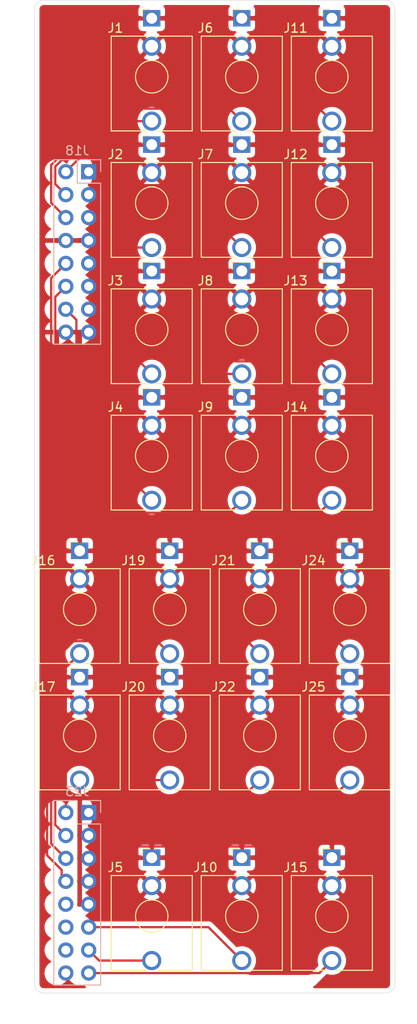
<source format=kicad_pcb>
(kicad_pcb (version 20171130) (host pcbnew 5.1.10)

  (general
    (thickness 1.6)
    (drawings 8)
    (tracks 75)
    (zones 0)
    (modules 25)
    (nets 25)
  )

  (page A4)
  (layers
    (0 F.Cu signal)
    (31 B.Cu signal)
    (32 B.Adhes user)
    (33 F.Adhes user)
    (34 B.Paste user)
    (35 F.Paste user)
    (36 B.SilkS user)
    (37 F.SilkS user)
    (38 B.Mask user)
    (39 F.Mask user)
    (40 Dwgs.User user)
    (41 Cmts.User user)
    (42 Eco1.User user)
    (43 Eco2.User user)
    (44 Edge.Cuts user)
    (45 Margin user)
    (46 B.CrtYd user)
    (47 F.CrtYd user)
    (48 B.Fab user)
    (49 F.Fab user)
  )

  (setup
    (last_trace_width 0.25)
    (trace_clearance 0.2)
    (zone_clearance 0.508)
    (zone_45_only no)
    (trace_min 0.2)
    (via_size 0.8)
    (via_drill 0.4)
    (via_min_size 0.4)
    (via_min_drill 0.3)
    (uvia_size 0.3)
    (uvia_drill 0.1)
    (uvias_allowed no)
    (uvia_min_size 0.2)
    (uvia_min_drill 0.1)
    (edge_width 0.05)
    (segment_width 0.2)
    (pcb_text_width 0.3)
    (pcb_text_size 1.5 1.5)
    (mod_edge_width 0.12)
    (mod_text_size 1 1)
    (mod_text_width 0.15)
    (pad_size 1.524 1.524)
    (pad_drill 0.762)
    (pad_to_mask_clearance 0)
    (aux_axis_origin 0 0)
    (visible_elements FFFFFF7F)
    (pcbplotparams
      (layerselection 0x010fc_ffffffff)
      (usegerberextensions false)
      (usegerberattributes true)
      (usegerberadvancedattributes true)
      (creategerberjobfile true)
      (excludeedgelayer true)
      (linewidth 0.100000)
      (plotframeref false)
      (viasonmask false)
      (mode 1)
      (useauxorigin false)
      (hpglpennumber 1)
      (hpglpenspeed 20)
      (hpglpendiameter 15.000000)
      (psnegative false)
      (psa4output false)
      (plotreference true)
      (plotvalue true)
      (plotinvisibletext false)
      (padsonsilk false)
      (subtractmaskfromsilk false)
      (outputformat 1)
      (mirror false)
      (drillshape 1)
      (scaleselection 1)
      (outputdirectory ""))
  )

  (net 0 "")
  (net 1 cv1)
  (net 2 GND)
  (net 3 cv2)
  (net 4 cv3)
  (net 5 cv4)
  (net 6 ck_in)
  (net 7 gt1)
  (net 8 gt2)
  (net 9 gt3)
  (net 10 gt4)
  (net 11 ck_out)
  (net 12 md1)
  (net 13 md2)
  (net 14 md3)
  (net 15 md4)
  (net 16 ck_rst)
  (net 17 dr1)
  (net 18 dr5)
  (net 19 dr2)
  (net 20 dr6)
  (net 21 dr3)
  (net 22 dr7)
  (net 23 dr8)
  (net 24 dr4)

  (net_class Default "This is the default net class."
    (clearance 0.2)
    (trace_width 0.25)
    (via_dia 0.8)
    (via_drill 0.4)
    (uvia_dia 0.3)
    (uvia_drill 0.1)
    (add_net GND)
    (add_net "Net-(J23-Pad10)")
    (add_net "Net-(J23-Pad12)")
    (add_net "Net-(J23-Pad14)")
    (add_net "Net-(J23-Pad16)")
    (add_net ck_in)
    (add_net ck_out)
    (add_net ck_rst)
    (add_net cv1)
    (add_net cv2)
    (add_net cv3)
    (add_net cv4)
    (add_net dr1)
    (add_net dr2)
    (add_net dr3)
    (add_net dr4)
    (add_net dr5)
    (add_net dr6)
    (add_net dr7)
    (add_net dr8)
    (add_net gt1)
    (add_net gt2)
    (add_net gt3)
    (add_net gt4)
    (add_net md1)
    (add_net md2)
    (add_net md3)
    (add_net md4)
  )

  (module Connector_PinHeader_2.54mm:PinHeader_2x08_P2.54mm_Vertical (layer B.Cu) (tedit 59FED5CC) (tstamp 6199AD54)
    (at 96 140 180)
    (descr "Through hole straight pin header, 2x08, 2.54mm pitch, double rows")
    (tags "Through hole pin header THT 2x08 2.54mm double row")
    (path /61AE5894)
    (fp_text reference J23 (at 1.27 2.33) (layer B.SilkS)
      (effects (font (size 1 1) (thickness 0.15)) (justify mirror))
    )
    (fp_text value Conn_02x08_Odd_Even (at 1.27 -20.11) (layer B.Fab)
      (effects (font (size 1 1) (thickness 0.15)) (justify mirror))
    )
    (fp_line (start 0 1.27) (end 3.81 1.27) (layer B.Fab) (width 0.1))
    (fp_line (start 3.81 1.27) (end 3.81 -19.05) (layer B.Fab) (width 0.1))
    (fp_line (start 3.81 -19.05) (end -1.27 -19.05) (layer B.Fab) (width 0.1))
    (fp_line (start -1.27 -19.05) (end -1.27 0) (layer B.Fab) (width 0.1))
    (fp_line (start -1.27 0) (end 0 1.27) (layer B.Fab) (width 0.1))
    (fp_line (start -1.33 -19.11) (end 3.87 -19.11) (layer B.SilkS) (width 0.12))
    (fp_line (start -1.33 -1.27) (end -1.33 -19.11) (layer B.SilkS) (width 0.12))
    (fp_line (start 3.87 1.33) (end 3.87 -19.11) (layer B.SilkS) (width 0.12))
    (fp_line (start -1.33 -1.27) (end 1.27 -1.27) (layer B.SilkS) (width 0.12))
    (fp_line (start 1.27 -1.27) (end 1.27 1.33) (layer B.SilkS) (width 0.12))
    (fp_line (start 1.27 1.33) (end 3.87 1.33) (layer B.SilkS) (width 0.12))
    (fp_line (start -1.33 0) (end -1.33 1.33) (layer B.SilkS) (width 0.12))
    (fp_line (start -1.33 1.33) (end 0 1.33) (layer B.SilkS) (width 0.12))
    (fp_line (start -1.8 1.8) (end -1.8 -19.55) (layer B.CrtYd) (width 0.05))
    (fp_line (start -1.8 -19.55) (end 4.35 -19.55) (layer B.CrtYd) (width 0.05))
    (fp_line (start 4.35 -19.55) (end 4.35 1.8) (layer B.CrtYd) (width 0.05))
    (fp_line (start 4.35 1.8) (end -1.8 1.8) (layer B.CrtYd) (width 0.05))
    (fp_text user %R (at -3 -22 270) (layer B.Fab)
      (effects (font (size 1 1) (thickness 0.15)) (justify mirror))
    )
    (pad 16 thru_hole oval (at 2.54 -17.78 180) (size 1.7 1.7) (drill 1) (layers *.Cu *.Mask))
    (pad 15 thru_hole oval (at 0 -17.78 180) (size 1.7 1.7) (drill 1) (layers *.Cu *.Mask)
      (net 16 ck_rst))
    (pad 14 thru_hole oval (at 2.54 -15.24 180) (size 1.7 1.7) (drill 1) (layers *.Cu *.Mask))
    (pad 13 thru_hole oval (at 0 -15.24 180) (size 1.7 1.7) (drill 1) (layers *.Cu *.Mask)
      (net 6 ck_in))
    (pad 12 thru_hole oval (at 2.54 -12.7 180) (size 1.7 1.7) (drill 1) (layers *.Cu *.Mask))
    (pad 11 thru_hole oval (at 0 -12.7 180) (size 1.7 1.7) (drill 1) (layers *.Cu *.Mask)
      (net 11 ck_out))
    (pad 10 thru_hole oval (at 2.54 -10.16 180) (size 1.7 1.7) (drill 1) (layers *.Cu *.Mask))
    (pad 9 thru_hole oval (at 0 -10.16 180) (size 1.7 1.7) (drill 1) (layers *.Cu *.Mask)
      (net 2 GND))
    (pad 8 thru_hole oval (at 2.54 -7.62 180) (size 1.7 1.7) (drill 1) (layers *.Cu *.Mask)
      (net 24 dr4))
    (pad 7 thru_hole oval (at 0 -7.62 180) (size 1.7 1.7) (drill 1) (layers *.Cu *.Mask)
      (net 23 dr8))
    (pad 6 thru_hole oval (at 2.54 -5.08 180) (size 1.7 1.7) (drill 1) (layers *.Cu *.Mask)
      (net 21 dr3))
    (pad 5 thru_hole oval (at 0 -5.08 180) (size 1.7 1.7) (drill 1) (layers *.Cu *.Mask)
      (net 22 dr7))
    (pad 4 thru_hole oval (at 2.54 -2.54 180) (size 1.7 1.7) (drill 1) (layers *.Cu *.Mask)
      (net 19 dr2))
    (pad 3 thru_hole oval (at 0 -2.54 180) (size 1.7 1.7) (drill 1) (layers *.Cu *.Mask)
      (net 20 dr6))
    (pad 2 thru_hole oval (at 2.54 0 180) (size 1.7 1.7) (drill 1) (layers *.Cu *.Mask)
      (net 17 dr1))
    (pad 1 thru_hole rect (at 0 0 180) (size 1.7 1.7) (drill 1) (layers *.Cu *.Mask)
      (net 18 dr5))
    (model ${KISYS3DMOD}/Connector_PinHeader_2.54mm.3dshapes/PinHeader_2x08_P2.54mm_Vertical.wrl
      (at (xyz 0 0 0))
      (scale (xyz 1 1 1))
      (rotate (xyz 0 0 0))
    )
  )

  (module Connector_PinHeader_2.54mm:PinHeader_2x08_P2.54mm_Vertical (layer B.Cu) (tedit 59FED5CC) (tstamp 6199CC19)
    (at 96 69 180)
    (descr "Through hole straight pin header, 2x08, 2.54mm pitch, double rows")
    (tags "Through hole pin header THT 2x08 2.54mm double row")
    (path /61AE442C)
    (fp_text reference J18 (at 1.27 2.33) (layer B.SilkS)
      (effects (font (size 1 1) (thickness 0.15)) (justify mirror))
    )
    (fp_text value Conn_02x08_Odd_Even (at 1.27 -20.11) (layer B.Fab)
      (effects (font (size 1 1) (thickness 0.15)) (justify mirror))
    )
    (fp_line (start 0 1.27) (end 3.81 1.27) (layer B.Fab) (width 0.1))
    (fp_line (start 3.81 1.27) (end 3.81 -19.05) (layer B.Fab) (width 0.1))
    (fp_line (start 3.81 -19.05) (end -1.27 -19.05) (layer B.Fab) (width 0.1))
    (fp_line (start -1.27 -19.05) (end -1.27 0) (layer B.Fab) (width 0.1))
    (fp_line (start -1.27 0) (end 0 1.27) (layer B.Fab) (width 0.1))
    (fp_line (start -1.33 -19.11) (end 3.87 -19.11) (layer B.SilkS) (width 0.12))
    (fp_line (start -1.33 -1.27) (end -1.33 -19.11) (layer B.SilkS) (width 0.12))
    (fp_line (start 3.87 1.33) (end 3.87 -19.11) (layer B.SilkS) (width 0.12))
    (fp_line (start -1.33 -1.27) (end 1.27 -1.27) (layer B.SilkS) (width 0.12))
    (fp_line (start 1.27 -1.27) (end 1.27 1.33) (layer B.SilkS) (width 0.12))
    (fp_line (start 1.27 1.33) (end 3.87 1.33) (layer B.SilkS) (width 0.12))
    (fp_line (start -1.33 0) (end -1.33 1.33) (layer B.SilkS) (width 0.12))
    (fp_line (start -1.33 1.33) (end 0 1.33) (layer B.SilkS) (width 0.12))
    (fp_line (start -1.8 1.8) (end -1.8 -19.55) (layer B.CrtYd) (width 0.05))
    (fp_line (start -1.8 -19.55) (end 4.35 -19.55) (layer B.CrtYd) (width 0.05))
    (fp_line (start 4.35 -19.55) (end 4.35 1.8) (layer B.CrtYd) (width 0.05))
    (fp_line (start 4.35 1.8) (end -1.8 1.8) (layer B.CrtYd) (width 0.05))
    (fp_text user %R (at 1.27 -8.89 270) (layer B.Fab)
      (effects (font (size 1 1) (thickness 0.15)) (justify mirror))
    )
    (pad 16 thru_hole oval (at 2.54 -17.78 180) (size 1.7 1.7) (drill 1) (layers *.Cu *.Mask)
      (net 2 GND))
    (pad 15 thru_hole oval (at 0 -17.78 180) (size 1.7 1.7) (drill 1) (layers *.Cu *.Mask)
      (net 2 GND))
    (pad 14 thru_hole oval (at 2.54 -15.24 180) (size 1.7 1.7) (drill 1) (layers *.Cu *.Mask)
      (net 5 cv4))
    (pad 13 thru_hole oval (at 0 -15.24 180) (size 1.7 1.7) (drill 1) (layers *.Cu *.Mask)
      (net 4 cv3))
    (pad 12 thru_hole oval (at 2.54 -12.7 180) (size 1.7 1.7) (drill 1) (layers *.Cu *.Mask)
      (net 10 gt4))
    (pad 11 thru_hole oval (at 0 -12.7 180) (size 1.7 1.7) (drill 1) (layers *.Cu *.Mask)
      (net 9 gt3))
    (pad 10 thru_hole oval (at 2.54 -10.16 180) (size 1.7 1.7) (drill 1) (layers *.Cu *.Mask)
      (net 15 md4))
    (pad 9 thru_hole oval (at 0 -10.16 180) (size 1.7 1.7) (drill 1) (layers *.Cu *.Mask)
      (net 14 md3))
    (pad 8 thru_hole oval (at 2.54 -7.62 180) (size 1.7 1.7) (drill 1) (layers *.Cu *.Mask)
      (net 2 GND))
    (pad 7 thru_hole oval (at 0 -7.62 180) (size 1.7 1.7) (drill 1) (layers *.Cu *.Mask)
      (net 2 GND))
    (pad 6 thru_hole oval (at 2.54 -5.08 180) (size 1.7 1.7) (drill 1) (layers *.Cu *.Mask)
      (net 12 md1))
    (pad 5 thru_hole oval (at 0 -5.08 180) (size 1.7 1.7) (drill 1) (layers *.Cu *.Mask)
      (net 3 cv2))
    (pad 4 thru_hole oval (at 2.54 -2.54 180) (size 1.7 1.7) (drill 1) (layers *.Cu *.Mask)
      (net 7 gt1))
    (pad 3 thru_hole oval (at 0 -2.54 180) (size 1.7 1.7) (drill 1) (layers *.Cu *.Mask)
      (net 8 gt2))
    (pad 2 thru_hole oval (at 2.54 0 180) (size 1.7 1.7) (drill 1) (layers *.Cu *.Mask)
      (net 1 cv1))
    (pad 1 thru_hole rect (at 0 0 180) (size 1.7 1.7) (drill 1) (layers *.Cu *.Mask)
      (net 13 md2))
    (model ${KISYS3DMOD}/Connector_PinHeader_2.54mm.3dshapes/PinHeader_2x08_P2.54mm_Vertical.wrl
      (at (xyz 0 0 0))
      (scale (xyz 1 1 1))
      (rotate (xyz 0 0 0))
    )
  )

  (module Connector_Audio:Jack_3.5mm_QingPu_WQP-PJ398SM_Vertical_CircularHoles (layer F.Cu) (tedit 5C2B6BB2) (tstamp 61997708)
    (at 125 125)
    (descr "TRS 3.5mm, vertical, Thonkiconn, PCB mount, (http://www.qingpu-electronics.com/en/products/WQP-PJ398SM-362.html)")
    (tags "WQP-PJ398SM WQP-PJ301M-12 TRS 3.5mm mono vertical jack thonkiconn qingpu")
    (path /61ABCCBE)
    (fp_text reference J25 (at -4.03 1.08 180) (layer F.SilkS)
      (effects (font (size 1 1) (thickness 0.15)))
    )
    (fp_text value AudioJack2_SwitchT (at 0 5 180) (layer F.Fab)
      (effects (font (size 1 1) (thickness 0.15)))
    )
    (fp_line (start -5 12.98) (end -5 -1.42) (layer F.CrtYd) (width 0.05))
    (fp_line (start -4.5 12.48) (end -4.5 2.08) (layer F.Fab) (width 0.1))
    (fp_line (start -4.5 1.98) (end -4.5 12.48) (layer F.SilkS) (width 0.12))
    (fp_line (start 4.5 1.98) (end 4.5 12.48) (layer F.SilkS) (width 0.12))
    (fp_circle (center 0 6.48) (end 1.5 6.48) (layer Dwgs.User) (width 0.12))
    (fp_line (start 0.09 7.96) (end 1.48 6.57) (layer Dwgs.User) (width 0.12))
    (fp_line (start -0.58 7.83) (end 1.36 5.89) (layer Dwgs.User) (width 0.12))
    (fp_line (start -1.07 7.49) (end 1.01 5.41) (layer Dwgs.User) (width 0.12))
    (fp_line (start -1.42 6.875) (end 0.4 5.06) (layer Dwgs.User) (width 0.12))
    (fp_line (start -1.41 6.02) (end -0.46 5.07) (layer Dwgs.User) (width 0.12))
    (fp_line (start 4.5 12.48) (end 0.5 12.48) (layer F.SilkS) (width 0.12))
    (fp_line (start -0.5 12.48) (end -4.5 12.48) (layer F.SilkS) (width 0.12))
    (fp_line (start 4.5 1.98) (end 0.35 1.98) (layer F.SilkS) (width 0.12))
    (fp_line (start -0.35 1.98) (end -4.5 1.98) (layer F.SilkS) (width 0.12))
    (fp_circle (center 0 6.48) (end 1.8 6.48) (layer F.SilkS) (width 0.12))
    (fp_line (start -1.06 -1) (end -1.06 -0.2) (layer F.SilkS) (width 0.12))
    (fp_line (start -1.06 -1) (end -0.2 -1) (layer F.SilkS) (width 0.12))
    (fp_line (start 4.5 12.48) (end 4.5 2.08) (layer F.Fab) (width 0.1))
    (fp_line (start 4.5 12.48) (end -4.5 12.48) (layer F.Fab) (width 0.1))
    (fp_line (start 5 12.98) (end 5 -1.42) (layer F.CrtYd) (width 0.05))
    (fp_line (start 5 12.98) (end -5 12.98) (layer F.CrtYd) (width 0.05))
    (fp_line (start 5 -1.42) (end -5 -1.42) (layer F.CrtYd) (width 0.05))
    (fp_line (start 4.5 2.03) (end -4.5 2.03) (layer F.Fab) (width 0.1))
    (fp_circle (center 0 6.48) (end 1.8 6.48) (layer F.Fab) (width 0.1))
    (fp_line (start 0 0) (end 0 2.03) (layer F.Fab) (width 0.1))
    (fp_text user %R (at 0 8 180) (layer F.Fab)
      (effects (font (size 1 1) (thickness 0.15)))
    )
    (fp_text user KEEPOUT (at 0 6.48) (layer Cmts.User)
      (effects (font (size 0.4 0.4) (thickness 0.051)))
    )
    (pad T thru_hole circle (at 0 11.4 180) (size 2.13 2.13) (drill 1.43) (layers *.Cu *.Mask)
      (net 23 dr8))
    (pad S thru_hole rect (at 0 0 180) (size 1.93 1.83) (drill 1.22) (layers *.Cu *.Mask)
      (net 2 GND))
    (pad TN thru_hole circle (at 0 3.1 180) (size 2.13 2.13) (drill 1.42) (layers *.Cu *.Mask)
      (net 2 GND))
    (model ${KISYS3DMOD}/Connector_Audio.3dshapes/Jack_3.5mm_QingPu_WQP-PJ398SM_Vertical.wrl
      (at (xyz 0 0 0))
      (scale (xyz 1 1 1))
      (rotate (xyz 0 0 0))
    )
  )

  (module Connector_Audio:Jack_3.5mm_QingPu_WQP-PJ398SM_Vertical_CircularHoles (layer F.Cu) (tedit 5C2B6BB2) (tstamp 619976E6)
    (at 125 111)
    (descr "TRS 3.5mm, vertical, Thonkiconn, PCB mount, (http://www.qingpu-electronics.com/en/products/WQP-PJ398SM-362.html)")
    (tags "WQP-PJ398SM WQP-PJ301M-12 TRS 3.5mm mono vertical jack thonkiconn qingpu")
    (path /61ABD73D)
    (fp_text reference J24 (at -4.03 1.08 180) (layer F.SilkS)
      (effects (font (size 1 1) (thickness 0.15)))
    )
    (fp_text value AudioJack2_SwitchT (at 0 5 180) (layer F.Fab)
      (effects (font (size 1 1) (thickness 0.15)))
    )
    (fp_line (start -5 12.98) (end -5 -1.42) (layer F.CrtYd) (width 0.05))
    (fp_line (start -4.5 12.48) (end -4.5 2.08) (layer F.Fab) (width 0.1))
    (fp_line (start -4.5 1.98) (end -4.5 12.48) (layer F.SilkS) (width 0.12))
    (fp_line (start 4.5 1.98) (end 4.5 12.48) (layer F.SilkS) (width 0.12))
    (fp_circle (center 0 6.48) (end 1.5 6.48) (layer Dwgs.User) (width 0.12))
    (fp_line (start 0.09 7.96) (end 1.48 6.57) (layer Dwgs.User) (width 0.12))
    (fp_line (start -0.58 7.83) (end 1.36 5.89) (layer Dwgs.User) (width 0.12))
    (fp_line (start -1.07 7.49) (end 1.01 5.41) (layer Dwgs.User) (width 0.12))
    (fp_line (start -1.42 6.875) (end 0.4 5.06) (layer Dwgs.User) (width 0.12))
    (fp_line (start -1.41 6.02) (end -0.46 5.07) (layer Dwgs.User) (width 0.12))
    (fp_line (start 4.5 12.48) (end 0.5 12.48) (layer F.SilkS) (width 0.12))
    (fp_line (start -0.5 12.48) (end -4.5 12.48) (layer F.SilkS) (width 0.12))
    (fp_line (start 4.5 1.98) (end 0.35 1.98) (layer F.SilkS) (width 0.12))
    (fp_line (start -0.35 1.98) (end -4.5 1.98) (layer F.SilkS) (width 0.12))
    (fp_circle (center 0 6.48) (end 1.8 6.48) (layer F.SilkS) (width 0.12))
    (fp_line (start -1.06 -1) (end -1.06 -0.2) (layer F.SilkS) (width 0.12))
    (fp_line (start -1.06 -1) (end -0.2 -1) (layer F.SilkS) (width 0.12))
    (fp_line (start 4.5 12.48) (end 4.5 2.08) (layer F.Fab) (width 0.1))
    (fp_line (start 4.5 12.48) (end -4.5 12.48) (layer F.Fab) (width 0.1))
    (fp_line (start 5 12.98) (end 5 -1.42) (layer F.CrtYd) (width 0.05))
    (fp_line (start 5 12.98) (end -5 12.98) (layer F.CrtYd) (width 0.05))
    (fp_line (start 5 -1.42) (end -5 -1.42) (layer F.CrtYd) (width 0.05))
    (fp_line (start 4.5 2.03) (end -4.5 2.03) (layer F.Fab) (width 0.1))
    (fp_circle (center 0 6.48) (end 1.8 6.48) (layer F.Fab) (width 0.1))
    (fp_line (start 0 0) (end 0 2.03) (layer F.Fab) (width 0.1))
    (fp_text user %R (at 0 8 180) (layer F.Fab)
      (effects (font (size 1 1) (thickness 0.15)))
    )
    (fp_text user KEEPOUT (at 0 6.48) (layer Cmts.User)
      (effects (font (size 0.4 0.4) (thickness 0.051)))
    )
    (pad T thru_hole circle (at 0 11.4 180) (size 2.13 2.13) (drill 1.43) (layers *.Cu *.Mask)
      (net 24 dr4))
    (pad S thru_hole rect (at 0 0 180) (size 1.93 1.83) (drill 1.22) (layers *.Cu *.Mask)
      (net 2 GND))
    (pad TN thru_hole circle (at 0 3.1 180) (size 2.13 2.13) (drill 1.42) (layers *.Cu *.Mask)
      (net 2 GND))
    (model ${KISYS3DMOD}/Connector_Audio.3dshapes/Jack_3.5mm_QingPu_WQP-PJ398SM_Vertical.wrl
      (at (xyz 0 0 0))
      (scale (xyz 1 1 1))
      (rotate (xyz 0 0 0))
    )
  )

  (module Connector_Audio:Jack_3.5mm_QingPu_WQP-PJ398SM_Vertical_CircularHoles (layer F.Cu) (tedit 5C2B6BB2) (tstamp 6199769E)
    (at 115 125)
    (descr "TRS 3.5mm, vertical, Thonkiconn, PCB mount, (http://www.qingpu-electronics.com/en/products/WQP-PJ398SM-362.html)")
    (tags "WQP-PJ398SM WQP-PJ301M-12 TRS 3.5mm mono vertical jack thonkiconn qingpu")
    (path /61ABC223)
    (fp_text reference J22 (at -4.03 1.08 180) (layer F.SilkS)
      (effects (font (size 1 1) (thickness 0.15)))
    )
    (fp_text value AudioJack2_SwitchT (at 0 5 180) (layer F.Fab)
      (effects (font (size 1 1) (thickness 0.15)))
    )
    (fp_line (start -5 12.98) (end -5 -1.42) (layer F.CrtYd) (width 0.05))
    (fp_line (start -4.5 12.48) (end -4.5 2.08) (layer F.Fab) (width 0.1))
    (fp_line (start -4.5 1.98) (end -4.5 12.48) (layer F.SilkS) (width 0.12))
    (fp_line (start 4.5 1.98) (end 4.5 12.48) (layer F.SilkS) (width 0.12))
    (fp_circle (center 0 6.48) (end 1.5 6.48) (layer Dwgs.User) (width 0.12))
    (fp_line (start 0.09 7.96) (end 1.48 6.57) (layer Dwgs.User) (width 0.12))
    (fp_line (start -0.58 7.83) (end 1.36 5.89) (layer Dwgs.User) (width 0.12))
    (fp_line (start -1.07 7.49) (end 1.01 5.41) (layer Dwgs.User) (width 0.12))
    (fp_line (start -1.42 6.875) (end 0.4 5.06) (layer Dwgs.User) (width 0.12))
    (fp_line (start -1.41 6.02) (end -0.46 5.07) (layer Dwgs.User) (width 0.12))
    (fp_line (start 4.5 12.48) (end 0.5 12.48) (layer F.SilkS) (width 0.12))
    (fp_line (start -0.5 12.48) (end -4.5 12.48) (layer F.SilkS) (width 0.12))
    (fp_line (start 4.5 1.98) (end 0.35 1.98) (layer F.SilkS) (width 0.12))
    (fp_line (start -0.35 1.98) (end -4.5 1.98) (layer F.SilkS) (width 0.12))
    (fp_circle (center 0 6.48) (end 1.8 6.48) (layer F.SilkS) (width 0.12))
    (fp_line (start -1.06 -1) (end -1.06 -0.2) (layer F.SilkS) (width 0.12))
    (fp_line (start -1.06 -1) (end -0.2 -1) (layer F.SilkS) (width 0.12))
    (fp_line (start 4.5 12.48) (end 4.5 2.08) (layer F.Fab) (width 0.1))
    (fp_line (start 4.5 12.48) (end -4.5 12.48) (layer F.Fab) (width 0.1))
    (fp_line (start 5 12.98) (end 5 -1.42) (layer F.CrtYd) (width 0.05))
    (fp_line (start 5 12.98) (end -5 12.98) (layer F.CrtYd) (width 0.05))
    (fp_line (start 5 -1.42) (end -5 -1.42) (layer F.CrtYd) (width 0.05))
    (fp_line (start 4.5 2.03) (end -4.5 2.03) (layer F.Fab) (width 0.1))
    (fp_circle (center 0 6.48) (end 1.8 6.48) (layer F.Fab) (width 0.1))
    (fp_line (start 0 0) (end 0 2.03) (layer F.Fab) (width 0.1))
    (fp_text user %R (at 0 8 180) (layer F.Fab)
      (effects (font (size 1 1) (thickness 0.15)))
    )
    (fp_text user KEEPOUT (at 0 6.48) (layer Cmts.User)
      (effects (font (size 0.4 0.4) (thickness 0.051)))
    )
    (pad T thru_hole circle (at 0 11.4 180) (size 2.13 2.13) (drill 1.43) (layers *.Cu *.Mask)
      (net 22 dr7))
    (pad S thru_hole rect (at 0 0 180) (size 1.93 1.83) (drill 1.22) (layers *.Cu *.Mask)
      (net 2 GND))
    (pad TN thru_hole circle (at 0 3.1 180) (size 2.13 2.13) (drill 1.42) (layers *.Cu *.Mask)
      (net 2 GND))
    (model ${KISYS3DMOD}/Connector_Audio.3dshapes/Jack_3.5mm_QingPu_WQP-PJ398SM_Vertical.wrl
      (at (xyz 0 0 0))
      (scale (xyz 1 1 1))
      (rotate (xyz 0 0 0))
    )
  )

  (module Connector_Audio:Jack_3.5mm_QingPu_WQP-PJ398SM_Vertical_CircularHoles (layer F.Cu) (tedit 5C2B6BB2) (tstamp 6199767C)
    (at 115 111)
    (descr "TRS 3.5mm, vertical, Thonkiconn, PCB mount, (http://www.qingpu-electronics.com/en/products/WQP-PJ398SM-362.html)")
    (tags "WQP-PJ398SM WQP-PJ301M-12 TRS 3.5mm mono vertical jack thonkiconn qingpu")
    (path /61ABB6C7)
    (fp_text reference J21 (at -4.03 1.08 180) (layer F.SilkS)
      (effects (font (size 1 1) (thickness 0.15)))
    )
    (fp_text value AudioJack2_SwitchT (at 0 5 180) (layer F.Fab)
      (effects (font (size 1 1) (thickness 0.15)))
    )
    (fp_line (start -5 12.98) (end -5 -1.42) (layer F.CrtYd) (width 0.05))
    (fp_line (start -4.5 12.48) (end -4.5 2.08) (layer F.Fab) (width 0.1))
    (fp_line (start -4.5 1.98) (end -4.5 12.48) (layer F.SilkS) (width 0.12))
    (fp_line (start 4.5 1.98) (end 4.5 12.48) (layer F.SilkS) (width 0.12))
    (fp_circle (center 0 6.48) (end 1.5 6.48) (layer Dwgs.User) (width 0.12))
    (fp_line (start 0.09 7.96) (end 1.48 6.57) (layer Dwgs.User) (width 0.12))
    (fp_line (start -0.58 7.83) (end 1.36 5.89) (layer Dwgs.User) (width 0.12))
    (fp_line (start -1.07 7.49) (end 1.01 5.41) (layer Dwgs.User) (width 0.12))
    (fp_line (start -1.42 6.875) (end 0.4 5.06) (layer Dwgs.User) (width 0.12))
    (fp_line (start -1.41 6.02) (end -0.46 5.07) (layer Dwgs.User) (width 0.12))
    (fp_line (start 4.5 12.48) (end 0.5 12.48) (layer F.SilkS) (width 0.12))
    (fp_line (start -0.5 12.48) (end -4.5 12.48) (layer F.SilkS) (width 0.12))
    (fp_line (start 4.5 1.98) (end 0.35 1.98) (layer F.SilkS) (width 0.12))
    (fp_line (start -0.35 1.98) (end -4.5 1.98) (layer F.SilkS) (width 0.12))
    (fp_circle (center 0 6.48) (end 1.8 6.48) (layer F.SilkS) (width 0.12))
    (fp_line (start -1.06 -1) (end -1.06 -0.2) (layer F.SilkS) (width 0.12))
    (fp_line (start -1.06 -1) (end -0.2 -1) (layer F.SilkS) (width 0.12))
    (fp_line (start 4.5 12.48) (end 4.5 2.08) (layer F.Fab) (width 0.1))
    (fp_line (start 4.5 12.48) (end -4.5 12.48) (layer F.Fab) (width 0.1))
    (fp_line (start 5 12.98) (end 5 -1.42) (layer F.CrtYd) (width 0.05))
    (fp_line (start 5 12.98) (end -5 12.98) (layer F.CrtYd) (width 0.05))
    (fp_line (start 5 -1.42) (end -5 -1.42) (layer F.CrtYd) (width 0.05))
    (fp_line (start 4.5 2.03) (end -4.5 2.03) (layer F.Fab) (width 0.1))
    (fp_circle (center 0 6.48) (end 1.8 6.48) (layer F.Fab) (width 0.1))
    (fp_line (start 0 0) (end 0 2.03) (layer F.Fab) (width 0.1))
    (fp_text user %R (at 0 8 180) (layer F.Fab)
      (effects (font (size 1 1) (thickness 0.15)))
    )
    (fp_text user KEEPOUT (at 0 6.48) (layer Cmts.User)
      (effects (font (size 0.4 0.4) (thickness 0.051)))
    )
    (pad T thru_hole circle (at 0 11.4 180) (size 2.13 2.13) (drill 1.43) (layers *.Cu *.Mask)
      (net 21 dr3))
    (pad S thru_hole rect (at 0 0 180) (size 1.93 1.83) (drill 1.22) (layers *.Cu *.Mask)
      (net 2 GND))
    (pad TN thru_hole circle (at 0 3.1 180) (size 2.13 2.13) (drill 1.42) (layers *.Cu *.Mask)
      (net 2 GND))
    (model ${KISYS3DMOD}/Connector_Audio.3dshapes/Jack_3.5mm_QingPu_WQP-PJ398SM_Vertical.wrl
      (at (xyz 0 0 0))
      (scale (xyz 1 1 1))
      (rotate (xyz 0 0 0))
    )
  )

  (module Connector_Audio:Jack_3.5mm_QingPu_WQP-PJ398SM_Vertical_CircularHoles (layer F.Cu) (tedit 5C2B6BB2) (tstamp 6199765A)
    (at 105 125)
    (descr "TRS 3.5mm, vertical, Thonkiconn, PCB mount, (http://www.qingpu-electronics.com/en/products/WQP-PJ398SM-362.html)")
    (tags "WQP-PJ398SM WQP-PJ301M-12 TRS 3.5mm mono vertical jack thonkiconn qingpu")
    (path /61ABA1EE)
    (fp_text reference J20 (at -4.03 1.08 180) (layer F.SilkS)
      (effects (font (size 1 1) (thickness 0.15)))
    )
    (fp_text value AudioJack2_SwitchT (at 0 5 180) (layer F.Fab)
      (effects (font (size 1 1) (thickness 0.15)))
    )
    (fp_line (start -5 12.98) (end -5 -1.42) (layer F.CrtYd) (width 0.05))
    (fp_line (start -4.5 12.48) (end -4.5 2.08) (layer F.Fab) (width 0.1))
    (fp_line (start -4.5 1.98) (end -4.5 12.48) (layer F.SilkS) (width 0.12))
    (fp_line (start 4.5 1.98) (end 4.5 12.48) (layer F.SilkS) (width 0.12))
    (fp_circle (center 0 6.48) (end 1.5 6.48) (layer Dwgs.User) (width 0.12))
    (fp_line (start 0.09 7.96) (end 1.48 6.57) (layer Dwgs.User) (width 0.12))
    (fp_line (start -0.58 7.83) (end 1.36 5.89) (layer Dwgs.User) (width 0.12))
    (fp_line (start -1.07 7.49) (end 1.01 5.41) (layer Dwgs.User) (width 0.12))
    (fp_line (start -1.42 6.875) (end 0.4 5.06) (layer Dwgs.User) (width 0.12))
    (fp_line (start -1.41 6.02) (end -0.46 5.07) (layer Dwgs.User) (width 0.12))
    (fp_line (start 4.5 12.48) (end 0.5 12.48) (layer F.SilkS) (width 0.12))
    (fp_line (start -0.5 12.48) (end -4.5 12.48) (layer F.SilkS) (width 0.12))
    (fp_line (start 4.5 1.98) (end 0.35 1.98) (layer F.SilkS) (width 0.12))
    (fp_line (start -0.35 1.98) (end -4.5 1.98) (layer F.SilkS) (width 0.12))
    (fp_circle (center 0 6.48) (end 1.8 6.48) (layer F.SilkS) (width 0.12))
    (fp_line (start -1.06 -1) (end -1.06 -0.2) (layer F.SilkS) (width 0.12))
    (fp_line (start -1.06 -1) (end -0.2 -1) (layer F.SilkS) (width 0.12))
    (fp_line (start 4.5 12.48) (end 4.5 2.08) (layer F.Fab) (width 0.1))
    (fp_line (start 4.5 12.48) (end -4.5 12.48) (layer F.Fab) (width 0.1))
    (fp_line (start 5 12.98) (end 5 -1.42) (layer F.CrtYd) (width 0.05))
    (fp_line (start 5 12.98) (end -5 12.98) (layer F.CrtYd) (width 0.05))
    (fp_line (start 5 -1.42) (end -5 -1.42) (layer F.CrtYd) (width 0.05))
    (fp_line (start 4.5 2.03) (end -4.5 2.03) (layer F.Fab) (width 0.1))
    (fp_circle (center 0 6.48) (end 1.8 6.48) (layer F.Fab) (width 0.1))
    (fp_line (start 0 0) (end 0 2.03) (layer F.Fab) (width 0.1))
    (fp_text user %R (at 0 8 180) (layer F.Fab)
      (effects (font (size 1 1) (thickness 0.15)))
    )
    (fp_text user KEEPOUT (at 0 6.48) (layer Cmts.User)
      (effects (font (size 0.4 0.4) (thickness 0.051)))
    )
    (pad T thru_hole circle (at 0 11.4 180) (size 2.13 2.13) (drill 1.43) (layers *.Cu *.Mask)
      (net 20 dr6))
    (pad S thru_hole rect (at 0 0 180) (size 1.93 1.83) (drill 1.22) (layers *.Cu *.Mask)
      (net 2 GND))
    (pad TN thru_hole circle (at 0 3.1 180) (size 2.13 2.13) (drill 1.42) (layers *.Cu *.Mask)
      (net 2 GND))
    (model ${KISYS3DMOD}/Connector_Audio.3dshapes/Jack_3.5mm_QingPu_WQP-PJ398SM_Vertical.wrl
      (at (xyz 0 0 0))
      (scale (xyz 1 1 1))
      (rotate (xyz 0 0 0))
    )
  )

  (module Connector_Audio:Jack_3.5mm_QingPu_WQP-PJ398SM_Vertical_CircularHoles (layer F.Cu) (tedit 5C2B6BB2) (tstamp 61997638)
    (at 105 111)
    (descr "TRS 3.5mm, vertical, Thonkiconn, PCB mount, (http://www.qingpu-electronics.com/en/products/WQP-PJ398SM-362.html)")
    (tags "WQP-PJ398SM WQP-PJ301M-12 TRS 3.5mm mono vertical jack thonkiconn qingpu")
    (path /61ABAB91)
    (fp_text reference J19 (at -4.03 1.08 180) (layer F.SilkS)
      (effects (font (size 1 1) (thickness 0.15)))
    )
    (fp_text value AudioJack2_SwitchT (at 0 5 180) (layer F.Fab)
      (effects (font (size 1 1) (thickness 0.15)))
    )
    (fp_line (start -5 12.98) (end -5 -1.42) (layer F.CrtYd) (width 0.05))
    (fp_line (start -4.5 12.48) (end -4.5 2.08) (layer F.Fab) (width 0.1))
    (fp_line (start -4.5 1.98) (end -4.5 12.48) (layer F.SilkS) (width 0.12))
    (fp_line (start 4.5 1.98) (end 4.5 12.48) (layer F.SilkS) (width 0.12))
    (fp_circle (center 0 6.48) (end 1.5 6.48) (layer Dwgs.User) (width 0.12))
    (fp_line (start 0.09 7.96) (end 1.48 6.57) (layer Dwgs.User) (width 0.12))
    (fp_line (start -0.58 7.83) (end 1.36 5.89) (layer Dwgs.User) (width 0.12))
    (fp_line (start -1.07 7.49) (end 1.01 5.41) (layer Dwgs.User) (width 0.12))
    (fp_line (start -1.42 6.875) (end 0.4 5.06) (layer Dwgs.User) (width 0.12))
    (fp_line (start -1.41 6.02) (end -0.46 5.07) (layer Dwgs.User) (width 0.12))
    (fp_line (start 4.5 12.48) (end 0.5 12.48) (layer F.SilkS) (width 0.12))
    (fp_line (start -0.5 12.48) (end -4.5 12.48) (layer F.SilkS) (width 0.12))
    (fp_line (start 4.5 1.98) (end 0.35 1.98) (layer F.SilkS) (width 0.12))
    (fp_line (start -0.35 1.98) (end -4.5 1.98) (layer F.SilkS) (width 0.12))
    (fp_circle (center 0 6.48) (end 1.8 6.48) (layer F.SilkS) (width 0.12))
    (fp_line (start -1.06 -1) (end -1.06 -0.2) (layer F.SilkS) (width 0.12))
    (fp_line (start -1.06 -1) (end -0.2 -1) (layer F.SilkS) (width 0.12))
    (fp_line (start 4.5 12.48) (end 4.5 2.08) (layer F.Fab) (width 0.1))
    (fp_line (start 4.5 12.48) (end -4.5 12.48) (layer F.Fab) (width 0.1))
    (fp_line (start 5 12.98) (end 5 -1.42) (layer F.CrtYd) (width 0.05))
    (fp_line (start 5 12.98) (end -5 12.98) (layer F.CrtYd) (width 0.05))
    (fp_line (start 5 -1.42) (end -5 -1.42) (layer F.CrtYd) (width 0.05))
    (fp_line (start 4.5 2.03) (end -4.5 2.03) (layer F.Fab) (width 0.1))
    (fp_circle (center 0 6.48) (end 1.8 6.48) (layer F.Fab) (width 0.1))
    (fp_line (start 0 0) (end 0 2.03) (layer F.Fab) (width 0.1))
    (fp_text user %R (at 0 8 180) (layer F.Fab)
      (effects (font (size 1 1) (thickness 0.15)))
    )
    (fp_text user KEEPOUT (at 0 6.48) (layer Cmts.User)
      (effects (font (size 0.4 0.4) (thickness 0.051)))
    )
    (pad T thru_hole circle (at 0 11.4 180) (size 2.13 2.13) (drill 1.43) (layers *.Cu *.Mask)
      (net 19 dr2))
    (pad S thru_hole rect (at 0 0 180) (size 1.93 1.83) (drill 1.22) (layers *.Cu *.Mask)
      (net 2 GND))
    (pad TN thru_hole circle (at 0 3.1 180) (size 2.13 2.13) (drill 1.42) (layers *.Cu *.Mask)
      (net 2 GND))
    (model ${KISYS3DMOD}/Connector_Audio.3dshapes/Jack_3.5mm_QingPu_WQP-PJ398SM_Vertical.wrl
      (at (xyz 0 0 0))
      (scale (xyz 1 1 1))
      (rotate (xyz 0 0 0))
    )
  )

  (module Connector_Audio:Jack_3.5mm_QingPu_WQP-PJ398SM_Vertical_CircularHoles (layer F.Cu) (tedit 5C2B6BB2) (tstamp 619975F0)
    (at 95 125)
    (descr "TRS 3.5mm, vertical, Thonkiconn, PCB mount, (http://www.qingpu-electronics.com/en/products/WQP-PJ398SM-362.html)")
    (tags "WQP-PJ398SM WQP-PJ301M-12 TRS 3.5mm mono vertical jack thonkiconn qingpu")
    (path /61AB97E0)
    (fp_text reference J17 (at -4.03 1.08 180) (layer F.SilkS)
      (effects (font (size 1 1) (thickness 0.15)))
    )
    (fp_text value AudioJack2_SwitchT (at 0 5 180) (layer F.Fab)
      (effects (font (size 1 1) (thickness 0.15)))
    )
    (fp_line (start -5 12.98) (end -5 -1.42) (layer F.CrtYd) (width 0.05))
    (fp_line (start -4.5 12.48) (end -4.5 2.08) (layer F.Fab) (width 0.1))
    (fp_line (start -4.5 1.98) (end -4.5 12.48) (layer F.SilkS) (width 0.12))
    (fp_line (start 4.5 1.98) (end 4.5 12.48) (layer F.SilkS) (width 0.12))
    (fp_circle (center 0 6.48) (end 1.5 6.48) (layer Dwgs.User) (width 0.12))
    (fp_line (start 0.09 7.96) (end 1.48 6.57) (layer Dwgs.User) (width 0.12))
    (fp_line (start -0.58 7.83) (end 1.36 5.89) (layer Dwgs.User) (width 0.12))
    (fp_line (start -1.07 7.49) (end 1.01 5.41) (layer Dwgs.User) (width 0.12))
    (fp_line (start -1.42 6.875) (end 0.4 5.06) (layer Dwgs.User) (width 0.12))
    (fp_line (start -1.41 6.02) (end -0.46 5.07) (layer Dwgs.User) (width 0.12))
    (fp_line (start 4.5 12.48) (end 0.5 12.48) (layer F.SilkS) (width 0.12))
    (fp_line (start -0.5 12.48) (end -4.5 12.48) (layer F.SilkS) (width 0.12))
    (fp_line (start 4.5 1.98) (end 0.35 1.98) (layer F.SilkS) (width 0.12))
    (fp_line (start -0.35 1.98) (end -4.5 1.98) (layer F.SilkS) (width 0.12))
    (fp_circle (center 0 6.48) (end 1.8 6.48) (layer F.SilkS) (width 0.12))
    (fp_line (start -1.06 -1) (end -1.06 -0.2) (layer F.SilkS) (width 0.12))
    (fp_line (start -1.06 -1) (end -0.2 -1) (layer F.SilkS) (width 0.12))
    (fp_line (start 4.5 12.48) (end 4.5 2.08) (layer F.Fab) (width 0.1))
    (fp_line (start 4.5 12.48) (end -4.5 12.48) (layer F.Fab) (width 0.1))
    (fp_line (start 5 12.98) (end 5 -1.42) (layer F.CrtYd) (width 0.05))
    (fp_line (start 5 12.98) (end -5 12.98) (layer F.CrtYd) (width 0.05))
    (fp_line (start 5 -1.42) (end -5 -1.42) (layer F.CrtYd) (width 0.05))
    (fp_line (start 4.5 2.03) (end -4.5 2.03) (layer F.Fab) (width 0.1))
    (fp_circle (center 0 6.48) (end 1.8 6.48) (layer F.Fab) (width 0.1))
    (fp_line (start 0 0) (end 0 2.03) (layer F.Fab) (width 0.1))
    (fp_text user %R (at 0 8 180) (layer F.Fab)
      (effects (font (size 1 1) (thickness 0.15)))
    )
    (fp_text user KEEPOUT (at 0 6.48) (layer Cmts.User)
      (effects (font (size 0.4 0.4) (thickness 0.051)))
    )
    (pad T thru_hole circle (at 0 11.4 180) (size 2.13 2.13) (drill 1.43) (layers *.Cu *.Mask)
      (net 18 dr5))
    (pad S thru_hole rect (at 0 0 180) (size 1.93 1.83) (drill 1.22) (layers *.Cu *.Mask)
      (net 2 GND))
    (pad TN thru_hole circle (at 0 3.1 180) (size 2.13 2.13) (drill 1.42) (layers *.Cu *.Mask)
      (net 2 GND))
    (model ${KISYS3DMOD}/Connector_Audio.3dshapes/Jack_3.5mm_QingPu_WQP-PJ398SM_Vertical.wrl
      (at (xyz 0 0 0))
      (scale (xyz 1 1 1))
      (rotate (xyz 0 0 0))
    )
  )

  (module Connector_Audio:Jack_3.5mm_QingPu_WQP-PJ398SM_Vertical_CircularHoles (layer F.Cu) (tedit 5C2B6BB2) (tstamp 619975CE)
    (at 95 111)
    (descr "TRS 3.5mm, vertical, Thonkiconn, PCB mount, (http://www.qingpu-electronics.com/en/products/WQP-PJ398SM-362.html)")
    (tags "WQP-PJ398SM WQP-PJ301M-12 TRS 3.5mm mono vertical jack thonkiconn qingpu")
    (path /61AB8C02)
    (fp_text reference J16 (at -4.03 1.08 180) (layer F.SilkS)
      (effects (font (size 1 1) (thickness 0.15)))
    )
    (fp_text value AudioJack2_SwitchT (at 0 5 180) (layer F.Fab)
      (effects (font (size 1 1) (thickness 0.15)))
    )
    (fp_line (start -5 12.98) (end -5 -1.42) (layer F.CrtYd) (width 0.05))
    (fp_line (start -4.5 12.48) (end -4.5 2.08) (layer F.Fab) (width 0.1))
    (fp_line (start -4.5 1.98) (end -4.5 12.48) (layer F.SilkS) (width 0.12))
    (fp_line (start 4.5 1.98) (end 4.5 12.48) (layer F.SilkS) (width 0.12))
    (fp_circle (center 0 6.48) (end 1.5 6.48) (layer Dwgs.User) (width 0.12))
    (fp_line (start 0.09 7.96) (end 1.48 6.57) (layer Dwgs.User) (width 0.12))
    (fp_line (start -0.58 7.83) (end 1.36 5.89) (layer Dwgs.User) (width 0.12))
    (fp_line (start -1.07 7.49) (end 1.01 5.41) (layer Dwgs.User) (width 0.12))
    (fp_line (start -1.42 6.875) (end 0.4 5.06) (layer Dwgs.User) (width 0.12))
    (fp_line (start -1.41 6.02) (end -0.46 5.07) (layer Dwgs.User) (width 0.12))
    (fp_line (start 4.5 12.48) (end 0.5 12.48) (layer F.SilkS) (width 0.12))
    (fp_line (start -0.5 12.48) (end -4.5 12.48) (layer F.SilkS) (width 0.12))
    (fp_line (start 4.5 1.98) (end 0.35 1.98) (layer F.SilkS) (width 0.12))
    (fp_line (start -0.35 1.98) (end -4.5 1.98) (layer F.SilkS) (width 0.12))
    (fp_circle (center 0 6.48) (end 1.8 6.48) (layer F.SilkS) (width 0.12))
    (fp_line (start -1.06 -1) (end -1.06 -0.2) (layer F.SilkS) (width 0.12))
    (fp_line (start -1.06 -1) (end -0.2 -1) (layer F.SilkS) (width 0.12))
    (fp_line (start 4.5 12.48) (end 4.5 2.08) (layer F.Fab) (width 0.1))
    (fp_line (start 4.5 12.48) (end -4.5 12.48) (layer F.Fab) (width 0.1))
    (fp_line (start 5 12.98) (end 5 -1.42) (layer F.CrtYd) (width 0.05))
    (fp_line (start 5 12.98) (end -5 12.98) (layer F.CrtYd) (width 0.05))
    (fp_line (start 5 -1.42) (end -5 -1.42) (layer F.CrtYd) (width 0.05))
    (fp_line (start 4.5 2.03) (end -4.5 2.03) (layer F.Fab) (width 0.1))
    (fp_circle (center 0 6.48) (end 1.8 6.48) (layer F.Fab) (width 0.1))
    (fp_line (start 0 0) (end 0 2.03) (layer F.Fab) (width 0.1))
    (fp_text user %R (at 0 8 180) (layer F.Fab)
      (effects (font (size 1 1) (thickness 0.15)))
    )
    (fp_text user KEEPOUT (at 0 6.48) (layer Cmts.User)
      (effects (font (size 0.4 0.4) (thickness 0.051)))
    )
    (pad T thru_hole circle (at 0 11.4 180) (size 2.13 2.13) (drill 1.43) (layers *.Cu *.Mask)
      (net 17 dr1))
    (pad S thru_hole rect (at 0 0 180) (size 1.93 1.83) (drill 1.22) (layers *.Cu *.Mask)
      (net 2 GND))
    (pad TN thru_hole circle (at 0 3.1 180) (size 2.13 2.13) (drill 1.42) (layers *.Cu *.Mask)
      (net 2 GND))
    (model ${KISYS3DMOD}/Connector_Audio.3dshapes/Jack_3.5mm_QingPu_WQP-PJ398SM_Vertical.wrl
      (at (xyz 0 0 0))
      (scale (xyz 1 1 1))
      (rotate (xyz 0 0 0))
    )
  )

  (module Connector_Audio:Jack_3.5mm_QingPu_WQP-PJ398SM_Vertical_CircularHoles (layer F.Cu) (tedit 5C2B6BB2) (tstamp 619975AC)
    (at 123 145)
    (descr "TRS 3.5mm, vertical, Thonkiconn, PCB mount, (http://www.qingpu-electronics.com/en/products/WQP-PJ398SM-362.html)")
    (tags "WQP-PJ398SM WQP-PJ301M-12 TRS 3.5mm mono vertical jack thonkiconn qingpu")
    (path /61AB1DFE)
    (fp_text reference J15 (at -4.03 1.08 180) (layer F.SilkS)
      (effects (font (size 1 1) (thickness 0.15)))
    )
    (fp_text value AudioJack2_SwitchT (at 0 5 180) (layer F.Fab)
      (effects (font (size 1 1) (thickness 0.15)))
    )
    (fp_line (start -5 12.98) (end -5 -1.42) (layer F.CrtYd) (width 0.05))
    (fp_line (start -4.5 12.48) (end -4.5 2.08) (layer F.Fab) (width 0.1))
    (fp_line (start -4.5 1.98) (end -4.5 12.48) (layer F.SilkS) (width 0.12))
    (fp_line (start 4.5 1.98) (end 4.5 12.48) (layer F.SilkS) (width 0.12))
    (fp_circle (center 0 6.48) (end 1.5 6.48) (layer Dwgs.User) (width 0.12))
    (fp_line (start 0.09 7.96) (end 1.48 6.57) (layer Dwgs.User) (width 0.12))
    (fp_line (start -0.58 7.83) (end 1.36 5.89) (layer Dwgs.User) (width 0.12))
    (fp_line (start -1.07 7.49) (end 1.01 5.41) (layer Dwgs.User) (width 0.12))
    (fp_line (start -1.42 6.875) (end 0.4 5.06) (layer Dwgs.User) (width 0.12))
    (fp_line (start -1.41 6.02) (end -0.46 5.07) (layer Dwgs.User) (width 0.12))
    (fp_line (start 4.5 12.48) (end 0.5 12.48) (layer F.SilkS) (width 0.12))
    (fp_line (start -0.5 12.48) (end -4.5 12.48) (layer F.SilkS) (width 0.12))
    (fp_line (start 4.5 1.98) (end 0.35 1.98) (layer F.SilkS) (width 0.12))
    (fp_line (start -0.35 1.98) (end -4.5 1.98) (layer F.SilkS) (width 0.12))
    (fp_circle (center 0 6.48) (end 1.8 6.48) (layer F.SilkS) (width 0.12))
    (fp_line (start -1.06 -1) (end -1.06 -0.2) (layer F.SilkS) (width 0.12))
    (fp_line (start -1.06 -1) (end -0.2 -1) (layer F.SilkS) (width 0.12))
    (fp_line (start 4.5 12.48) (end 4.5 2.08) (layer F.Fab) (width 0.1))
    (fp_line (start 4.5 12.48) (end -4.5 12.48) (layer F.Fab) (width 0.1))
    (fp_line (start 5 12.98) (end 5 -1.42) (layer F.CrtYd) (width 0.05))
    (fp_line (start 5 12.98) (end -5 12.98) (layer F.CrtYd) (width 0.05))
    (fp_line (start 5 -1.42) (end -5 -1.42) (layer F.CrtYd) (width 0.05))
    (fp_line (start 4.5 2.03) (end -4.5 2.03) (layer F.Fab) (width 0.1))
    (fp_circle (center 0 6.48) (end 1.8 6.48) (layer F.Fab) (width 0.1))
    (fp_line (start 0 0) (end 0 2.03) (layer F.Fab) (width 0.1))
    (fp_text user %R (at 0 8 180) (layer F.Fab)
      (effects (font (size 1 1) (thickness 0.15)))
    )
    (fp_text user KEEPOUT (at 0 6.48) (layer Cmts.User)
      (effects (font (size 0.4 0.4) (thickness 0.051)))
    )
    (pad T thru_hole circle (at 0 11.4 180) (size 2.13 2.13) (drill 1.43) (layers *.Cu *.Mask)
      (net 16 ck_rst))
    (pad S thru_hole rect (at 0 0 180) (size 1.93 1.83) (drill 1.22) (layers *.Cu *.Mask)
      (net 2 GND))
    (pad TN thru_hole circle (at 0 3.1 180) (size 2.13 2.13) (drill 1.42) (layers *.Cu *.Mask)
      (net 2 GND))
    (model ${KISYS3DMOD}/Connector_Audio.3dshapes/Jack_3.5mm_QingPu_WQP-PJ398SM_Vertical.wrl
      (at (xyz 0 0 0))
      (scale (xyz 1 1 1))
      (rotate (xyz 0 0 0))
    )
  )

  (module Connector_Audio:Jack_3.5mm_QingPu_WQP-PJ398SM_Vertical_CircularHoles (layer F.Cu) (tedit 5C2B6BB2) (tstamp 6199E42D)
    (at 123 94)
    (descr "TRS 3.5mm, vertical, Thonkiconn, PCB mount, (http://www.qingpu-electronics.com/en/products/WQP-PJ398SM-362.html)")
    (tags "WQP-PJ398SM WQP-PJ301M-12 TRS 3.5mm mono vertical jack thonkiconn qingpu")
    (path /61AB253D)
    (fp_text reference J14 (at -4.03 1.08 180) (layer F.SilkS)
      (effects (font (size 1 1) (thickness 0.15)))
    )
    (fp_text value AudioJack2_SwitchT (at 0 5 180) (layer F.Fab)
      (effects (font (size 1 1) (thickness 0.15)))
    )
    (fp_line (start -5 12.98) (end -5 -1.42) (layer F.CrtYd) (width 0.05))
    (fp_line (start -4.5 12.48) (end -4.5 2.08) (layer F.Fab) (width 0.1))
    (fp_line (start -4.5 1.98) (end -4.5 12.48) (layer F.SilkS) (width 0.12))
    (fp_line (start 4.5 1.98) (end 4.5 12.48) (layer F.SilkS) (width 0.12))
    (fp_circle (center 0 6.48) (end 1.5 6.48) (layer Dwgs.User) (width 0.12))
    (fp_line (start 0.09 7.96) (end 1.48 6.57) (layer Dwgs.User) (width 0.12))
    (fp_line (start -0.58 7.83) (end 1.36 5.89) (layer Dwgs.User) (width 0.12))
    (fp_line (start -1.07 7.49) (end 1.01 5.41) (layer Dwgs.User) (width 0.12))
    (fp_line (start -1.42 6.875) (end 0.4 5.06) (layer Dwgs.User) (width 0.12))
    (fp_line (start -1.41 6.02) (end -0.46 5.07) (layer Dwgs.User) (width 0.12))
    (fp_line (start 4.5 12.48) (end 0.5 12.48) (layer F.SilkS) (width 0.12))
    (fp_line (start -0.5 12.48) (end -4.5 12.48) (layer F.SilkS) (width 0.12))
    (fp_line (start 4.5 1.98) (end 0.35 1.98) (layer F.SilkS) (width 0.12))
    (fp_line (start -0.35 1.98) (end -4.5 1.98) (layer F.SilkS) (width 0.12))
    (fp_circle (center 0 6.48) (end 1.8 6.48) (layer F.SilkS) (width 0.12))
    (fp_line (start -1.06 -1) (end -1.06 -0.2) (layer F.SilkS) (width 0.12))
    (fp_line (start -1.06 -1) (end -0.2 -1) (layer F.SilkS) (width 0.12))
    (fp_line (start 4.5 12.48) (end 4.5 2.08) (layer F.Fab) (width 0.1))
    (fp_line (start 4.5 12.48) (end -4.5 12.48) (layer F.Fab) (width 0.1))
    (fp_line (start 5 12.98) (end 5 -1.42) (layer F.CrtYd) (width 0.05))
    (fp_line (start 5 12.98) (end -5 12.98) (layer F.CrtYd) (width 0.05))
    (fp_line (start 5 -1.42) (end -5 -1.42) (layer F.CrtYd) (width 0.05))
    (fp_line (start 4.5 2.03) (end -4.5 2.03) (layer F.Fab) (width 0.1))
    (fp_circle (center 0 6.48) (end 1.8 6.48) (layer F.Fab) (width 0.1))
    (fp_line (start 0 0) (end 0 2.03) (layer F.Fab) (width 0.1))
    (fp_text user %R (at 0 8 180) (layer F.Fab)
      (effects (font (size 1 1) (thickness 0.15)))
    )
    (fp_text user KEEPOUT (at 0 6.48) (layer Cmts.User)
      (effects (font (size 0.4 0.4) (thickness 0.051)))
    )
    (pad T thru_hole circle (at 0 11.4 180) (size 2.13 2.13) (drill 1.43) (layers *.Cu *.Mask)
      (net 15 md4))
    (pad S thru_hole rect (at 0 0 180) (size 1.93 1.83) (drill 1.22) (layers *.Cu *.Mask)
      (net 2 GND))
    (pad TN thru_hole circle (at 0 3.1 180) (size 2.13 2.13) (drill 1.42) (layers *.Cu *.Mask)
      (net 2 GND))
    (model ${KISYS3DMOD}/Connector_Audio.3dshapes/Jack_3.5mm_QingPu_WQP-PJ398SM_Vertical.wrl
      (at (xyz 0 0 0))
      (scale (xyz 1 1 1))
      (rotate (xyz 0 0 0))
    )
  )

  (module Connector_Audio:Jack_3.5mm_QingPu_WQP-PJ398SM_Vertical_CircularHoles (layer F.Cu) (tedit 5C2B6BB2) (tstamp 6199E490)
    (at 123 80)
    (descr "TRS 3.5mm, vertical, Thonkiconn, PCB mount, (http://www.qingpu-electronics.com/en/products/WQP-PJ398SM-362.html)")
    (tags "WQP-PJ398SM WQP-PJ301M-12 TRS 3.5mm mono vertical jack thonkiconn qingpu")
    (path /61AB38BB)
    (fp_text reference J13 (at -4.03 1.08 180) (layer F.SilkS)
      (effects (font (size 1 1) (thickness 0.15)))
    )
    (fp_text value AudioJack2_SwitchT (at 0 5 180) (layer F.Fab)
      (effects (font (size 1 1) (thickness 0.15)))
    )
    (fp_line (start -5 12.98) (end -5 -1.42) (layer F.CrtYd) (width 0.05))
    (fp_line (start -4.5 12.48) (end -4.5 2.08) (layer F.Fab) (width 0.1))
    (fp_line (start -4.5 1.98) (end -4.5 12.48) (layer F.SilkS) (width 0.12))
    (fp_line (start 4.5 1.98) (end 4.5 12.48) (layer F.SilkS) (width 0.12))
    (fp_circle (center 0 6.48) (end 1.5 6.48) (layer Dwgs.User) (width 0.12))
    (fp_line (start 0.09 7.96) (end 1.48 6.57) (layer Dwgs.User) (width 0.12))
    (fp_line (start -0.58 7.83) (end 1.36 5.89) (layer Dwgs.User) (width 0.12))
    (fp_line (start -1.07 7.49) (end 1.01 5.41) (layer Dwgs.User) (width 0.12))
    (fp_line (start -1.42 6.875) (end 0.4 5.06) (layer Dwgs.User) (width 0.12))
    (fp_line (start -1.41 6.02) (end -0.46 5.07) (layer Dwgs.User) (width 0.12))
    (fp_line (start 4.5 12.48) (end 0.5 12.48) (layer F.SilkS) (width 0.12))
    (fp_line (start -0.5 12.48) (end -4.5 12.48) (layer F.SilkS) (width 0.12))
    (fp_line (start 4.5 1.98) (end 0.35 1.98) (layer F.SilkS) (width 0.12))
    (fp_line (start -0.35 1.98) (end -4.5 1.98) (layer F.SilkS) (width 0.12))
    (fp_circle (center 0 6.48) (end 1.8 6.48) (layer F.SilkS) (width 0.12))
    (fp_line (start -1.06 -1) (end -1.06 -0.2) (layer F.SilkS) (width 0.12))
    (fp_line (start -1.06 -1) (end -0.2 -1) (layer F.SilkS) (width 0.12))
    (fp_line (start 4.5 12.48) (end 4.5 2.08) (layer F.Fab) (width 0.1))
    (fp_line (start 4.5 12.48) (end -4.5 12.48) (layer F.Fab) (width 0.1))
    (fp_line (start 5 12.98) (end 5 -1.42) (layer F.CrtYd) (width 0.05))
    (fp_line (start 5 12.98) (end -5 12.98) (layer F.CrtYd) (width 0.05))
    (fp_line (start 5 -1.42) (end -5 -1.42) (layer F.CrtYd) (width 0.05))
    (fp_line (start 4.5 2.03) (end -4.5 2.03) (layer F.Fab) (width 0.1))
    (fp_circle (center 0 6.48) (end 1.8 6.48) (layer F.Fab) (width 0.1))
    (fp_line (start 0 0) (end 0 2.03) (layer F.Fab) (width 0.1))
    (fp_text user %R (at 0 8 180) (layer F.Fab)
      (effects (font (size 1 1) (thickness 0.15)))
    )
    (fp_text user KEEPOUT (at 0 6.48) (layer Cmts.User)
      (effects (font (size 0.4 0.4) (thickness 0.051)))
    )
    (pad T thru_hole circle (at 0 11.4 180) (size 2.13 2.13) (drill 1.43) (layers *.Cu *.Mask)
      (net 14 md3))
    (pad S thru_hole rect (at 0 0 180) (size 1.93 1.83) (drill 1.22) (layers *.Cu *.Mask)
      (net 2 GND))
    (pad TN thru_hole circle (at 0 3.1 180) (size 2.13 2.13) (drill 1.42) (layers *.Cu *.Mask)
      (net 2 GND))
    (model ${KISYS3DMOD}/Connector_Audio.3dshapes/Jack_3.5mm_QingPu_WQP-PJ398SM_Vertical.wrl
      (at (xyz 0 0 0))
      (scale (xyz 1 1 1))
      (rotate (xyz 0 0 0))
    )
  )

  (module Connector_Audio:Jack_3.5mm_QingPu_WQP-PJ398SM_Vertical_CircularHoles (layer F.Cu) (tedit 5C2B6BB2) (tstamp 6199E4F3)
    (at 123 66)
    (descr "TRS 3.5mm, vertical, Thonkiconn, PCB mount, (http://www.qingpu-electronics.com/en/products/WQP-PJ398SM-362.html)")
    (tags "WQP-PJ398SM WQP-PJ301M-12 TRS 3.5mm mono vertical jack thonkiconn qingpu")
    (path /61AB405C)
    (fp_text reference J12 (at -4.03 1.08 180) (layer F.SilkS)
      (effects (font (size 1 1) (thickness 0.15)))
    )
    (fp_text value AudioJack2_SwitchT (at 0 5 180) (layer F.Fab)
      (effects (font (size 1 1) (thickness 0.15)))
    )
    (fp_line (start -5 12.98) (end -5 -1.42) (layer F.CrtYd) (width 0.05))
    (fp_line (start -4.5 12.48) (end -4.5 2.08) (layer F.Fab) (width 0.1))
    (fp_line (start -4.5 1.98) (end -4.5 12.48) (layer F.SilkS) (width 0.12))
    (fp_line (start 4.5 1.98) (end 4.5 12.48) (layer F.SilkS) (width 0.12))
    (fp_circle (center 0 6.48) (end 1.5 6.48) (layer Dwgs.User) (width 0.12))
    (fp_line (start 0.09 7.96) (end 1.48 6.57) (layer Dwgs.User) (width 0.12))
    (fp_line (start -0.58 7.83) (end 1.36 5.89) (layer Dwgs.User) (width 0.12))
    (fp_line (start -1.07 7.49) (end 1.01 5.41) (layer Dwgs.User) (width 0.12))
    (fp_line (start -1.42 6.875) (end 0.4 5.06) (layer Dwgs.User) (width 0.12))
    (fp_line (start -1.41 6.02) (end -0.46 5.07) (layer Dwgs.User) (width 0.12))
    (fp_line (start 4.5 12.48) (end 0.5 12.48) (layer F.SilkS) (width 0.12))
    (fp_line (start -0.5 12.48) (end -4.5 12.48) (layer F.SilkS) (width 0.12))
    (fp_line (start 4.5 1.98) (end 0.35 1.98) (layer F.SilkS) (width 0.12))
    (fp_line (start -0.35 1.98) (end -4.5 1.98) (layer F.SilkS) (width 0.12))
    (fp_circle (center 0 6.48) (end 1.8 6.48) (layer F.SilkS) (width 0.12))
    (fp_line (start -1.06 -1) (end -1.06 -0.2) (layer F.SilkS) (width 0.12))
    (fp_line (start -1.06 -1) (end -0.2 -1) (layer F.SilkS) (width 0.12))
    (fp_line (start 4.5 12.48) (end 4.5 2.08) (layer F.Fab) (width 0.1))
    (fp_line (start 4.5 12.48) (end -4.5 12.48) (layer F.Fab) (width 0.1))
    (fp_line (start 5 12.98) (end 5 -1.42) (layer F.CrtYd) (width 0.05))
    (fp_line (start 5 12.98) (end -5 12.98) (layer F.CrtYd) (width 0.05))
    (fp_line (start 5 -1.42) (end -5 -1.42) (layer F.CrtYd) (width 0.05))
    (fp_line (start 4.5 2.03) (end -4.5 2.03) (layer F.Fab) (width 0.1))
    (fp_circle (center 0 6.48) (end 1.8 6.48) (layer F.Fab) (width 0.1))
    (fp_line (start 0 0) (end 0 2.03) (layer F.Fab) (width 0.1))
    (fp_text user %R (at 0 8 180) (layer F.Fab)
      (effects (font (size 1 1) (thickness 0.15)))
    )
    (fp_text user KEEPOUT (at 0 6.48) (layer Cmts.User)
      (effects (font (size 0.4 0.4) (thickness 0.051)))
    )
    (pad T thru_hole circle (at 0 11.4 180) (size 2.13 2.13) (drill 1.43) (layers *.Cu *.Mask)
      (net 13 md2))
    (pad S thru_hole rect (at 0 0 180) (size 1.93 1.83) (drill 1.22) (layers *.Cu *.Mask)
      (net 2 GND))
    (pad TN thru_hole circle (at 0 3.1 180) (size 2.13 2.13) (drill 1.42) (layers *.Cu *.Mask)
      (net 2 GND))
    (model ${KISYS3DMOD}/Connector_Audio.3dshapes/Jack_3.5mm_QingPu_WQP-PJ398SM_Vertical.wrl
      (at (xyz 0 0 0))
      (scale (xyz 1 1 1))
      (rotate (xyz 0 0 0))
    )
  )

  (module Connector_Audio:Jack_3.5mm_QingPu_WQP-PJ398SM_Vertical_CircularHoles (layer F.Cu) (tedit 5C2B6BB2) (tstamp 6199E556)
    (at 123 52)
    (descr "TRS 3.5mm, vertical, Thonkiconn, PCB mount, (http://www.qingpu-electronics.com/en/products/WQP-PJ398SM-362.html)")
    (tags "WQP-PJ398SM WQP-PJ301M-12 TRS 3.5mm mono vertical jack thonkiconn qingpu")
    (path /61AB581F)
    (fp_text reference J11 (at -4.03 1.08 180) (layer F.SilkS)
      (effects (font (size 1 1) (thickness 0.15)))
    )
    (fp_text value AudioJack2_SwitchT (at 0 5 180) (layer F.Fab)
      (effects (font (size 1 1) (thickness 0.15)))
    )
    (fp_line (start -5 12.98) (end -5 -1.42) (layer F.CrtYd) (width 0.05))
    (fp_line (start -4.5 12.48) (end -4.5 2.08) (layer F.Fab) (width 0.1))
    (fp_line (start -4.5 1.98) (end -4.5 12.48) (layer F.SilkS) (width 0.12))
    (fp_line (start 4.5 1.98) (end 4.5 12.48) (layer F.SilkS) (width 0.12))
    (fp_circle (center 0 6.48) (end 1.5 6.48) (layer Dwgs.User) (width 0.12))
    (fp_line (start 0.09 7.96) (end 1.48 6.57) (layer Dwgs.User) (width 0.12))
    (fp_line (start -0.58 7.83) (end 1.36 5.89) (layer Dwgs.User) (width 0.12))
    (fp_line (start -1.07 7.49) (end 1.01 5.41) (layer Dwgs.User) (width 0.12))
    (fp_line (start -1.42 6.875) (end 0.4 5.06) (layer Dwgs.User) (width 0.12))
    (fp_line (start -1.41 6.02) (end -0.46 5.07) (layer Dwgs.User) (width 0.12))
    (fp_line (start 4.5 12.48) (end 0.5 12.48) (layer F.SilkS) (width 0.12))
    (fp_line (start -0.5 12.48) (end -4.5 12.48) (layer F.SilkS) (width 0.12))
    (fp_line (start 4.5 1.98) (end 0.35 1.98) (layer F.SilkS) (width 0.12))
    (fp_line (start -0.35 1.98) (end -4.5 1.98) (layer F.SilkS) (width 0.12))
    (fp_circle (center 0 6.48) (end 1.8 6.48) (layer F.SilkS) (width 0.12))
    (fp_line (start -1.06 -1) (end -1.06 -0.2) (layer F.SilkS) (width 0.12))
    (fp_line (start -1.06 -1) (end -0.2 -1) (layer F.SilkS) (width 0.12))
    (fp_line (start 4.5 12.48) (end 4.5 2.08) (layer F.Fab) (width 0.1))
    (fp_line (start 4.5 12.48) (end -4.5 12.48) (layer F.Fab) (width 0.1))
    (fp_line (start 5 12.98) (end 5 -1.42) (layer F.CrtYd) (width 0.05))
    (fp_line (start 5 12.98) (end -5 12.98) (layer F.CrtYd) (width 0.05))
    (fp_line (start 5 -1.42) (end -5 -1.42) (layer F.CrtYd) (width 0.05))
    (fp_line (start 4.5 2.03) (end -4.5 2.03) (layer F.Fab) (width 0.1))
    (fp_circle (center 0 6.48) (end 1.8 6.48) (layer F.Fab) (width 0.1))
    (fp_line (start 0 0) (end 0 2.03) (layer F.Fab) (width 0.1))
    (fp_text user %R (at 0 8 180) (layer F.Fab)
      (effects (font (size 1 1) (thickness 0.15)))
    )
    (fp_text user KEEPOUT (at 0 6.48) (layer Cmts.User)
      (effects (font (size 0.4 0.4) (thickness 0.051)))
    )
    (pad T thru_hole circle (at 0 11.4 180) (size 2.13 2.13) (drill 1.43) (layers *.Cu *.Mask)
      (net 12 md1))
    (pad S thru_hole rect (at 0 0 180) (size 1.93 1.83) (drill 1.22) (layers *.Cu *.Mask)
      (net 2 GND))
    (pad TN thru_hole circle (at 0 3.1 180) (size 2.13 2.13) (drill 1.42) (layers *.Cu *.Mask)
      (net 2 GND))
    (model ${KISYS3DMOD}/Connector_Audio.3dshapes/Jack_3.5mm_QingPu_WQP-PJ398SM_Vertical.wrl
      (at (xyz 0 0 0))
      (scale (xyz 1 1 1))
      (rotate (xyz 0 0 0))
    )
  )

  (module Connector_Audio:Jack_3.5mm_QingPu_WQP-PJ398SM_Vertical_CircularHoles (layer F.Cu) (tedit 5C2B6BB2) (tstamp 61997502)
    (at 113 145)
    (descr "TRS 3.5mm, vertical, Thonkiconn, PCB mount, (http://www.qingpu-electronics.com/en/products/WQP-PJ398SM-362.html)")
    (tags "WQP-PJ398SM WQP-PJ301M-12 TRS 3.5mm mono vertical jack thonkiconn qingpu")
    (path /61AB170E)
    (fp_text reference J10 (at -4.03 1.08 180) (layer F.SilkS)
      (effects (font (size 1 1) (thickness 0.15)))
    )
    (fp_text value AudioJack2_SwitchT (at 0 5 180) (layer F.Fab)
      (effects (font (size 1 1) (thickness 0.15)))
    )
    (fp_line (start -5 12.98) (end -5 -1.42) (layer F.CrtYd) (width 0.05))
    (fp_line (start -4.5 12.48) (end -4.5 2.08) (layer F.Fab) (width 0.1))
    (fp_line (start -4.5 1.98) (end -4.5 12.48) (layer F.SilkS) (width 0.12))
    (fp_line (start 4.5 1.98) (end 4.5 12.48) (layer F.SilkS) (width 0.12))
    (fp_circle (center 0 6.48) (end 1.5 6.48) (layer Dwgs.User) (width 0.12))
    (fp_line (start 0.09 7.96) (end 1.48 6.57) (layer Dwgs.User) (width 0.12))
    (fp_line (start -0.58 7.83) (end 1.36 5.89) (layer Dwgs.User) (width 0.12))
    (fp_line (start -1.07 7.49) (end 1.01 5.41) (layer Dwgs.User) (width 0.12))
    (fp_line (start -1.42 6.875) (end 0.4 5.06) (layer Dwgs.User) (width 0.12))
    (fp_line (start -1.41 6.02) (end -0.46 5.07) (layer Dwgs.User) (width 0.12))
    (fp_line (start 4.5 12.48) (end 0.5 12.48) (layer F.SilkS) (width 0.12))
    (fp_line (start -0.5 12.48) (end -4.5 12.48) (layer F.SilkS) (width 0.12))
    (fp_line (start 4.5 1.98) (end 0.35 1.98) (layer F.SilkS) (width 0.12))
    (fp_line (start -0.35 1.98) (end -4.5 1.98) (layer F.SilkS) (width 0.12))
    (fp_circle (center 0 6.48) (end 1.8 6.48) (layer F.SilkS) (width 0.12))
    (fp_line (start -1.06 -1) (end -1.06 -0.2) (layer F.SilkS) (width 0.12))
    (fp_line (start -1.06 -1) (end -0.2 -1) (layer F.SilkS) (width 0.12))
    (fp_line (start 4.5 12.48) (end 4.5 2.08) (layer F.Fab) (width 0.1))
    (fp_line (start 4.5 12.48) (end -4.5 12.48) (layer F.Fab) (width 0.1))
    (fp_line (start 5 12.98) (end 5 -1.42) (layer F.CrtYd) (width 0.05))
    (fp_line (start 5 12.98) (end -5 12.98) (layer F.CrtYd) (width 0.05))
    (fp_line (start 5 -1.42) (end -5 -1.42) (layer F.CrtYd) (width 0.05))
    (fp_line (start 4.5 2.03) (end -4.5 2.03) (layer F.Fab) (width 0.1))
    (fp_circle (center 0 6.48) (end 1.8 6.48) (layer F.Fab) (width 0.1))
    (fp_line (start 0 0) (end 0 2.03) (layer F.Fab) (width 0.1))
    (fp_text user %R (at 0 8 180) (layer F.Fab)
      (effects (font (size 1 1) (thickness 0.15)))
    )
    (fp_text user KEEPOUT (at 0 6.48) (layer Cmts.User)
      (effects (font (size 0.4 0.4) (thickness 0.051)))
    )
    (pad T thru_hole circle (at 0 11.4 180) (size 2.13 2.13) (drill 1.43) (layers *.Cu *.Mask)
      (net 11 ck_out))
    (pad S thru_hole rect (at 0 0 180) (size 1.93 1.83) (drill 1.22) (layers *.Cu *.Mask)
      (net 2 GND))
    (pad TN thru_hole circle (at 0 3.1 180) (size 2.13 2.13) (drill 1.42) (layers *.Cu *.Mask)
      (net 2 GND))
    (model ${KISYS3DMOD}/Connector_Audio.3dshapes/Jack_3.5mm_QingPu_WQP-PJ398SM_Vertical.wrl
      (at (xyz 0 0 0))
      (scale (xyz 1 1 1))
      (rotate (xyz 0 0 0))
    )
  )

  (module Connector_Audio:Jack_3.5mm_QingPu_WQP-PJ398SM_Vertical_CircularHoles (layer F.Cu) (tedit 5C2B6BB2) (tstamp 6199DEBB)
    (at 113 94)
    (descr "TRS 3.5mm, vertical, Thonkiconn, PCB mount, (http://www.qingpu-electronics.com/en/products/WQP-PJ398SM-362.html)")
    (tags "WQP-PJ398SM WQP-PJ301M-12 TRS 3.5mm mono vertical jack thonkiconn qingpu")
    (path /61AB2BFD)
    (fp_text reference J9 (at -4.03 1.08 180) (layer F.SilkS)
      (effects (font (size 1 1) (thickness 0.15)))
    )
    (fp_text value AudioJack2_SwitchT (at 0 5 180) (layer F.Fab)
      (effects (font (size 1 1) (thickness 0.15)))
    )
    (fp_line (start -5 12.98) (end -5 -1.42) (layer F.CrtYd) (width 0.05))
    (fp_line (start -4.5 12.48) (end -4.5 2.08) (layer F.Fab) (width 0.1))
    (fp_line (start -4.5 1.98) (end -4.5 12.48) (layer F.SilkS) (width 0.12))
    (fp_line (start 4.5 1.98) (end 4.5 12.48) (layer F.SilkS) (width 0.12))
    (fp_circle (center 0 6.48) (end 1.5 6.48) (layer Dwgs.User) (width 0.12))
    (fp_line (start 0.09 7.96) (end 1.48 6.57) (layer Dwgs.User) (width 0.12))
    (fp_line (start -0.58 7.83) (end 1.36 5.89) (layer Dwgs.User) (width 0.12))
    (fp_line (start -1.07 7.49) (end 1.01 5.41) (layer Dwgs.User) (width 0.12))
    (fp_line (start -1.42 6.875) (end 0.4 5.06) (layer Dwgs.User) (width 0.12))
    (fp_line (start -1.41 6.02) (end -0.46 5.07) (layer Dwgs.User) (width 0.12))
    (fp_line (start 4.5 12.48) (end 0.5 12.48) (layer F.SilkS) (width 0.12))
    (fp_line (start -0.5 12.48) (end -4.5 12.48) (layer F.SilkS) (width 0.12))
    (fp_line (start 4.5 1.98) (end 0.35 1.98) (layer F.SilkS) (width 0.12))
    (fp_line (start -0.35 1.98) (end -4.5 1.98) (layer F.SilkS) (width 0.12))
    (fp_circle (center 0 6.48) (end 1.8 6.48) (layer F.SilkS) (width 0.12))
    (fp_line (start -1.06 -1) (end -1.06 -0.2) (layer F.SilkS) (width 0.12))
    (fp_line (start -1.06 -1) (end -0.2 -1) (layer F.SilkS) (width 0.12))
    (fp_line (start 4.5 12.48) (end 4.5 2.08) (layer F.Fab) (width 0.1))
    (fp_line (start 4.5 12.48) (end -4.5 12.48) (layer F.Fab) (width 0.1))
    (fp_line (start 5 12.98) (end 5 -1.42) (layer F.CrtYd) (width 0.05))
    (fp_line (start 5 12.98) (end -5 12.98) (layer F.CrtYd) (width 0.05))
    (fp_line (start 5 -1.42) (end -5 -1.42) (layer F.CrtYd) (width 0.05))
    (fp_line (start 4.5 2.03) (end -4.5 2.03) (layer F.Fab) (width 0.1))
    (fp_circle (center 0 6.48) (end 1.8 6.48) (layer F.Fab) (width 0.1))
    (fp_line (start 0 0) (end 0 2.03) (layer F.Fab) (width 0.1))
    (fp_text user %R (at 0 8 180) (layer F.Fab)
      (effects (font (size 1 1) (thickness 0.15)))
    )
    (fp_text user KEEPOUT (at 0 6.48) (layer Cmts.User)
      (effects (font (size 0.4 0.4) (thickness 0.051)))
    )
    (pad T thru_hole circle (at 0 11.4 180) (size 2.13 2.13) (drill 1.43) (layers *.Cu *.Mask)
      (net 10 gt4))
    (pad S thru_hole rect (at 0 0 180) (size 1.93 1.83) (drill 1.22) (layers *.Cu *.Mask)
      (net 2 GND))
    (pad TN thru_hole circle (at 0 3.1 180) (size 2.13 2.13) (drill 1.42) (layers *.Cu *.Mask)
      (net 2 GND))
    (model ${KISYS3DMOD}/Connector_Audio.3dshapes/Jack_3.5mm_QingPu_WQP-PJ398SM_Vertical.wrl
      (at (xyz 0 0 0))
      (scale (xyz 1 1 1))
      (rotate (xyz 0 0 0))
    )
  )

  (module Connector_Audio:Jack_3.5mm_QingPu_WQP-PJ398SM_Vertical_CircularHoles (layer F.Cu) (tedit 5C2B6BB2) (tstamp 6199DF81)
    (at 113 80)
    (descr "TRS 3.5mm, vertical, Thonkiconn, PCB mount, (http://www.qingpu-electronics.com/en/products/WQP-PJ398SM-362.html)")
    (tags "WQP-PJ398SM WQP-PJ301M-12 TRS 3.5mm mono vertical jack thonkiconn qingpu")
    (path /61AB31AD)
    (fp_text reference J8 (at -4.03 1.08 180) (layer F.SilkS)
      (effects (font (size 1 1) (thickness 0.15)))
    )
    (fp_text value AudioJack2_SwitchT (at 0 5 180) (layer F.Fab)
      (effects (font (size 1 1) (thickness 0.15)))
    )
    (fp_line (start -5 12.98) (end -5 -1.42) (layer F.CrtYd) (width 0.05))
    (fp_line (start -4.5 12.48) (end -4.5 2.08) (layer F.Fab) (width 0.1))
    (fp_line (start -4.5 1.98) (end -4.5 12.48) (layer F.SilkS) (width 0.12))
    (fp_line (start 4.5 1.98) (end 4.5 12.48) (layer F.SilkS) (width 0.12))
    (fp_circle (center 0 6.48) (end 1.5 6.48) (layer Dwgs.User) (width 0.12))
    (fp_line (start 0.09 7.96) (end 1.48 6.57) (layer Dwgs.User) (width 0.12))
    (fp_line (start -0.58 7.83) (end 1.36 5.89) (layer Dwgs.User) (width 0.12))
    (fp_line (start -1.07 7.49) (end 1.01 5.41) (layer Dwgs.User) (width 0.12))
    (fp_line (start -1.42 6.875) (end 0.4 5.06) (layer Dwgs.User) (width 0.12))
    (fp_line (start -1.41 6.02) (end -0.46 5.07) (layer Dwgs.User) (width 0.12))
    (fp_line (start 4.5 12.48) (end 0.5 12.48) (layer F.SilkS) (width 0.12))
    (fp_line (start -0.5 12.48) (end -4.5 12.48) (layer F.SilkS) (width 0.12))
    (fp_line (start 4.5 1.98) (end 0.35 1.98) (layer F.SilkS) (width 0.12))
    (fp_line (start -0.35 1.98) (end -4.5 1.98) (layer F.SilkS) (width 0.12))
    (fp_circle (center 0 6.48) (end 1.8 6.48) (layer F.SilkS) (width 0.12))
    (fp_line (start -1.06 -1) (end -1.06 -0.2) (layer F.SilkS) (width 0.12))
    (fp_line (start -1.06 -1) (end -0.2 -1) (layer F.SilkS) (width 0.12))
    (fp_line (start 4.5 12.48) (end 4.5 2.08) (layer F.Fab) (width 0.1))
    (fp_line (start 4.5 12.48) (end -4.5 12.48) (layer F.Fab) (width 0.1))
    (fp_line (start 5 12.98) (end 5 -1.42) (layer F.CrtYd) (width 0.05))
    (fp_line (start 5 12.98) (end -5 12.98) (layer F.CrtYd) (width 0.05))
    (fp_line (start 5 -1.42) (end -5 -1.42) (layer F.CrtYd) (width 0.05))
    (fp_line (start 4.5 2.03) (end -4.5 2.03) (layer F.Fab) (width 0.1))
    (fp_circle (center 0 6.48) (end 1.8 6.48) (layer F.Fab) (width 0.1))
    (fp_line (start 0 0) (end 0 2.03) (layer F.Fab) (width 0.1))
    (fp_text user %R (at 0 8 180) (layer F.Fab)
      (effects (font (size 1 1) (thickness 0.15)))
    )
    (fp_text user KEEPOUT (at 0 6.48) (layer Cmts.User)
      (effects (font (size 0.4 0.4) (thickness 0.051)))
    )
    (pad T thru_hole circle (at 0 11.4 180) (size 2.13 2.13) (drill 1.43) (layers *.Cu *.Mask)
      (net 9 gt3))
    (pad S thru_hole rect (at 0 0 180) (size 1.93 1.83) (drill 1.22) (layers *.Cu *.Mask)
      (net 2 GND))
    (pad TN thru_hole circle (at 0 3.1 180) (size 2.13 2.13) (drill 1.42) (layers *.Cu *.Mask)
      (net 2 GND))
    (model ${KISYS3DMOD}/Connector_Audio.3dshapes/Jack_3.5mm_QingPu_WQP-PJ398SM_Vertical.wrl
      (at (xyz 0 0 0))
      (scale (xyz 1 1 1))
      (rotate (xyz 0 0 0))
    )
  )

  (module Connector_Audio:Jack_3.5mm_QingPu_WQP-PJ398SM_Vertical_CircularHoles (layer F.Cu) (tedit 5C2B6BB2) (tstamp 6199DD2C)
    (at 113 66)
    (descr "TRS 3.5mm, vertical, Thonkiconn, PCB mount, (http://www.qingpu-electronics.com/en/products/WQP-PJ398SM-362.html)")
    (tags "WQP-PJ398SM WQP-PJ301M-12 TRS 3.5mm mono vertical jack thonkiconn qingpu")
    (path /61AB47DE)
    (fp_text reference J7 (at -4.03 1.08 180) (layer F.SilkS)
      (effects (font (size 1 1) (thickness 0.15)))
    )
    (fp_text value AudioJack2_SwitchT (at 0 5 180) (layer F.Fab)
      (effects (font (size 1 1) (thickness 0.15)))
    )
    (fp_line (start -5 12.98) (end -5 -1.42) (layer F.CrtYd) (width 0.05))
    (fp_line (start -4.5 12.48) (end -4.5 2.08) (layer F.Fab) (width 0.1))
    (fp_line (start -4.5 1.98) (end -4.5 12.48) (layer F.SilkS) (width 0.12))
    (fp_line (start 4.5 1.98) (end 4.5 12.48) (layer F.SilkS) (width 0.12))
    (fp_circle (center 0 6.48) (end 1.5 6.48) (layer Dwgs.User) (width 0.12))
    (fp_line (start 0.09 7.96) (end 1.48 6.57) (layer Dwgs.User) (width 0.12))
    (fp_line (start -0.58 7.83) (end 1.36 5.89) (layer Dwgs.User) (width 0.12))
    (fp_line (start -1.07 7.49) (end 1.01 5.41) (layer Dwgs.User) (width 0.12))
    (fp_line (start -1.42 6.875) (end 0.4 5.06) (layer Dwgs.User) (width 0.12))
    (fp_line (start -1.41 6.02) (end -0.46 5.07) (layer Dwgs.User) (width 0.12))
    (fp_line (start 4.5 12.48) (end 0.5 12.48) (layer F.SilkS) (width 0.12))
    (fp_line (start -0.5 12.48) (end -4.5 12.48) (layer F.SilkS) (width 0.12))
    (fp_line (start 4.5 1.98) (end 0.35 1.98) (layer F.SilkS) (width 0.12))
    (fp_line (start -0.35 1.98) (end -4.5 1.98) (layer F.SilkS) (width 0.12))
    (fp_circle (center 0 6.48) (end 1.8 6.48) (layer F.SilkS) (width 0.12))
    (fp_line (start -1.06 -1) (end -1.06 -0.2) (layer F.SilkS) (width 0.12))
    (fp_line (start -1.06 -1) (end -0.2 -1) (layer F.SilkS) (width 0.12))
    (fp_line (start 4.5 12.48) (end 4.5 2.08) (layer F.Fab) (width 0.1))
    (fp_line (start 4.5 12.48) (end -4.5 12.48) (layer F.Fab) (width 0.1))
    (fp_line (start 5 12.98) (end 5 -1.42) (layer F.CrtYd) (width 0.05))
    (fp_line (start 5 12.98) (end -5 12.98) (layer F.CrtYd) (width 0.05))
    (fp_line (start 5 -1.42) (end -5 -1.42) (layer F.CrtYd) (width 0.05))
    (fp_line (start 4.5 2.03) (end -4.5 2.03) (layer F.Fab) (width 0.1))
    (fp_circle (center 0 6.48) (end 1.8 6.48) (layer F.Fab) (width 0.1))
    (fp_line (start 0 0) (end 0 2.03) (layer F.Fab) (width 0.1))
    (fp_text user %R (at 0 8 180) (layer F.Fab)
      (effects (font (size 1 1) (thickness 0.15)))
    )
    (fp_text user KEEPOUT (at 0 6.48) (layer Cmts.User)
      (effects (font (size 0.4 0.4) (thickness 0.051)))
    )
    (pad T thru_hole circle (at 0 11.4 180) (size 2.13 2.13) (drill 1.43) (layers *.Cu *.Mask)
      (net 8 gt2))
    (pad S thru_hole rect (at 0 0 180) (size 1.93 1.83) (drill 1.22) (layers *.Cu *.Mask)
      (net 2 GND))
    (pad TN thru_hole circle (at 0 3.1 180) (size 2.13 2.13) (drill 1.42) (layers *.Cu *.Mask)
      (net 2 GND))
    (model ${KISYS3DMOD}/Connector_Audio.3dshapes/Jack_3.5mm_QingPu_WQP-PJ398SM_Vertical.wrl
      (at (xyz 0 0 0))
      (scale (xyz 1 1 1))
      (rotate (xyz 0 0 0))
    )
  )

  (module Connector_Audio:Jack_3.5mm_QingPu_WQP-PJ398SM_Vertical_CircularHoles (layer F.Cu) (tedit 5C2B6BB2) (tstamp 6199DDF2)
    (at 113 52)
    (descr "TRS 3.5mm, vertical, Thonkiconn, PCB mount, (http://www.qingpu-electronics.com/en/products/WQP-PJ398SM-362.html)")
    (tags "WQP-PJ398SM WQP-PJ301M-12 TRS 3.5mm mono vertical jack thonkiconn qingpu")
    (path /61AB4F49)
    (fp_text reference J6 (at -4.03 1.08 180) (layer F.SilkS)
      (effects (font (size 1 1) (thickness 0.15)))
    )
    (fp_text value AudioJack2_SwitchT (at 0 5 180) (layer F.Fab)
      (effects (font (size 1 1) (thickness 0.15)))
    )
    (fp_line (start -5 12.98) (end -5 -1.42) (layer F.CrtYd) (width 0.05))
    (fp_line (start -4.5 12.48) (end -4.5 2.08) (layer F.Fab) (width 0.1))
    (fp_line (start -4.5 1.98) (end -4.5 12.48) (layer F.SilkS) (width 0.12))
    (fp_line (start 4.5 1.98) (end 4.5 12.48) (layer F.SilkS) (width 0.12))
    (fp_circle (center 0 6.48) (end 1.5 6.48) (layer Dwgs.User) (width 0.12))
    (fp_line (start 0.09 7.96) (end 1.48 6.57) (layer Dwgs.User) (width 0.12))
    (fp_line (start -0.58 7.83) (end 1.36 5.89) (layer Dwgs.User) (width 0.12))
    (fp_line (start -1.07 7.49) (end 1.01 5.41) (layer Dwgs.User) (width 0.12))
    (fp_line (start -1.42 6.875) (end 0.4 5.06) (layer Dwgs.User) (width 0.12))
    (fp_line (start -1.41 6.02) (end -0.46 5.07) (layer Dwgs.User) (width 0.12))
    (fp_line (start 4.5 12.48) (end 0.5 12.48) (layer F.SilkS) (width 0.12))
    (fp_line (start -0.5 12.48) (end -4.5 12.48) (layer F.SilkS) (width 0.12))
    (fp_line (start 4.5 1.98) (end 0.35 1.98) (layer F.SilkS) (width 0.12))
    (fp_line (start -0.35 1.98) (end -4.5 1.98) (layer F.SilkS) (width 0.12))
    (fp_circle (center 0 6.48) (end 1.8 6.48) (layer F.SilkS) (width 0.12))
    (fp_line (start -1.06 -1) (end -1.06 -0.2) (layer F.SilkS) (width 0.12))
    (fp_line (start -1.06 -1) (end -0.2 -1) (layer F.SilkS) (width 0.12))
    (fp_line (start 4.5 12.48) (end 4.5 2.08) (layer F.Fab) (width 0.1))
    (fp_line (start 4.5 12.48) (end -4.5 12.48) (layer F.Fab) (width 0.1))
    (fp_line (start 5 12.98) (end 5 -1.42) (layer F.CrtYd) (width 0.05))
    (fp_line (start 5 12.98) (end -5 12.98) (layer F.CrtYd) (width 0.05))
    (fp_line (start 5 -1.42) (end -5 -1.42) (layer F.CrtYd) (width 0.05))
    (fp_line (start 4.5 2.03) (end -4.5 2.03) (layer F.Fab) (width 0.1))
    (fp_circle (center 0 6.48) (end 1.8 6.48) (layer F.Fab) (width 0.1))
    (fp_line (start 0 0) (end 0 2.03) (layer F.Fab) (width 0.1))
    (fp_text user %R (at 0 8 180) (layer F.Fab)
      (effects (font (size 1 1) (thickness 0.15)))
    )
    (fp_text user KEEPOUT (at 0 6.48) (layer Cmts.User)
      (effects (font (size 0.4 0.4) (thickness 0.051)))
    )
    (pad T thru_hole circle (at 0 11.4 180) (size 2.13 2.13) (drill 1.43) (layers *.Cu *.Mask)
      (net 7 gt1))
    (pad S thru_hole rect (at 0 0 180) (size 1.93 1.83) (drill 1.22) (layers *.Cu *.Mask)
      (net 2 GND))
    (pad TN thru_hole circle (at 0 3.1 180) (size 2.13 2.13) (drill 1.42) (layers *.Cu *.Mask)
      (net 2 GND))
    (model ${KISYS3DMOD}/Connector_Audio.3dshapes/Jack_3.5mm_QingPu_WQP-PJ398SM_Vertical.wrl
      (at (xyz 0 0 0))
      (scale (xyz 1 1 1))
      (rotate (xyz 0 0 0))
    )
  )

  (module Connector_Audio:Jack_3.5mm_QingPu_WQP-PJ398SM_Vertical_CircularHoles (layer F.Cu) (tedit 5C2B6BB2) (tstamp 61997458)
    (at 103 145)
    (descr "TRS 3.5mm, vertical, Thonkiconn, PCB mount, (http://www.qingpu-electronics.com/en/products/WQP-PJ398SM-362.html)")
    (tags "WQP-PJ398SM WQP-PJ301M-12 TRS 3.5mm mono vertical jack thonkiconn qingpu")
    (path /61AB10A9)
    (fp_text reference J5 (at -4.03 1.08 180) (layer F.SilkS)
      (effects (font (size 1 1) (thickness 0.15)))
    )
    (fp_text value AudioJack2_SwitchT (at 0 5 180) (layer F.Fab)
      (effects (font (size 1 1) (thickness 0.15)))
    )
    (fp_line (start -5 12.98) (end -5 -1.42) (layer F.CrtYd) (width 0.05))
    (fp_line (start -4.5 12.48) (end -4.5 2.08) (layer F.Fab) (width 0.1))
    (fp_line (start -4.5 1.98) (end -4.5 12.48) (layer F.SilkS) (width 0.12))
    (fp_line (start 4.5 1.98) (end 4.5 12.48) (layer F.SilkS) (width 0.12))
    (fp_circle (center 0 6.48) (end 1.5 6.48) (layer Dwgs.User) (width 0.12))
    (fp_line (start 0.09 7.96) (end 1.48 6.57) (layer Dwgs.User) (width 0.12))
    (fp_line (start -0.58 7.83) (end 1.36 5.89) (layer Dwgs.User) (width 0.12))
    (fp_line (start -1.07 7.49) (end 1.01 5.41) (layer Dwgs.User) (width 0.12))
    (fp_line (start -1.42 6.875) (end 0.4 5.06) (layer Dwgs.User) (width 0.12))
    (fp_line (start -1.41 6.02) (end -0.46 5.07) (layer Dwgs.User) (width 0.12))
    (fp_line (start 4.5 12.48) (end 0.5 12.48) (layer F.SilkS) (width 0.12))
    (fp_line (start -0.5 12.48) (end -4.5 12.48) (layer F.SilkS) (width 0.12))
    (fp_line (start 4.5 1.98) (end 0.35 1.98) (layer F.SilkS) (width 0.12))
    (fp_line (start -0.35 1.98) (end -4.5 1.98) (layer F.SilkS) (width 0.12))
    (fp_circle (center 0 6.48) (end 1.8 6.48) (layer F.SilkS) (width 0.12))
    (fp_line (start -1.06 -1) (end -1.06 -0.2) (layer F.SilkS) (width 0.12))
    (fp_line (start -1.06 -1) (end -0.2 -1) (layer F.SilkS) (width 0.12))
    (fp_line (start 4.5 12.48) (end 4.5 2.08) (layer F.Fab) (width 0.1))
    (fp_line (start 4.5 12.48) (end -4.5 12.48) (layer F.Fab) (width 0.1))
    (fp_line (start 5 12.98) (end 5 -1.42) (layer F.CrtYd) (width 0.05))
    (fp_line (start 5 12.98) (end -5 12.98) (layer F.CrtYd) (width 0.05))
    (fp_line (start 5 -1.42) (end -5 -1.42) (layer F.CrtYd) (width 0.05))
    (fp_line (start 4.5 2.03) (end -4.5 2.03) (layer F.Fab) (width 0.1))
    (fp_circle (center 0 6.48) (end 1.8 6.48) (layer F.Fab) (width 0.1))
    (fp_line (start 0 0) (end 0 2.03) (layer F.Fab) (width 0.1))
    (fp_text user %R (at 0 8 180) (layer F.Fab)
      (effects (font (size 1 1) (thickness 0.15)))
    )
    (fp_text user KEEPOUT (at 0 6.48) (layer Cmts.User)
      (effects (font (size 0.4 0.4) (thickness 0.051)))
    )
    (pad T thru_hole circle (at 0 11.4 180) (size 2.13 2.13) (drill 1.43) (layers *.Cu *.Mask)
      (net 6 ck_in))
    (pad S thru_hole rect (at 0 0 180) (size 1.93 1.83) (drill 1.22) (layers *.Cu *.Mask)
      (net 2 GND))
    (pad TN thru_hole circle (at 0 3.1 180) (size 2.13 2.13) (drill 1.42) (layers *.Cu *.Mask)
      (net 2 GND))
    (model ${KISYS3DMOD}/Connector_Audio.3dshapes/Jack_3.5mm_QingPu_WQP-PJ398SM_Vertical.wrl
      (at (xyz 0 0 0))
      (scale (xyz 1 1 1))
      (rotate (xyz 0 0 0))
    )
  )

  (module Connector_Audio:Jack_3.5mm_QingPu_WQP-PJ398SM_Vertical_CircularHoles (layer F.Cu) (tedit 5C2B6BB2) (tstamp 6199DD8F)
    (at 103 94)
    (descr "TRS 3.5mm, vertical, Thonkiconn, PCB mount, (http://www.qingpu-electronics.com/en/products/WQP-PJ398SM-362.html)")
    (tags "WQP-PJ398SM WQP-PJ301M-12 TRS 3.5mm mono vertical jack thonkiconn qingpu")
    (path /61AB093A)
    (fp_text reference J4 (at -4.03 1.08 180) (layer F.SilkS)
      (effects (font (size 1 1) (thickness 0.15)))
    )
    (fp_text value AudioJack2_SwitchT (at 0 5 180) (layer F.Fab)
      (effects (font (size 1 1) (thickness 0.15)))
    )
    (fp_line (start -5 12.98) (end -5 -1.42) (layer F.CrtYd) (width 0.05))
    (fp_line (start -4.5 12.48) (end -4.5 2.08) (layer F.Fab) (width 0.1))
    (fp_line (start -4.5 1.98) (end -4.5 12.48) (layer F.SilkS) (width 0.12))
    (fp_line (start 4.5 1.98) (end 4.5 12.48) (layer F.SilkS) (width 0.12))
    (fp_circle (center 0 6.48) (end 1.5 6.48) (layer Dwgs.User) (width 0.12))
    (fp_line (start 0.09 7.96) (end 1.48 6.57) (layer Dwgs.User) (width 0.12))
    (fp_line (start -0.58 7.83) (end 1.36 5.89) (layer Dwgs.User) (width 0.12))
    (fp_line (start -1.07 7.49) (end 1.01 5.41) (layer Dwgs.User) (width 0.12))
    (fp_line (start -1.42 6.875) (end 0.4 5.06) (layer Dwgs.User) (width 0.12))
    (fp_line (start -1.41 6.02) (end -0.46 5.07) (layer Dwgs.User) (width 0.12))
    (fp_line (start 4.5 12.48) (end 0.5 12.48) (layer F.SilkS) (width 0.12))
    (fp_line (start -0.5 12.48) (end -4.5 12.48) (layer F.SilkS) (width 0.12))
    (fp_line (start 4.5 1.98) (end 0.35 1.98) (layer F.SilkS) (width 0.12))
    (fp_line (start -0.35 1.98) (end -4.5 1.98) (layer F.SilkS) (width 0.12))
    (fp_circle (center 0 6.48) (end 1.8 6.48) (layer F.SilkS) (width 0.12))
    (fp_line (start -1.06 -1) (end -1.06 -0.2) (layer F.SilkS) (width 0.12))
    (fp_line (start -1.06 -1) (end -0.2 -1) (layer F.SilkS) (width 0.12))
    (fp_line (start 4.5 12.48) (end 4.5 2.08) (layer F.Fab) (width 0.1))
    (fp_line (start 4.5 12.48) (end -4.5 12.48) (layer F.Fab) (width 0.1))
    (fp_line (start 5 12.98) (end 5 -1.42) (layer F.CrtYd) (width 0.05))
    (fp_line (start 5 12.98) (end -5 12.98) (layer F.CrtYd) (width 0.05))
    (fp_line (start 5 -1.42) (end -5 -1.42) (layer F.CrtYd) (width 0.05))
    (fp_line (start 4.5 2.03) (end -4.5 2.03) (layer F.Fab) (width 0.1))
    (fp_circle (center 0 6.48) (end 1.8 6.48) (layer F.Fab) (width 0.1))
    (fp_line (start 0 0) (end 0 2.03) (layer F.Fab) (width 0.1))
    (fp_text user %R (at 0 8 180) (layer F.Fab)
      (effects (font (size 1 1) (thickness 0.15)))
    )
    (fp_text user KEEPOUT (at 0 6.48) (layer Cmts.User)
      (effects (font (size 0.4 0.4) (thickness 0.051)))
    )
    (pad T thru_hole circle (at 0 11.4 180) (size 2.13 2.13) (drill 1.43) (layers *.Cu *.Mask)
      (net 5 cv4))
    (pad S thru_hole rect (at 0 0 180) (size 1.93 1.83) (drill 1.22) (layers *.Cu *.Mask)
      (net 2 GND))
    (pad TN thru_hole circle (at 0 3.1 180) (size 2.13 2.13) (drill 1.42) (layers *.Cu *.Mask)
      (net 2 GND))
    (model ${KISYS3DMOD}/Connector_Audio.3dshapes/Jack_3.5mm_QingPu_WQP-PJ398SM_Vertical.wrl
      (at (xyz 0 0 0))
      (scale (xyz 1 1 1))
      (rotate (xyz 0 0 0))
    )
  )

  (module Connector_Audio:Jack_3.5mm_QingPu_WQP-PJ398SM_Vertical_CircularHoles (layer F.Cu) (tedit 5C2B6BB2) (tstamp 6199E10D)
    (at 103 80)
    (descr "TRS 3.5mm, vertical, Thonkiconn, PCB mount, (http://www.qingpu-electronics.com/en/products/WQP-PJ398SM-362.html)")
    (tags "WQP-PJ398SM WQP-PJ301M-12 TRS 3.5mm mono vertical jack thonkiconn qingpu")
    (path /61AB02AC)
    (fp_text reference J3 (at -4.03 1.08 180) (layer F.SilkS)
      (effects (font (size 1 1) (thickness 0.15)))
    )
    (fp_text value AudioJack2_SwitchT (at 0 5 180) (layer F.Fab)
      (effects (font (size 1 1) (thickness 0.15)))
    )
    (fp_line (start -5 12.98) (end -5 -1.42) (layer F.CrtYd) (width 0.05))
    (fp_line (start -4.5 12.48) (end -4.5 2.08) (layer F.Fab) (width 0.1))
    (fp_line (start -4.5 1.98) (end -4.5 12.48) (layer F.SilkS) (width 0.12))
    (fp_line (start 4.5 1.98) (end 4.5 12.48) (layer F.SilkS) (width 0.12))
    (fp_circle (center 0 6.48) (end 1.5 6.48) (layer Dwgs.User) (width 0.12))
    (fp_line (start 0.09 7.96) (end 1.48 6.57) (layer Dwgs.User) (width 0.12))
    (fp_line (start -0.58 7.83) (end 1.36 5.89) (layer Dwgs.User) (width 0.12))
    (fp_line (start -1.07 7.49) (end 1.01 5.41) (layer Dwgs.User) (width 0.12))
    (fp_line (start -1.42 6.875) (end 0.4 5.06) (layer Dwgs.User) (width 0.12))
    (fp_line (start -1.41 6.02) (end -0.46 5.07) (layer Dwgs.User) (width 0.12))
    (fp_line (start 4.5 12.48) (end 0.5 12.48) (layer F.SilkS) (width 0.12))
    (fp_line (start -0.5 12.48) (end -4.5 12.48) (layer F.SilkS) (width 0.12))
    (fp_line (start 4.5 1.98) (end 0.35 1.98) (layer F.SilkS) (width 0.12))
    (fp_line (start -0.35 1.98) (end -4.5 1.98) (layer F.SilkS) (width 0.12))
    (fp_circle (center 0 6.48) (end 1.8 6.48) (layer F.SilkS) (width 0.12))
    (fp_line (start -1.06 -1) (end -1.06 -0.2) (layer F.SilkS) (width 0.12))
    (fp_line (start -1.06 -1) (end -0.2 -1) (layer F.SilkS) (width 0.12))
    (fp_line (start 4.5 12.48) (end 4.5 2.08) (layer F.Fab) (width 0.1))
    (fp_line (start 4.5 12.48) (end -4.5 12.48) (layer F.Fab) (width 0.1))
    (fp_line (start 5 12.98) (end 5 -1.42) (layer F.CrtYd) (width 0.05))
    (fp_line (start 5 12.98) (end -5 12.98) (layer F.CrtYd) (width 0.05))
    (fp_line (start 5 -1.42) (end -5 -1.42) (layer F.CrtYd) (width 0.05))
    (fp_line (start 4.5 2.03) (end -4.5 2.03) (layer F.Fab) (width 0.1))
    (fp_circle (center 0 6.48) (end 1.8 6.48) (layer F.Fab) (width 0.1))
    (fp_line (start 0 0) (end 0 2.03) (layer F.Fab) (width 0.1))
    (fp_text user %R (at 0 8 180) (layer F.Fab)
      (effects (font (size 1 1) (thickness 0.15)))
    )
    (fp_text user KEEPOUT (at 0 6.48) (layer Cmts.User)
      (effects (font (size 0.4 0.4) (thickness 0.051)))
    )
    (pad T thru_hole circle (at 0 11.4 180) (size 2.13 2.13) (drill 1.43) (layers *.Cu *.Mask)
      (net 4 cv3))
    (pad S thru_hole rect (at 0 0 180) (size 1.93 1.83) (drill 1.22) (layers *.Cu *.Mask)
      (net 2 GND))
    (pad TN thru_hole circle (at 0 3.1 180) (size 2.13 2.13) (drill 1.42) (layers *.Cu *.Mask)
      (net 2 GND))
    (model ${KISYS3DMOD}/Connector_Audio.3dshapes/Jack_3.5mm_QingPu_WQP-PJ398SM_Vertical.wrl
      (at (xyz 0 0 0))
      (scale (xyz 1 1 1))
      (rotate (xyz 0 0 0))
    )
  )

  (module Connector_Audio:Jack_3.5mm_QingPu_WQP-PJ398SM_Vertical_CircularHoles (layer F.Cu) (tedit 5C2B6BB2) (tstamp 6199DCC9)
    (at 103 66)
    (descr "TRS 3.5mm, vertical, Thonkiconn, PCB mount, (http://www.qingpu-electronics.com/en/products/WQP-PJ398SM-362.html)")
    (tags "WQP-PJ398SM WQP-PJ301M-12 TRS 3.5mm mono vertical jack thonkiconn qingpu")
    (path /61AAFD60)
    (fp_text reference J2 (at -4.03 1.08 180) (layer F.SilkS)
      (effects (font (size 1 1) (thickness 0.15)))
    )
    (fp_text value AudioJack2_SwitchT (at 0 5 180) (layer F.Fab)
      (effects (font (size 1 1) (thickness 0.15)))
    )
    (fp_line (start -5 12.98) (end -5 -1.42) (layer F.CrtYd) (width 0.05))
    (fp_line (start -4.5 12.48) (end -4.5 2.08) (layer F.Fab) (width 0.1))
    (fp_line (start -4.5 1.98) (end -4.5 12.48) (layer F.SilkS) (width 0.12))
    (fp_line (start 4.5 1.98) (end 4.5 12.48) (layer F.SilkS) (width 0.12))
    (fp_circle (center 0 6.48) (end 1.5 6.48) (layer Dwgs.User) (width 0.12))
    (fp_line (start 0.09 7.96) (end 1.48 6.57) (layer Dwgs.User) (width 0.12))
    (fp_line (start -0.58 7.83) (end 1.36 5.89) (layer Dwgs.User) (width 0.12))
    (fp_line (start -1.07 7.49) (end 1.01 5.41) (layer Dwgs.User) (width 0.12))
    (fp_line (start -1.42 6.875) (end 0.4 5.06) (layer Dwgs.User) (width 0.12))
    (fp_line (start -1.41 6.02) (end -0.46 5.07) (layer Dwgs.User) (width 0.12))
    (fp_line (start 4.5 12.48) (end 0.5 12.48) (layer F.SilkS) (width 0.12))
    (fp_line (start -0.5 12.48) (end -4.5 12.48) (layer F.SilkS) (width 0.12))
    (fp_line (start 4.5 1.98) (end 0.35 1.98) (layer F.SilkS) (width 0.12))
    (fp_line (start -0.35 1.98) (end -4.5 1.98) (layer F.SilkS) (width 0.12))
    (fp_circle (center 0 6.48) (end 1.8 6.48) (layer F.SilkS) (width 0.12))
    (fp_line (start -1.06 -1) (end -1.06 -0.2) (layer F.SilkS) (width 0.12))
    (fp_line (start -1.06 -1) (end -0.2 -1) (layer F.SilkS) (width 0.12))
    (fp_line (start 4.5 12.48) (end 4.5 2.08) (layer F.Fab) (width 0.1))
    (fp_line (start 4.5 12.48) (end -4.5 12.48) (layer F.Fab) (width 0.1))
    (fp_line (start 5 12.98) (end 5 -1.42) (layer F.CrtYd) (width 0.05))
    (fp_line (start 5 12.98) (end -5 12.98) (layer F.CrtYd) (width 0.05))
    (fp_line (start 5 -1.42) (end -5 -1.42) (layer F.CrtYd) (width 0.05))
    (fp_line (start 4.5 2.03) (end -4.5 2.03) (layer F.Fab) (width 0.1))
    (fp_circle (center 0 6.48) (end 1.8 6.48) (layer F.Fab) (width 0.1))
    (fp_line (start 0 0) (end 0 2.03) (layer F.Fab) (width 0.1))
    (fp_text user %R (at 0 8 180) (layer F.Fab)
      (effects (font (size 1 1) (thickness 0.15)))
    )
    (fp_text user KEEPOUT (at 0 6.48) (layer Cmts.User)
      (effects (font (size 0.4 0.4) (thickness 0.051)))
    )
    (pad T thru_hole circle (at 0 11.4 180) (size 2.13 2.13) (drill 1.43) (layers *.Cu *.Mask)
      (net 3 cv2))
    (pad S thru_hole rect (at 0 0 180) (size 1.93 1.83) (drill 1.22) (layers *.Cu *.Mask)
      (net 2 GND))
    (pad TN thru_hole circle (at 0 3.1 180) (size 2.13 2.13) (drill 1.42) (layers *.Cu *.Mask)
      (net 2 GND))
    (model ${KISYS3DMOD}/Connector_Audio.3dshapes/Jack_3.5mm_QingPu_WQP-PJ398SM_Vertical.wrl
      (at (xyz 0 0 0))
      (scale (xyz 1 1 1))
      (rotate (xyz 0 0 0))
    )
  )

  (module Connector_Audio:Jack_3.5mm_QingPu_WQP-PJ398SM_Vertical_CircularHoles (layer F.Cu) (tedit 5C2B6BB2) (tstamp 6199DF1E)
    (at 103 52)
    (descr "TRS 3.5mm, vertical, Thonkiconn, PCB mount, (http://www.qingpu-electronics.com/en/products/WQP-PJ398SM-362.html)")
    (tags "WQP-PJ398SM WQP-PJ301M-12 TRS 3.5mm mono vertical jack thonkiconn qingpu")
    (path /619902A8)
    (fp_text reference J1 (at -4.03 1.08 180) (layer F.SilkS)
      (effects (font (size 1 1) (thickness 0.15)))
    )
    (fp_text value AudioJack2_SwitchT (at 0 5 180) (layer F.Fab)
      (effects (font (size 1 1) (thickness 0.15)))
    )
    (fp_line (start -5 12.98) (end -5 -1.42) (layer F.CrtYd) (width 0.05))
    (fp_line (start -4.5 12.48) (end -4.5 2.08) (layer F.Fab) (width 0.1))
    (fp_line (start -4.5 1.98) (end -4.5 12.48) (layer F.SilkS) (width 0.12))
    (fp_line (start 4.5 1.98) (end 4.5 12.48) (layer F.SilkS) (width 0.12))
    (fp_circle (center 0 6.48) (end 1.5 6.48) (layer Dwgs.User) (width 0.12))
    (fp_line (start 0.09 7.96) (end 1.48 6.57) (layer Dwgs.User) (width 0.12))
    (fp_line (start -0.58 7.83) (end 1.36 5.89) (layer Dwgs.User) (width 0.12))
    (fp_line (start -1.07 7.49) (end 1.01 5.41) (layer Dwgs.User) (width 0.12))
    (fp_line (start -1.42 6.875) (end 0.4 5.06) (layer Dwgs.User) (width 0.12))
    (fp_line (start -1.41 6.02) (end -0.46 5.07) (layer Dwgs.User) (width 0.12))
    (fp_line (start 4.5 12.48) (end 0.5 12.48) (layer F.SilkS) (width 0.12))
    (fp_line (start -0.5 12.48) (end -4.5 12.48) (layer F.SilkS) (width 0.12))
    (fp_line (start 4.5 1.98) (end 0.35 1.98) (layer F.SilkS) (width 0.12))
    (fp_line (start -0.35 1.98) (end -4.5 1.98) (layer F.SilkS) (width 0.12))
    (fp_circle (center 0 6.48) (end 1.8 6.48) (layer F.SilkS) (width 0.12))
    (fp_line (start -1.06 -1) (end -1.06 -0.2) (layer F.SilkS) (width 0.12))
    (fp_line (start -1.06 -1) (end -0.2 -1) (layer F.SilkS) (width 0.12))
    (fp_line (start 4.5 12.48) (end 4.5 2.08) (layer F.Fab) (width 0.1))
    (fp_line (start 4.5 12.48) (end -4.5 12.48) (layer F.Fab) (width 0.1))
    (fp_line (start 5 12.98) (end 5 -1.42) (layer F.CrtYd) (width 0.05))
    (fp_line (start 5 12.98) (end -5 12.98) (layer F.CrtYd) (width 0.05))
    (fp_line (start 5 -1.42) (end -5 -1.42) (layer F.CrtYd) (width 0.05))
    (fp_line (start 4.5 2.03) (end -4.5 2.03) (layer F.Fab) (width 0.1))
    (fp_circle (center 0 6.48) (end 1.8 6.48) (layer F.Fab) (width 0.1))
    (fp_line (start 0 0) (end 0 2.03) (layer F.Fab) (width 0.1))
    (fp_text user %R (at 0 8 180) (layer F.Fab)
      (effects (font (size 1 1) (thickness 0.15)))
    )
    (fp_text user KEEPOUT (at 0 6.48) (layer Cmts.User)
      (effects (font (size 0.4 0.4) (thickness 0.051)))
    )
    (pad T thru_hole circle (at 0 11.4 180) (size 2.13 2.13) (drill 1.43) (layers *.Cu *.Mask)
      (net 1 cv1))
    (pad S thru_hole rect (at 0 0 180) (size 1.93 1.83) (drill 1.22) (layers *.Cu *.Mask)
      (net 2 GND))
    (pad TN thru_hole circle (at 0 3.1 180) (size 2.13 2.13) (drill 1.42) (layers *.Cu *.Mask)
      (net 2 GND))
    (model ${KISYS3DMOD}/Connector_Audio.3dshapes/Jack_3.5mm_QingPu_WQP-PJ398SM_Vertical.wrl
      (at (xyz 0 0 0))
      (scale (xyz 1 1 1))
      (rotate (xyz 0 0 0))
    )
  )

  (gr_line (start 130 159) (end 130 51) (layer Edge.Cuts) (width 0.05) (tstamp 6199C0B7))
  (gr_line (start 91 160) (end 129 160) (layer Edge.Cuts) (width 0.05) (tstamp 6199C0B6))
  (gr_line (start 90 51) (end 90 159) (layer Edge.Cuts) (width 0.05) (tstamp 6199C0B5))
  (gr_line (start 129 50) (end 91 50) (layer Edge.Cuts) (width 0.05) (tstamp 6199C0B4))
  (gr_arc (start 129 51) (end 130 51) (angle -90) (layer Edge.Cuts) (width 0.05) (tstamp 6199DE98))
  (gr_arc (start 129 159) (end 129 160) (angle -90) (layer Edge.Cuts) (width 0.05))
  (gr_arc (start 91 159) (end 90 159) (angle -90) (layer Edge.Cuts) (width 0.05))
  (gr_arc (start 91 51) (end 91 50) (angle -90) (layer Edge.Cuts) (width 0.05))

  (segment (start 99.06 63.4) (end 103 63.4) (width 0.25) (layer F.Cu) (net 1))
  (segment (start 93.46 69) (end 99.06 63.4) (width 0.25) (layer F.Cu) (net 1))
  (segment (start 99.32 77.4) (end 96 74.08) (width 0.25) (layer F.Cu) (net 3))
  (segment (start 103 77.4) (end 99.32 77.4) (width 0.25) (layer F.Cu) (net 3))
  (segment (start 96 84.4) (end 96 84.24) (width 0.25) (layer F.Cu) (net 4))
  (segment (start 103 91.4) (end 96 84.4) (width 0.25) (layer F.Cu) (net 4))
  (segment (start 94.635001 97.035001) (end 103 105.4) (width 0.25) (layer F.Cu) (net 5))
  (segment (start 94.635001 85.415001) (end 94.635001 97.035001) (width 0.25) (layer F.Cu) (net 5))
  (segment (start 93.46 84.24) (end 94.635001 85.415001) (width 0.25) (layer F.Cu) (net 5))
  (segment (start 97.16 156.4) (end 96 155.24) (width 0.25) (layer F.Cu) (net 6))
  (segment (start 103 156.4) (end 97.16 156.4) (width 0.25) (layer F.Cu) (net 6))
  (segment (start 92.284999 70.364999) (end 93.46 71.54) (width 0.25) (layer F.Cu) (net 7))
  (segment (start 92.284999 68.435999) (end 92.284999 70.364999) (width 0.25) (layer F.Cu) (net 7))
  (segment (start 98.710999 62.009999) (end 92.284999 68.435999) (width 0.25) (layer F.Cu) (net 7))
  (segment (start 111.609999 62.009999) (end 98.710999 62.009999) (width 0.25) (layer F.Cu) (net 7))
  (segment (start 113 63.4) (end 111.609999 62.009999) (width 0.25) (layer F.Cu) (net 7))
  (segment (start 107.14 71.54) (end 96 71.54) (width 0.25) (layer F.Cu) (net 8))
  (segment (start 113 77.4) (end 107.14 71.54) (width 0.25) (layer F.Cu) (net 8))
  (segment (start 105.7 91.4) (end 96 81.7) (width 0.25) (layer F.Cu) (net 9))
  (segment (start 113 91.4) (end 105.7 91.4) (width 0.25) (layer F.Cu) (net 9))
  (segment (start 92.284999 82.875001) (end 93.46 81.7) (width 0.25) (layer F.Cu) (net 10))
  (segment (start 102.332799 106.790001) (end 92.284999 96.742201) (width 0.25) (layer F.Cu) (net 10))
  (segment (start 92.284999 96.742201) (end 92.284999 82.875001) (width 0.25) (layer F.Cu) (net 10))
  (segment (start 111.609999 106.790001) (end 102.332799 106.790001) (width 0.25) (layer F.Cu) (net 10))
  (segment (start 113 105.4) (end 111.609999 106.790001) (width 0.25) (layer F.Cu) (net 10))
  (segment (start 109.3 152.7) (end 96 152.7) (width 0.25) (layer F.Cu) (net 11))
  (segment (start 113 156.4) (end 109.3 152.7) (width 0.25) (layer F.Cu) (net 11))
  (segment (start 91.834989 68.249599) (end 91.834989 72.454989) (width 0.25) (layer F.Cu) (net 12))
  (segment (start 91.834989 72.454989) (end 93.46 74.08) (width 0.25) (layer F.Cu) (net 12))
  (segment (start 98.524598 61.55999) (end 91.834989 68.249599) (width 0.25) (layer F.Cu) (net 12))
  (segment (start 121.15999 61.55999) (end 98.524598 61.55999) (width 0.25) (layer F.Cu) (net 12))
  (segment (start 123 63.4) (end 121.15999 61.55999) (width 0.25) (layer F.Cu) (net 12))
  (segment (start 116.090001 70.490001) (end 123 77.4) (width 0.25) (layer F.Cu) (net 13))
  (segment (start 97.490001 70.490001) (end 116.090001 70.490001) (width 0.25) (layer F.Cu) (net 13))
  (segment (start 96 69) (end 97.490001 70.490001) (width 0.25) (layer F.Cu) (net 13))
  (segment (start 106.849999 90.009999) (end 96 79.16) (width 0.25) (layer F.Cu) (net 14))
  (segment (start 121.609999 90.009999) (end 106.849999 90.009999) (width 0.25) (layer F.Cu) (net 14))
  (segment (start 123 91.4) (end 121.609999 90.009999) (width 0.25) (layer F.Cu) (net 14))
  (segment (start 91.834989 80.785011) (end 93.46 79.16) (width 0.25) (layer F.Cu) (net 15))
  (segment (start 102.146398 107.24001) (end 91.834989 96.928601) (width 0.25) (layer F.Cu) (net 15))
  (segment (start 91.834989 96.928601) (end 91.834989 80.785011) (width 0.25) (layer F.Cu) (net 15))
  (segment (start 121.15999 107.24001) (end 102.146398 107.24001) (width 0.25) (layer F.Cu) (net 15))
  (segment (start 123 105.4) (end 121.15999 107.24001) (width 0.25) (layer F.Cu) (net 15))
  (segment (start 96.010001 157.790001) (end 96 157.78) (width 0.25) (layer F.Cu) (net 16))
  (segment (start 121.609999 157.790001) (end 96.010001 157.790001) (width 0.25) (layer F.Cu) (net 16))
  (segment (start 123 156.4) (end 121.609999 157.790001) (width 0.25) (layer F.Cu) (net 16))
  (segment (start 93.46 123.94) (end 93.46 140) (width 0.25) (layer F.Cu) (net 17))
  (segment (start 95 122.4) (end 93.46 123.94) (width 0.25) (layer F.Cu) (net 17))
  (segment (start 95 139) (end 96 140) (width 0.25) (layer F.Cu) (net 18))
  (segment (start 95 136.4) (end 95 139) (width 0.25) (layer F.Cu) (net 18))
  (segment (start 92.284999 141.364999) (end 93.46 142.54) (width 0.25) (layer F.Cu) (net 19))
  (segment (start 92.284999 123.057799) (end 92.284999 141.364999) (width 0.25) (layer F.Cu) (net 19))
  (segment (start 94.332799 121.009999) (end 92.284999 123.057799) (width 0.25) (layer F.Cu) (net 19))
  (segment (start 103.609999 121.009999) (end 94.332799 121.009999) (width 0.25) (layer F.Cu) (net 19))
  (segment (start 105 122.4) (end 103.609999 121.009999) (width 0.25) (layer F.Cu) (net 19))
  (segment (start 102.14 136.4) (end 96 142.54) (width 0.25) (layer F.Cu) (net 20))
  (segment (start 105 136.4) (end 102.14 136.4) (width 0.25) (layer F.Cu) (net 20))
  (segment (start 91.834989 122.871399) (end 91.834989 143.454989) (width 0.25) (layer F.Cu) (net 21))
  (segment (start 94.146398 120.55999) (end 91.834989 122.871399) (width 0.25) (layer F.Cu) (net 21))
  (segment (start 91.834989 143.454989) (end 93.46 145.08) (width 0.25) (layer F.Cu) (net 21))
  (segment (start 113.15999 120.55999) (end 94.146398 120.55999) (width 0.25) (layer F.Cu) (net 21))
  (segment (start 115 122.4) (end 113.15999 120.55999) (width 0.25) (layer F.Cu) (net 21))
  (segment (start 97.770011 143.309989) (end 96 145.08) (width 0.25) (layer F.Cu) (net 22))
  (segment (start 108.090011 143.309989) (end 97.770011 143.309989) (width 0.25) (layer F.Cu) (net 22))
  (segment (start 115 136.4) (end 108.090011 143.309989) (width 0.25) (layer F.Cu) (net 22))
  (segment (start 99.860001 143.759999) (end 96 147.62) (width 0.25) (layer F.Cu) (net 23))
  (segment (start 117.640001 143.759999) (end 99.860001 143.759999) (width 0.25) (layer F.Cu) (net 23))
  (segment (start 125 136.4) (end 117.640001 143.759999) (width 0.25) (layer F.Cu) (net 23))
  (segment (start 93 147.16) (end 93.46 147.62) (width 0.25) (layer F.Cu) (net 24))
  (segment (start 93 146.359002) (end 93 147.16) (width 0.25) (layer F.Cu) (net 24))
  (segment (start 91.384981 144.743983) (end 93 146.359002) (width 0.25) (layer F.Cu) (net 24))
  (segment (start 91.384979 122.684999) (end 91.384981 144.743983) (width 0.25) (layer F.Cu) (net 24))
  (segment (start 93.959997 120.109981) (end 91.384979 122.684999) (width 0.25) (layer F.Cu) (net 24))
  (segment (start 122.709981 120.109981) (end 93.959997 120.109981) (width 0.25) (layer F.Cu) (net 24))
  (segment (start 125 122.4) (end 122.709981 120.109981) (width 0.25) (layer F.Cu) (net 24))

  (zone (net 2) (net_name GND) (layer F.Cu) (tstamp 61B4D6B7) (hatch edge 0.508)
    (connect_pads (clearance 0.508))
    (min_thickness 0.254)
    (fill yes (arc_segments 32) (thermal_gap 0.508) (thermal_bridge_width 0.508))
    (polygon
      (pts
        (xy 130 160) (xy 90 160) (xy 90 50) (xy 130 50)
      )
    )
    (filled_polygon
      (pts
        (xy 101.504463 50.730506) (xy 101.445498 50.84082) (xy 101.409188 50.960518) (xy 101.396928 51.085) (xy 101.4 51.71425)
        (xy 101.55875 51.873) (xy 102.873 51.873) (xy 102.873 51.853) (xy 103.127 51.853) (xy 103.127 51.873)
        (xy 104.44125 51.873) (xy 104.6 51.71425) (xy 104.603072 51.085) (xy 104.590812 50.960518) (xy 104.554502 50.84082)
        (xy 104.495537 50.730506) (xy 104.437674 50.66) (xy 111.562326 50.66) (xy 111.504463 50.730506) (xy 111.445498 50.84082)
        (xy 111.409188 50.960518) (xy 111.396928 51.085) (xy 111.4 51.71425) (xy 111.55875 51.873) (xy 112.873 51.873)
        (xy 112.873 51.853) (xy 113.127 51.853) (xy 113.127 51.873) (xy 114.44125 51.873) (xy 114.6 51.71425)
        (xy 114.603072 51.085) (xy 114.590812 50.960518) (xy 114.554502 50.84082) (xy 114.495537 50.730506) (xy 114.437674 50.66)
        (xy 121.562326 50.66) (xy 121.504463 50.730506) (xy 121.445498 50.84082) (xy 121.409188 50.960518) (xy 121.396928 51.085)
        (xy 121.4 51.71425) (xy 121.55875 51.873) (xy 122.873 51.873) (xy 122.873 51.853) (xy 123.127 51.853)
        (xy 123.127 51.873) (xy 124.44125 51.873) (xy 124.6 51.71425) (xy 124.603072 51.085) (xy 124.590812 50.960518)
        (xy 124.554502 50.84082) (xy 124.495537 50.730506) (xy 124.437674 50.66) (xy 128.967721 50.66) (xy 129.065424 50.66958)
        (xy 129.128356 50.68858) (xy 129.186405 50.719445) (xy 129.237343 50.760989) (xy 129.279248 50.811644) (xy 129.310515 50.869471)
        (xy 129.329956 50.932272) (xy 129.340001 51.027845) (xy 129.34 158.967721) (xy 129.33042 159.065424) (xy 129.31142 159.128357)
        (xy 129.280554 159.186406) (xy 129.239011 159.237343) (xy 129.188356 159.279248) (xy 129.130529 159.310515) (xy 129.067728 159.329956)
        (xy 128.972165 159.34) (xy 121.047562 159.34) (xy 121.062248 159.335545) (xy 121.194277 159.264973) (xy 121.310002 159.17)
        (xy 121.333805 159.140996) (xy 122.458876 158.015926) (xy 122.504128 158.03467) (xy 122.832565 158.1) (xy 123.167435 158.1)
        (xy 123.495872 158.03467) (xy 123.805252 157.906521) (xy 124.083687 157.720477) (xy 124.320477 157.483687) (xy 124.506521 157.205252)
        (xy 124.63467 156.895872) (xy 124.7 156.567435) (xy 124.7 156.232565) (xy 124.63467 155.904128) (xy 124.506521 155.594748)
        (xy 124.320477 155.316313) (xy 124.083687 155.079523) (xy 123.805252 154.893479) (xy 123.495872 154.76533) (xy 123.167435 154.7)
        (xy 122.832565 154.7) (xy 122.504128 154.76533) (xy 122.194748 154.893479) (xy 121.916313 155.079523) (xy 121.679523 155.316313)
        (xy 121.493479 155.594748) (xy 121.36533 155.904128) (xy 121.3 156.232565) (xy 121.3 156.567435) (xy 121.36533 156.895872)
        (xy 121.384074 156.941124) (xy 120.4552 157.869999) (xy 113.859911 157.869999) (xy 114.083687 157.720477) (xy 114.320477 157.483687)
        (xy 114.506521 157.205252) (xy 114.63467 156.895872) (xy 114.7 156.567435) (xy 114.7 156.232565) (xy 114.63467 155.904128)
        (xy 114.506521 155.594748) (xy 114.320477 155.316313) (xy 114.083687 155.079523) (xy 113.805252 154.893479) (xy 113.495872 154.76533)
        (xy 113.167435 154.7) (xy 112.832565 154.7) (xy 112.504128 154.76533) (xy 112.458876 154.784074) (xy 109.863804 152.189003)
        (xy 109.840001 152.159999) (xy 109.724276 152.065026) (xy 109.592247 151.994454) (xy 109.448986 151.950997) (xy 109.337333 151.94)
        (xy 109.337322 151.94) (xy 109.3 151.936324) (xy 109.262678 151.94) (xy 96.278178 151.94) (xy 96.153475 151.753368)
        (xy 95.946632 151.546525) (xy 95.764466 151.424805) (xy 95.881355 151.355178) (xy 96.097588 151.160269) (xy 96.271641 150.92692)
        (xy 96.396825 150.664099) (xy 96.441476 150.51689) (xy 96.320155 150.287) (xy 95.127 150.287) (xy 95.127 150.307)
        (xy 94.873 150.307) (xy 94.873 150.287) (xy 94.853 150.287) (xy 94.853 150.033) (xy 94.873 150.033)
        (xy 94.873 147.747) (xy 95.127 147.747) (xy 95.127 150.033) (xy 96.320155 150.033) (xy 96.441476 149.80311)
        (xy 96.396825 149.655901) (xy 96.271641 149.39308) (xy 96.18861 149.281761) (xy 101.997844 149.281761) (xy 102.101454 149.552807)
        (xy 102.402148 149.70019) (xy 102.725818 149.786078) (xy 103.060023 149.807171) (xy 103.391922 149.762658) (xy 103.70876 149.65425)
        (xy 103.898546 149.552807) (xy 104.002156 149.281761) (xy 111.997844 149.281761) (xy 112.101454 149.552807) (xy 112.402148 149.70019)
        (xy 112.725818 149.786078) (xy 113.060023 149.807171) (xy 113.391922 149.762658) (xy 113.70876 149.65425) (xy 113.898546 149.552807)
        (xy 114.002156 149.281761) (xy 121.997844 149.281761) (xy 122.101454 149.552807) (xy 122.402148 149.70019) (xy 122.725818 149.786078)
        (xy 123.060023 149.807171) (xy 123.391922 149.762658) (xy 123.70876 149.65425) (xy 123.898546 149.552807) (xy 124.002156 149.281761)
        (xy 123 148.279605) (xy 121.997844 149.281761) (xy 114.002156 149.281761) (xy 113 148.279605) (xy 111.997844 149.281761)
        (xy 104.002156 149.281761) (xy 103 148.279605) (xy 101.997844 149.281761) (xy 96.18861 149.281761) (xy 96.097588 149.159731)
        (xy 95.881355 148.964822) (xy 95.755745 148.89) (xy 95.881355 148.815178) (xy 96.097588 148.620269) (xy 96.271641 148.38692)
        (xy 96.379714 148.160023) (xy 101.292829 148.160023) (xy 101.337342 148.491922) (xy 101.44575 148.80876) (xy 101.547193 148.998546)
        (xy 101.818239 149.102156) (xy 102.820395 148.1) (xy 103.179605 148.1) (xy 104.181761 149.102156) (xy 104.452807 148.998546)
        (xy 104.60019 148.697852) (xy 104.686078 148.374182) (xy 104.699594 148.160023) (xy 111.292829 148.160023) (xy 111.337342 148.491922)
        (xy 111.44575 148.80876) (xy 111.547193 148.998546) (xy 111.818239 149.102156) (xy 112.820395 148.1) (xy 113.179605 148.1)
        (xy 114.181761 149.102156) (xy 114.452807 148.998546) (xy 114.60019 148.697852) (xy 114.686078 148.374182) (xy 114.699594 148.160023)
        (xy 121.292829 148.160023) (xy 121.337342 148.491922) (xy 121.44575 148.80876) (xy 121.547193 148.998546) (xy 121.818239 149.102156)
        (xy 122.820395 148.1) (xy 123.179605 148.1) (xy 124.181761 149.102156) (xy 124.452807 148.998546) (xy 124.60019 148.697852)
        (xy 124.686078 148.374182) (xy 124.707171 148.039977) (xy 124.662658 147.708078) (xy 124.55425 147.39124) (xy 124.452807 147.201454)
        (xy 124.181761 147.097844) (xy 123.179605 148.1) (xy 122.820395 148.1) (xy 121.818239 147.097844) (xy 121.547193 147.201454)
        (xy 121.39981 147.502148) (xy 121.313922 147.825818) (xy 121.292829 148.160023) (xy 114.699594 148.160023) (xy 114.707171 148.039977)
        (xy 114.662658 147.708078) (xy 114.55425 147.39124) (xy 114.452807 147.201454) (xy 114.181761 147.097844) (xy 113.179605 148.1)
        (xy 112.820395 148.1) (xy 111.818239 147.097844) (xy 111.547193 147.201454) (xy 111.39981 147.502148) (xy 111.313922 147.825818)
        (xy 111.292829 148.160023) (xy 104.699594 148.160023) (xy 104.707171 148.039977) (xy 104.662658 147.708078) (xy 104.55425 147.39124)
        (xy 104.452807 147.201454) (xy 104.181761 147.097844) (xy 103.179605 148.1) (xy 102.820395 148.1) (xy 101.818239 147.097844)
        (xy 101.547193 147.201454) (xy 101.39981 147.502148) (xy 101.313922 147.825818) (xy 101.292829 148.160023) (xy 96.379714 148.160023)
        (xy 96.396825 148.124099) (xy 96.441476 147.97689) (xy 96.320155 147.747) (xy 95.127 147.747) (xy 94.873 147.747)
        (xy 94.853 147.747) (xy 94.853 147.493) (xy 94.873 147.493) (xy 94.873 145.207) (xy 95.127 145.207)
        (xy 95.127 147.493) (xy 96.320155 147.493) (xy 96.441476 147.26311) (xy 96.396825 147.115901) (xy 96.271641 146.85308)
        (xy 96.097588 146.619731) (xy 95.881355 146.424822) (xy 95.755745 146.35) (xy 95.881355 146.275178) (xy 96.097588 146.080269)
        (xy 96.22086 145.915) (xy 101.396928 145.915) (xy 101.409188 146.039482) (xy 101.445498 146.15918) (xy 101.504463 146.269494)
        (xy 101.583815 146.366185) (xy 101.680506 146.445537) (xy 101.79082 146.504502) (xy 101.910518 146.540812) (xy 102.035 146.553072)
        (xy 102.279611 146.551966) (xy 102.101454 146.647193) (xy 101.997844 146.918239) (xy 103 147.920395) (xy 104.002156 146.918239)
        (xy 103.898546 146.647193) (xy 103.704111 146.551892) (xy 103.965 146.553072) (xy 104.089482 146.540812) (xy 104.20918 146.504502)
        (xy 104.319494 146.445537) (xy 104.416185 146.366185) (xy 104.495537 146.269494) (xy 104.554502 146.15918) (xy 104.590812 146.039482)
        (xy 104.603072 145.915) (xy 111.396928 145.915) (xy 111.409188 146.039482) (xy 111.445498 146.15918) (xy 111.504463 146.269494)
        (xy 111.583815 146.366185) (xy 111.680506 146.445537) (xy 111.79082 146.504502) (xy 111.910518 146.540812) (xy 112.035 146.553072)
        (xy 112.279611 146.551966) (xy 112.101454 146.647193) (xy 111.997844 146.918239) (xy 113 147.920395) (xy 114.002156 146.918239)
        (xy 113.898546 146.647193) (xy 113.704111 146.551892) (xy 113.965 146.553072) (xy 114.089482 146.540812) (xy 114.20918 146.504502)
        (xy 114.319494 146.445537) (xy 114.416185 146.366185) (xy 114.495537 146.269494) (xy 114.554502 146.15918) (xy 114.590812 146.039482)
        (xy 114.603072 145.915) (xy 121.396928 145.915) (xy 121.409188 146.039482) (xy 121.445498 146.15918) (xy 121.504463 146.269494)
        (xy 121.583815 146.366185) (xy 121.680506 146.445537) (xy 121.79082 146.504502) (xy 121.910518 146.540812) (xy 122.035 146.553072)
        (xy 122.279611 146.551966) (xy 122.101454 146.647193) (xy 121.997844 146.918239) (xy 123 147.920395) (xy 124.002156 146.918239)
        (xy 123.898546 146.647193) (xy 123.704111 146.551892) (xy 123.965 146.553072) (xy 124.089482 146.540812) (xy 124.20918 146.504502)
        (xy 124.319494 146.445537) (xy 124.416185 146.366185) (xy 124.495537 146.269494) (xy 124.554502 146.15918) (xy 124.590812 146.039482)
        (xy 124.603072 145.915) (xy 124.6 145.28575) (xy 124.44125 145.127) (xy 123.127 145.127) (xy 123.127 145.147)
        (xy 122.873 145.147) (xy 122.873 145.127) (xy 121.55875 145.127) (xy 121.4 145.28575) (xy 121.396928 145.915)
        (xy 114.603072 145.915) (xy 114.6 145.28575) (xy 114.44125 145.127) (xy 113.127 145.127) (xy 113.127 145.147)
        (xy 112.873 145.147) (xy 112.873 145.127) (xy 111.55875 145.127) (xy 111.4 145.28575) (xy 111.396928 145.915)
        (xy 104.603072 145.915) (xy 104.6 145.28575) (xy 104.44125 145.127) (xy 103.127 145.127) (xy 103.127 145.147)
        (xy 102.873 145.147) (xy 102.873 145.127) (xy 101.55875 145.127) (xy 101.4 145.28575) (xy 101.396928 145.915)
        (xy 96.22086 145.915) (xy 96.271641 145.84692) (xy 96.396825 145.584099) (xy 96.441476 145.43689) (xy 96.320155 145.207)
        (xy 95.127 145.207) (xy 94.873 145.207) (xy 94.853 145.207) (xy 94.853 144.953) (xy 94.873 144.953)
        (xy 94.873 142.667) (xy 95.127 142.667) (xy 95.127 144.953) (xy 96.320155 144.953) (xy 96.441476 144.72311)
        (xy 96.396825 144.575901) (xy 96.271641 144.31308) (xy 96.101519 144.085) (xy 101.396928 144.085) (xy 101.4 144.71425)
        (xy 101.55875 144.873) (xy 102.873 144.873) (xy 102.873 143.60875) (xy 103.127 143.60875) (xy 103.127 144.873)
        (xy 104.44125 144.873) (xy 104.6 144.71425) (xy 104.603072 144.085) (xy 111.396928 144.085) (xy 111.4 144.71425)
        (xy 111.55875 144.873) (xy 112.873 144.873) (xy 112.873 143.60875) (xy 113.127 143.60875) (xy 113.127 144.873)
        (xy 114.44125 144.873) (xy 114.6 144.71425) (xy 114.603072 144.085) (xy 121.396928 144.085) (xy 121.4 144.71425)
        (xy 121.55875 144.873) (xy 122.873 144.873) (xy 122.873 143.60875) (xy 123.127 143.60875) (xy 123.127 144.873)
        (xy 124.44125 144.873) (xy 124.6 144.71425) (xy 124.603072 144.085) (xy 124.590812 143.960518) (xy 124.554502 143.84082)
        (xy 124.495537 143.730506) (xy 124.416185 143.633815) (xy 124.319494 143.554463) (xy 124.20918 143.495498) (xy 124.089482 143.459188)
        (xy 123.965 143.446928) (xy 123.28575 143.45) (xy 123.127 143.60875) (xy 122.873 143.60875) (xy 122.71425 143.45)
        (xy 122.035 143.446928) (xy 121.910518 143.459188) (xy 121.79082 143.495498) (xy 121.680506 143.554463) (xy 121.583815 143.633815)
        (xy 121.504463 143.730506) (xy 121.445498 143.84082) (xy 121.409188 143.960518) (xy 121.396928 144.085) (xy 114.603072 144.085)
        (xy 114.590812 143.960518) (xy 114.554502 143.84082) (xy 114.495537 143.730506) (xy 114.416185 143.633815) (xy 114.319494 143.554463)
        (xy 114.20918 143.495498) (xy 114.089482 143.459188) (xy 113.965 143.446928) (xy 113.28575 143.45) (xy 113.127 143.60875)
        (xy 112.873 143.60875) (xy 112.71425 143.45) (xy 112.035 143.446928) (xy 111.910518 143.459188) (xy 111.79082 143.495498)
        (xy 111.680506 143.554463) (xy 111.583815 143.633815) (xy 111.504463 143.730506) (xy 111.445498 143.84082) (xy 111.409188 143.960518)
        (xy 111.396928 144.085) (xy 104.603072 144.085) (xy 104.590812 143.960518) (xy 104.554502 143.84082) (xy 104.495537 143.730506)
        (xy 104.416185 143.633815) (xy 104.319494 143.554463) (xy 104.20918 143.495498) (xy 104.089482 143.459188) (xy 103.965 143.446928)
        (xy 103.28575 143.45) (xy 103.127 143.60875) (xy 102.873 143.60875) (xy 102.71425 143.45) (xy 102.035 143.446928)
        (xy 101.910518 143.459188) (xy 101.79082 143.495498) (xy 101.680506 143.554463) (xy 101.583815 143.633815) (xy 101.504463 143.730506)
        (xy 101.445498 143.84082) (xy 101.409188 143.960518) (xy 101.396928 144.085) (xy 96.101519 144.085) (xy 96.097588 144.079731)
        (xy 95.881355 143.884822) (xy 95.755745 143.81) (xy 95.881355 143.735178) (xy 96.097588 143.540269) (xy 96.271641 143.30692)
        (xy 96.396825 143.044099) (xy 96.441476 142.89689) (xy 96.320155 142.667) (xy 95.127 142.667) (xy 94.873 142.667)
        (xy 94.853 142.667) (xy 94.853 142.413) (xy 94.873 142.413) (xy 94.873 140.127) (xy 95.127 140.127)
        (xy 95.127 142.413) (xy 96.320155 142.413) (xy 96.441476 142.18311) (xy 96.396825 142.035901) (xy 96.271641 141.77308)
        (xy 96.097588 141.539731) (xy 96.013534 141.463966) (xy 96.09418 141.439502) (xy 96.204494 141.380537) (xy 96.301185 141.301185)
        (xy 96.380537 141.204494) (xy 96.439502 141.09418) (xy 96.475812 140.974482) (xy 96.488072 140.85) (xy 96.485 140.28575)
        (xy 96.32625 140.127) (xy 95.127 140.127) (xy 94.873 140.127) (xy 94.853 140.127) (xy 94.853 139.873)
        (xy 94.873 139.873) (xy 94.873 138.67375) (xy 95.127 138.67375) (xy 95.127 139.873) (xy 96.32625 139.873)
        (xy 96.485 139.71425) (xy 96.488072 139.15) (xy 96.475812 139.025518) (xy 96.439502 138.90582) (xy 96.380537 138.795506)
        (xy 96.301185 138.698815) (xy 96.204494 138.619463) (xy 96.09418 138.560498) (xy 95.974482 138.524188) (xy 95.85 138.511928)
        (xy 95.28575 138.515) (xy 95.127 138.67375) (xy 94.873 138.67375) (xy 94.71425 138.515) (xy 94.15 138.511928)
        (xy 94.025518 138.524188) (xy 93.90582 138.560498) (xy 93.795506 138.619463) (xy 93.698815 138.698815) (xy 93.619463 138.795506)
        (xy 93.560498 138.90582) (xy 93.538487 138.97838) (xy 93.406632 138.846525) (xy 93.163411 138.68401) (xy 92.893158 138.572068)
        (xy 92.60626 138.515) (xy 92.31374 138.515) (xy 92.026842 138.572068) (xy 91.756589 138.68401) (xy 91.513368 138.846525)
        (xy 91.306525 139.053368) (xy 91.14401 139.296589) (xy 91.032068 139.566842) (xy 90.975 139.85374) (xy 90.975 140.14626)
        (xy 91.032068 140.433158) (xy 91.14401 140.703411) (xy 91.306525 140.946632) (xy 91.513368 141.153475) (xy 91.68776 141.27)
        (xy 91.513368 141.386525) (xy 91.306525 141.593368) (xy 91.14401 141.836589) (xy 91.032068 142.106842) (xy 90.975 142.39374)
        (xy 90.975 142.68626) (xy 91.032068 142.973158) (xy 91.14401 143.243411) (xy 91.306525 143.486632) (xy 91.513368 143.693475)
        (xy 91.68776 143.81) (xy 91.513368 143.926525) (xy 91.306525 144.133368) (xy 91.14401 144.376589) (xy 91.032068 144.646842)
        (xy 90.975 144.93374) (xy 90.975 145.22626) (xy 91.032068 145.513158) (xy 91.14401 145.783411) (xy 91.306525 146.026632)
        (xy 91.513368 146.233475) (xy 91.68776 146.35) (xy 91.513368 146.466525) (xy 91.306525 146.673368) (xy 91.14401 146.916589)
        (xy 91.032068 147.186842) (xy 90.975 147.47374) (xy 90.975 147.76626) (xy 91.032068 148.053158) (xy 91.14401 148.323411)
        (xy 91.306525 148.566632) (xy 91.513368 148.773475) (xy 91.68776 148.89) (xy 91.513368 149.006525) (xy 91.306525 149.213368)
        (xy 91.14401 149.456589) (xy 91.032068 149.726842) (xy 90.975 150.01374) (xy 90.975 150.30626) (xy 91.032068 150.593158)
        (xy 91.14401 150.863411) (xy 91.306525 151.106632) (xy 91.513368 151.313475) (xy 91.68776 151.43) (xy 91.513368 151.546525)
        (xy 91.306525 151.753368) (xy 91.14401 151.996589) (xy 91.032068 152.266842) (xy 90.975 152.55374) (xy 90.975 152.84626)
        (xy 91.032068 153.133158) (xy 91.14401 153.403411) (xy 91.306525 153.646632) (xy 91.513368 153.853475) (xy 91.68776 153.97)
        (xy 91.513368 154.086525) (xy 91.306525 154.293368) (xy 91.14401 154.536589) (xy 91.032068 154.806842) (xy 90.975 155.09374)
        (xy 90.975 155.38626) (xy 91.032068 155.673158) (xy 91.14401 155.943411) (xy 91.306525 156.186632) (xy 91.513368 156.393475)
        (xy 91.68776 156.51) (xy 91.513368 156.626525) (xy 91.306525 156.833368) (xy 91.14401 157.076589) (xy 91.032068 157.346842)
        (xy 90.975 157.63374) (xy 90.975 157.92626) (xy 91.032068 158.213158) (xy 91.14401 158.483411) (xy 91.306525 158.726632)
        (xy 91.513368 158.933475) (xy 91.756589 159.09599) (xy 92.026842 159.207932) (xy 92.31374 159.265) (xy 92.60626 159.265)
        (xy 92.893158 159.207932) (xy 93.163411 159.09599) (xy 93.406632 158.933475) (xy 93.613475 158.726632) (xy 93.73 158.55224)
        (xy 93.846525 158.726632) (xy 94.053368 158.933475) (xy 94.296589 159.09599) (xy 94.566842 159.207932) (xy 94.85374 159.265)
        (xy 95.14626 159.265) (xy 95.371228 159.220251) (xy 95.425722 159.264973) (xy 95.542385 159.327331) (xy 95.557752 159.335545)
        (xy 95.572438 159.34) (xy 91.032279 159.34) (xy 90.934576 159.33042) (xy 90.871643 159.31142) (xy 90.813594 159.280554)
        (xy 90.762657 159.239011) (xy 90.720752 159.188356) (xy 90.689485 159.130529) (xy 90.670044 159.067728) (xy 90.66 158.972165)
        (xy 90.66 136.232565) (xy 93.3 136.232565) (xy 93.3 136.567435) (xy 93.36533 136.895872) (xy 93.493479 137.205252)
        (xy 93.679523 137.483687) (xy 93.916313 137.720477) (xy 94.194748 137.906521) (xy 94.504128 138.03467) (xy 94.832565 138.1)
        (xy 95.167435 138.1) (xy 95.495872 138.03467) (xy 95.805252 137.906521) (xy 96.083687 137.720477) (xy 96.320477 137.483687)
        (xy 96.506521 137.205252) (xy 96.63467 136.895872) (xy 96.7 136.567435) (xy 96.7 136.232565) (xy 103.3 136.232565)
        (xy 103.3 136.567435) (xy 103.36533 136.895872) (xy 103.493479 137.205252) (xy 103.679523 137.483687) (xy 103.916313 137.720477)
        (xy 104.194748 137.906521) (xy 104.504128 138.03467) (xy 104.832565 138.1) (xy 105.167435 138.1) (xy 105.495872 138.03467)
        (xy 105.805252 137.906521) (xy 106.083687 137.720477) (xy 106.320477 137.483687) (xy 106.506521 137.205252) (xy 106.63467 136.895872)
        (xy 106.7 136.567435) (xy 106.7 136.232565) (xy 113.3 136.232565) (xy 113.3 136.567435) (xy 113.36533 136.895872)
        (xy 113.493479 137.205252) (xy 113.679523 137.483687) (xy 113.916313 137.720477) (xy 114.194748 137.906521) (xy 114.504128 138.03467)
        (xy 114.832565 138.1) (xy 115.167435 138.1) (xy 115.495872 138.03467) (xy 115.805252 137.906521) (xy 116.083687 137.720477)
        (xy 116.320477 137.483687) (xy 116.506521 137.205252) (xy 116.63467 136.895872) (xy 116.7 136.567435) (xy 116.7 136.232565)
        (xy 123.3 136.232565) (xy 123.3 136.567435) (xy 123.36533 136.895872) (xy 123.493479 137.205252) (xy 123.679523 137.483687)
        (xy 123.916313 137.720477) (xy 124.194748 137.906521) (xy 124.504128 138.03467) (xy 124.832565 138.1) (xy 125.167435 138.1)
        (xy 125.495872 138.03467) (xy 125.805252 137.906521) (xy 126.083687 137.720477) (xy 126.320477 137.483687) (xy 126.506521 137.205252)
        (xy 126.63467 136.895872) (xy 126.7 136.567435) (xy 126.7 136.232565) (xy 126.63467 135.904128) (xy 126.506521 135.594748)
        (xy 126.320477 135.316313) (xy 126.083687 135.079523) (xy 125.805252 134.893479) (xy 125.495872 134.76533) (xy 125.167435 134.7)
        (xy 124.832565 134.7) (xy 124.504128 134.76533) (xy 124.194748 134.893479) (xy 123.916313 135.079523) (xy 123.679523 135.316313)
        (xy 123.493479 135.594748) (xy 123.36533 135.904128) (xy 123.3 136.232565) (xy 116.7 136.232565) (xy 116.63467 135.904128)
        (xy 116.506521 135.594748) (xy 116.320477 135.316313) (xy 116.083687 135.079523) (xy 115.805252 134.893479) (xy 115.495872 134.76533)
        (xy 115.167435 134.7) (xy 114.832565 134.7) (xy 114.504128 134.76533) (xy 114.194748 134.893479) (xy 113.916313 135.079523)
        (xy 113.679523 135.316313) (xy 113.493479 135.594748) (xy 113.36533 135.904128) (xy 113.3 136.232565) (xy 106.7 136.232565)
        (xy 106.63467 135.904128) (xy 106.506521 135.594748) (xy 106.320477 135.316313) (xy 106.083687 135.079523) (xy 105.805252 134.893479)
        (xy 105.495872 134.76533) (xy 105.167435 134.7) (xy 104.832565 134.7) (xy 104.504128 134.76533) (xy 104.194748 134.893479)
        (xy 103.916313 135.079523) (xy 103.679523 135.316313) (xy 103.493479 135.594748) (xy 103.36533 135.904128) (xy 103.3 136.232565)
        (xy 96.7 136.232565) (xy 96.63467 135.904128) (xy 96.506521 135.594748) (xy 96.320477 135.316313) (xy 96.083687 135.079523)
        (xy 95.805252 134.893479) (xy 95.495872 134.76533) (xy 95.167435 134.7) (xy 94.832565 134.7) (xy 94.504128 134.76533)
        (xy 94.194748 134.893479) (xy 93.916313 135.079523) (xy 93.679523 135.316313) (xy 93.493479 135.594748) (xy 93.36533 135.904128)
        (xy 93.3 136.232565) (xy 90.66 136.232565) (xy 90.66 129.281761) (xy 93.997844 129.281761) (xy 94.101454 129.552807)
        (xy 94.402148 129.70019) (xy 94.725818 129.786078) (xy 95.060023 129.807171) (xy 95.391922 129.762658) (xy 95.70876 129.65425)
        (xy 95.898546 129.552807) (xy 96.002156 129.281761) (xy 103.997844 129.281761) (xy 104.101454 129.552807) (xy 104.402148 129.70019)
        (xy 104.725818 129.786078) (xy 105.060023 129.807171) (xy 105.391922 129.762658) (xy 105.70876 129.65425) (xy 105.898546 129.552807)
        (xy 106.002156 129.281761) (xy 113.997844 129.281761) (xy 114.101454 129.552807) (xy 114.402148 129.70019) (xy 114.725818 129.786078)
        (xy 115.060023 129.807171) (xy 115.391922 129.762658) (xy 115.70876 129.65425) (xy 115.898546 129.552807) (xy 116.002156 129.281761)
        (xy 123.997844 129.281761) (xy 124.101454 129.552807) (xy 124.402148 129.70019) (xy 124.725818 129.786078) (xy 125.060023 129.807171)
        (xy 125.391922 129.762658) (xy 125.70876 129.65425) (xy 125.898546 129.552807) (xy 126.002156 129.281761) (xy 125 128.279605)
        (xy 123.997844 129.281761) (xy 116.002156 129.281761) (xy 115 128.279605) (xy 113.997844 129.281761) (xy 106.002156 129.281761)
        (xy 105 128.279605) (xy 103.997844 129.281761) (xy 96.002156 129.281761) (xy 95 128.279605) (xy 93.997844 129.281761)
        (xy 90.66 129.281761) (xy 90.66 128.160023) (xy 93.292829 128.160023) (xy 93.337342 128.491922) (xy 93.44575 128.80876)
        (xy 93.547193 128.998546) (xy 93.818239 129.102156) (xy 94.820395 128.1) (xy 95.179605 128.1) (xy 96.181761 129.102156)
        (xy 96.452807 128.998546) (xy 96.60019 128.697852) (xy 96.686078 128.374182) (xy 96.699594 128.160023) (xy 103.292829 128.160023)
        (xy 103.337342 128.491922) (xy 103.44575 128.80876) (xy 103.547193 128.998546) (xy 103.818239 129.102156) (xy 104.820395 128.1)
        (xy 105.179605 128.1) (xy 106.181761 129.102156) (xy 106.452807 128.998546) (xy 106.60019 128.697852) (xy 106.686078 128.374182)
        (xy 106.699594 128.160023) (xy 113.292829 128.160023) (xy 113.337342 128.491922) (xy 113.44575 128.80876) (xy 113.547193 128.998546)
        (xy 113.818239 129.102156) (xy 114.820395 128.1) (xy 115.179605 128.1) (xy 116.181761 129.102156) (xy 116.452807 128.998546)
        (xy 116.60019 128.697852) (xy 116.686078 128.374182) (xy 116.699594 128.160023) (xy 123.292829 128.160023) (xy 123.337342 128.491922)
        (xy 123.44575 128.80876) (xy 123.547193 128.998546) (xy 123.818239 129.102156) (xy 124.820395 128.1) (xy 125.179605 128.1)
        (xy 126.181761 129.102156) (xy 126.452807 128.998546) (xy 126.60019 128.697852) (xy 126.686078 128.374182) (xy 126.707171 128.039977)
        (xy 126.662658 127.708078) (xy 126.55425 127.39124) (xy 126.452807 127.201454) (xy 126.181761 127.097844) (xy 125.179605 128.1)
        (xy 124.820395 128.1) (xy 123.818239 127.097844) (xy 123.547193 127.201454) (xy 123.39981 127.502148) (xy 123.313922 127.825818)
        (xy 123.292829 128.160023) (xy 116.699594 128.160023) (xy 116.707171 128.039977) (xy 116.662658 127.708078) (xy 116.55425 127.39124)
        (xy 116.452807 127.201454) (xy 116.181761 127.097844) (xy 115.179605 128.1) (xy 114.820395 128.1) (xy 113.818239 127.097844)
        (xy 113.547193 127.201454) (xy 113.39981 127.502148) (xy 113.313922 127.825818) (xy 113.292829 128.160023) (xy 106.699594 128.160023)
        (xy 106.707171 128.039977) (xy 106.662658 127.708078) (xy 106.55425 127.39124) (xy 106.452807 127.201454) (xy 106.181761 127.097844)
        (xy 105.179605 128.1) (xy 104.820395 128.1) (xy 103.818239 127.097844) (xy 103.547193 127.201454) (xy 103.39981 127.502148)
        (xy 103.313922 127.825818) (xy 103.292829 128.160023) (xy 96.699594 128.160023) (xy 96.707171 128.039977) (xy 96.662658 127.708078)
        (xy 96.55425 127.39124) (xy 96.452807 127.201454) (xy 96.181761 127.097844) (xy 95.179605 128.1) (xy 94.820395 128.1)
        (xy 93.818239 127.097844) (xy 93.547193 127.201454) (xy 93.39981 127.502148) (xy 93.313922 127.825818) (xy 93.292829 128.160023)
        (xy 90.66 128.160023) (xy 90.66 125.915) (xy 93.396928 125.915) (xy 93.409188 126.039482) (xy 93.445498 126.15918)
        (xy 93.504463 126.269494) (xy 93.583815 126.366185) (xy 93.680506 126.445537) (xy 93.79082 126.504502) (xy 93.910518 126.540812)
        (xy 94.035 126.553072) (xy 94.279611 126.551966) (xy 94.101454 126.647193) (xy 93.997844 126.918239) (xy 95 127.920395)
        (xy 96.002156 126.918239) (xy 95.898546 126.647193) (xy 95.704111 126.551892) (xy 95.965 126.553072) (xy 96.089482 126.540812)
        (xy 96.20918 126.504502) (xy 96.319494 126.445537) (xy 96.416185 126.366185) (xy 96.495537 126.269494) (xy 96.554502 126.15918)
        (xy 96.590812 126.039482) (xy 96.603072 125.915) (xy 103.396928 125.915) (xy 103.409188 126.039482) (xy 103.445498 126.15918)
        (xy 103.504463 126.269494) (xy 103.583815 126.366185) (xy 103.680506 126.445537) (xy 103.79082 126.504502) (xy 103.910518 126.540812)
        (xy 104.035 126.553072) (xy 104.279611 126.551966) (xy 104.101454 126.647193) (xy 103.997844 126.918239) (xy 105 127.920395)
        (xy 106.002156 126.918239) (xy 105.898546 126.647193) (xy 105.704111 126.551892) (xy 105.965 126.553072) (xy 106.089482 126.540812)
        (xy 106.20918 126.504502) (xy 106.319494 126.445537) (xy 106.416185 126.366185) (xy 106.495537 126.269494) (xy 106.554502 126.15918)
        (xy 106.590812 126.039482) (xy 106.603072 125.915) (xy 113.396928 125.915) (xy 113.409188 126.039482) (xy 113.445498 126.15918)
        (xy 113.504463 126.269494) (xy 113.583815 126.366185) (xy 113.680506 126.445537) (xy 113.79082 126.504502) (xy 113.910518 126.540812)
        (xy 114.035 126.553072) (xy 114.279611 126.551966) (xy 114.101454 126.647193) (xy 113.997844 126.918239) (xy 115 127.920395)
        (xy 116.002156 126.918239) (xy 115.898546 126.647193) (xy 115.704111 126.551892) (xy 115.965 126.553072) (xy 116.089482 126.540812)
        (xy 116.20918 126.504502) (xy 116.319494 126.445537) (xy 116.416185 126.366185) (xy 116.495537 126.269494) (xy 116.554502 126.15918)
        (xy 116.590812 126.039482) (xy 116.603072 125.915) (xy 123.396928 125.915) (xy 123.409188 126.039482) (xy 123.445498 126.15918)
        (xy 123.504463 126.269494) (xy 123.583815 126.366185) (xy 123.680506 126.445537) (xy 123.79082 126.504502) (xy 123.910518 126.540812)
        (xy 124.035 126.553072) (xy 124.279611 126.551966) (xy 124.101454 126.647193) (xy 123.997844 126.918239) (xy 125 127.920395)
        (xy 126.002156 126.918239) (xy 125.898546 126.647193) (xy 125.704111 126.551892) (xy 125.965 126.553072) (xy 126.089482 126.540812)
        (xy 126.20918 126.504502) (xy 126.319494 126.445537) (xy 126.416185 126.366185) (xy 126.495537 126.269494) (xy 126.554502 126.15918)
        (xy 126.590812 126.039482) (xy 126.603072 125.915) (xy 126.6 125.28575) (xy 126.44125 125.127) (xy 125.127 125.127)
        (xy 125.127 125.147) (xy 124.873 125.147) (xy 124.873 125.127) (xy 123.55875 125.127) (xy 123.4 125.28575)
        (xy 123.396928 125.915) (xy 116.603072 125.915) (xy 116.6 125.28575) (xy 116.44125 125.127) (xy 115.127 125.127)
        (xy 115.127 125.147) (xy 114.873 125.147) (xy 114.873 125.127) (xy 113.55875 125.127) (xy 113.4 125.28575)
        (xy 113.396928 125.915) (xy 106.603072 125.915) (xy 106.6 125.28575) (xy 106.44125 125.127) (xy 105.127 125.127)
        (xy 105.127 125.147) (xy 104.873 125.147) (xy 104.873 125.127) (xy 103.55875 125.127) (xy 103.4 125.28575)
        (xy 103.396928 125.915) (xy 96.603072 125.915) (xy 96.6 125.28575) (xy 96.44125 125.127) (xy 95.127 125.127)
        (xy 95.127 125.147) (xy 94.873 125.147) (xy 94.873 125.127) (xy 93.55875 125.127) (xy 93.4 125.28575)
        (xy 93.396928 125.915) (xy 90.66 125.915) (xy 90.66 122.232565) (xy 93.3 122.232565) (xy 93.3 122.567435)
        (xy 93.36533 122.895872) (xy 93.493479 123.205252) (xy 93.679523 123.483687) (xy 93.725988 123.530152) (xy 93.680506 123.554463)
        (xy 93.583815 123.633815) (xy 93.504463 123.730506) (xy 93.445498 123.84082) (xy 93.409188 123.960518) (xy 93.396928 124.085)
        (xy 93.4 124.71425) (xy 93.55875 124.873) (xy 94.873 124.873) (xy 94.873 124.853) (xy 95.127 124.853)
        (xy 95.127 124.873) (xy 96.44125 124.873) (xy 96.6 124.71425) (xy 96.603072 124.085) (xy 96.590812 123.960518)
        (xy 96.554502 123.84082) (xy 96.495537 123.730506) (xy 96.416185 123.633815) (xy 96.319494 123.554463) (xy 96.274012 123.530152)
        (xy 96.320477 123.483687) (xy 96.506521 123.205252) (xy 96.63467 122.895872) (xy 96.7 122.567435) (xy 96.7 122.232565)
        (xy 103.3 122.232565) (xy 103.3 122.567435) (xy 103.36533 122.895872) (xy 103.493479 123.205252) (xy 103.679523 123.483687)
        (xy 103.725988 123.530152) (xy 103.680506 123.554463) (xy 103.583815 123.633815) (xy 103.504463 123.730506) (xy 103.445498 123.84082)
        (xy 103.409188 123.960518) (xy 103.396928 124.085) (xy 103.4 124.71425) (xy 103.55875 124.873) (xy 104.873 124.873)
        (xy 104.873 124.853) (xy 105.127 124.853) (xy 105.127 124.873) (xy 106.44125 124.873) (xy 106.6 124.71425)
        (xy 106.603072 124.085) (xy 106.590812 123.960518) (xy 106.554502 123.84082) (xy 106.495537 123.730506) (xy 106.416185 123.633815)
        (xy 106.319494 123.554463) (xy 106.274012 123.530152) (xy 106.320477 123.483687) (xy 106.506521 123.205252) (xy 106.63467 122.895872)
        (xy 106.7 122.567435) (xy 106.7 122.232565) (xy 113.3 122.232565) (xy 113.3 122.567435) (xy 113.36533 122.895872)
        (xy 113.493479 123.205252) (xy 113.679523 123.483687) (xy 113.725988 123.530152) (xy 113.680506 123.554463) (xy 113.583815 123.633815)
        (xy 113.504463 123.730506) (xy 113.445498 123.84082) (xy 113.409188 123.960518) (xy 113.396928 124.085) (xy 113.4 124.71425)
        (xy 113.55875 124.873) (xy 114.873 124.873) (xy 114.873 124.853) (xy 115.127 124.853) (xy 115.127 124.873)
        (xy 116.44125 124.873) (xy 116.6 124.71425) (xy 116.603072 124.085) (xy 116.590812 123.960518) (xy 116.554502 123.84082)
        (xy 116.495537 123.730506) (xy 116.416185 123.633815) (xy 116.319494 123.554463) (xy 116.274012 123.530152) (xy 116.320477 123.483687)
        (xy 116.506521 123.205252) (xy 116.63467 122.895872) (xy 116.7 122.567435) (xy 116.7 122.232565) (xy 123.3 122.232565)
        (xy 123.3 122.567435) (xy 123.36533 122.895872) (xy 123.493479 123.205252) (xy 123.679523 123.483687) (xy 123.725988 123.530152)
        (xy 123.680506 123.554463) (xy 123.583815 123.633815) (xy 123.504463 123.730506) (xy 123.445498 123.84082) (xy 123.409188 123.960518)
        (xy 123.396928 124.085) (xy 123.4 124.71425) (xy 123.55875 124.873) (xy 124.873 124.873) (xy 124.873 124.853)
        (xy 125.127 124.853) (xy 125.127 124.873) (xy 126.44125 124.873) (xy 126.6 124.71425) (xy 126.603072 124.085)
        (xy 126.590812 123.960518) (xy 126.554502 123.84082) (xy 126.495537 123.730506) (xy 126.416185 123.633815) (xy 126.319494 123.554463)
        (xy 126.274012 123.530152) (xy 126.320477 123.483687) (xy 126.506521 123.205252) (xy 126.63467 122.895872) (xy 126.7 122.567435)
        (xy 126.7 122.232565) (xy 126.63467 121.904128) (xy 126.506521 121.594748) (xy 126.320477 121.316313) (xy 126.083687 121.079523)
        (xy 125.805252 120.893479) (xy 125.495872 120.76533) (xy 125.167435 120.7) (xy 124.832565 120.7) (xy 124.504128 120.76533)
        (xy 124.194748 120.893479) (xy 123.916313 121.079523) (xy 123.679523 121.316313) (xy 123.493479 121.594748) (xy 123.36533 121.904128)
        (xy 123.3 122.232565) (xy 116.7 122.232565) (xy 116.63467 121.904128) (xy 116.506521 121.594748) (xy 116.320477 121.316313)
        (xy 116.083687 121.079523) (xy 115.805252 120.893479) (xy 115.495872 120.76533) (xy 115.167435 120.7) (xy 114.832565 120.7)
        (xy 114.504128 120.76533) (xy 114.194748 120.893479) (xy 113.916313 121.079523) (xy 113.679523 121.316313) (xy 113.493479 121.594748)
        (xy 113.36533 121.904128) (xy 113.3 122.232565) (xy 106.7 122.232565) (xy 106.63467 121.904128) (xy 106.506521 121.594748)
        (xy 106.320477 121.316313) (xy 106.083687 121.079523) (xy 105.805252 120.893479) (xy 105.495872 120.76533) (xy 105.167435 120.7)
        (xy 104.832565 120.7) (xy 104.504128 120.76533) (xy 104.194748 120.893479) (xy 103.916313 121.079523) (xy 103.679523 121.316313)
        (xy 103.493479 121.594748) (xy 103.36533 121.904128) (xy 103.3 122.232565) (xy 96.7 122.232565) (xy 96.63467 121.904128)
        (xy 96.506521 121.594748) (xy 96.320477 121.316313) (xy 96.083687 121.079523) (xy 95.805252 120.893479) (xy 95.495872 120.76533)
        (xy 95.167435 120.7) (xy 94.832565 120.7) (xy 94.504128 120.76533) (xy 94.194748 120.893479) (xy 93.916313 121.079523)
        (xy 93.679523 121.316313) (xy 93.493479 121.594748) (xy 93.36533 121.904128) (xy 93.3 122.232565) (xy 90.66 122.232565)
        (xy 90.66 115.281761) (xy 93.997844 115.281761) (xy 94.101454 115.552807) (xy 94.402148 115.70019) (xy 94.725818 115.786078)
        (xy 95.060023 115.807171) (xy 95.391922 115.762658) (xy 95.70876 115.65425) (xy 95.898546 115.552807) (xy 96.002156 115.281761)
        (xy 103.997844 115.281761) (xy 104.101454 115.552807) (xy 104.402148 115.70019) (xy 104.725818 115.786078) (xy 105.060023 115.807171)
        (xy 105.391922 115.762658) (xy 105.70876 115.65425) (xy 105.898546 115.552807) (xy 106.002156 115.281761) (xy 113.997844 115.281761)
        (xy 114.101454 115.552807) (xy 114.402148 115.70019) (xy 114.725818 115.786078) (xy 115.060023 115.807171) (xy 115.391922 115.762658)
        (xy 115.70876 115.65425) (xy 115.898546 115.552807) (xy 116.002156 115.281761) (xy 123.997844 115.281761) (xy 124.101454 115.552807)
        (xy 124.402148 115.70019) (xy 124.725818 115.786078) (xy 125.060023 115.807171) (xy 125.391922 115.762658) (xy 125.70876 115.65425)
        (xy 125.898546 115.552807) (xy 126.002156 115.281761) (xy 125 114.279605) (xy 123.997844 115.281761) (xy 116.002156 115.281761)
        (xy 115 114.279605) (xy 113.997844 115.281761) (xy 106.002156 115.281761) (xy 105 114.279605) (xy 103.997844 115.281761)
        (xy 96.002156 115.281761) (xy 95 114.279605) (xy 93.997844 115.281761) (xy 90.66 115.281761) (xy 90.66 114.160023)
        (xy 93.292829 114.160023) (xy 93.337342 114.491922) (xy 93.44575 114.80876) (xy 93.547193 114.998546) (xy 93.818239 115.102156)
        (xy 94.820395 114.1) (xy 95.179605 114.1) (xy 96.181761 115.102156) (xy 96.452807 114.998546) (xy 96.60019 114.697852)
        (xy 96.686078 114.374182) (xy 96.699594 114.160023) (xy 103.292829 114.160023) (xy 103.337342 114.491922) (xy 103.44575 114.80876)
        (xy 103.547193 114.998546) (xy 103.818239 115.102156) (xy 104.820395 114.1) (xy 105.179605 114.1) (xy 106.181761 115.102156)
        (xy 106.452807 114.998546) (xy 106.60019 114.697852) (xy 106.686078 114.374182) (xy 106.699594 114.160023) (xy 113.292829 114.160023)
        (xy 113.337342 114.491922) (xy 113.44575 114.80876) (xy 113.547193 114.998546) (xy 113.818239 115.102156) (xy 114.820395 114.1)
        (xy 115.179605 114.1) (xy 116.181761 115.102156) (xy 116.452807 114.998546) (xy 116.60019 114.697852) (xy 116.686078 114.374182)
        (xy 116.699594 114.160023) (xy 123.292829 114.160023) (xy 123.337342 114.491922) (xy 123.44575 114.80876) (xy 123.547193 114.998546)
        (xy 123.818239 115.102156) (xy 124.820395 114.1) (xy 125.179605 114.1) (xy 126.181761 115.102156) (xy 126.452807 114.998546)
        (xy 126.60019 114.697852) (xy 126.686078 114.374182) (xy 126.707171 114.039977) (xy 126.662658 113.708078) (xy 126.55425 113.39124)
        (xy 126.452807 113.201454) (xy 126.181761 113.097844) (xy 125.179605 114.1) (xy 124.820395 114.1) (xy 123.818239 113.097844)
        (xy 123.547193 113.201454) (xy 123.39981 113.502148) (xy 123.313922 113.825818) (xy 123.292829 114.160023) (xy 116.699594 114.160023)
        (xy 116.707171 114.039977) (xy 116.662658 113.708078) (xy 116.55425 113.39124) (xy 116.452807 113.201454) (xy 116.181761 113.097844)
        (xy 115.179605 114.1) (xy 114.820395 114.1) (xy 113.818239 113.097844) (xy 113.547193 113.201454) (xy 113.39981 113.502148)
        (xy 113.313922 113.825818) (xy 113.292829 114.160023) (xy 106.699594 114.160023) (xy 106.707171 114.039977) (xy 106.662658 113.708078)
        (xy 106.55425 113.39124) (xy 106.452807 113.201454) (xy 106.181761 113.097844) (xy 105.179605 114.1) (xy 104.820395 114.1)
        (xy 103.818239 113.097844) (xy 103.547193 113.201454) (xy 103.39981 113.502148) (xy 103.313922 113.825818) (xy 103.292829 114.160023)
        (xy 96.699594 114.160023) (xy 96.707171 114.039977) (xy 96.662658 113.708078) (xy 96.55425 113.39124) (xy 96.452807 113.201454)
        (xy 96.181761 113.097844) (xy 95.179605 114.1) (xy 94.820395 114.1) (xy 93.818239 113.097844) (xy 93.547193 113.201454)
        (xy 93.39981 113.502148) (xy 93.313922 113.825818) (xy 93.292829 114.160023) (xy 90.66 114.160023) (xy 90.66 111.915)
        (xy 93.396928 111.915) (xy 93.409188 112.039482) (xy 93.445498 112.15918) (xy 93.504463 112.269494) (xy 93.583815 112.366185)
        (xy 93.680506 112.445537) (xy 93.79082 112.504502) (xy 93.910518 112.540812) (xy 94.035 112.553072) (xy 94.279611 112.551966)
        (xy 94.101454 112.647193) (xy 93.997844 112.918239) (xy 95 113.920395) (xy 96.002156 112.918239) (xy 95.898546 112.647193)
        (xy 95.704111 112.551892) (xy 95.965 112.553072) (xy 96.089482 112.540812) (xy 96.20918 112.504502) (xy 96.319494 112.445537)
        (xy 96.416185 112.366185) (xy 96.495537 112.269494) (xy 96.554502 112.15918) (xy 96.590812 112.039482) (xy 96.603072 111.915)
        (xy 103.396928 111.915) (xy 103.409188 112.039482) (xy 103.445498 112.15918) (xy 103.504463 112.269494) (xy 103.583815 112.366185)
        (xy 103.680506 112.445537) (xy 103.79082 112.504502) (xy 103.910518 112.540812) (xy 104.035 112.553072) (xy 104.279611 112.551966)
        (xy 104.101454 112.647193) (xy 103.997844 112.918239) (xy 105 113.920395) (xy 106.002156 112.918239) (xy 105.898546 112.647193)
        (xy 105.704111 112.551892) (xy 105.965 112.553072) (xy 106.089482 112.540812) (xy 106.20918 112.504502) (xy 106.319494 112.445537)
        (xy 106.416185 112.366185) (xy 106.495537 112.269494) (xy 106.554502 112.15918) (xy 106.590812 112.039482) (xy 106.603072 111.915)
        (xy 113.396928 111.915) (xy 113.409188 112.039482) (xy 113.445498 112.15918) (xy 113.504463 112.269494) (xy 113.583815 112.366185)
        (xy 113.680506 112.445537) (xy 113.79082 112.504502) (xy 113.910518 112.540812) (xy 114.035 112.553072) (xy 114.279611 112.551966)
        (xy 114.101454 112.647193) (xy 113.997844 112.918239) (xy 115 113.920395) (xy 116.002156 112.918239) (xy 115.898546 112.647193)
        (xy 115.704111 112.551892) (xy 115.965 112.553072) (xy 116.089482 112.540812) (xy 116.20918 112.504502) (xy 116.319494 112.445537)
        (xy 116.416185 112.366185) (xy 116.495537 112.269494) (xy 116.554502 112.15918) (xy 116.590812 112.039482) (xy 116.603072 111.915)
        (xy 123.396928 111.915) (xy 123.409188 112.039482) (xy 123.445498 112.15918) (xy 123.504463 112.269494) (xy 123.583815 112.366185)
        (xy 123.680506 112.445537) (xy 123.79082 112.504502) (xy 123.910518 112.540812) (xy 124.035 112.553072) (xy 124.279611 112.551966)
        (xy 124.101454 112.647193) (xy 123.997844 112.918239) (xy 125 113.920395) (xy 126.002156 112.918239) (xy 125.898546 112.647193)
        (xy 125.704111 112.551892) (xy 125.965 112.553072) (xy 126.089482 112.540812) (xy 126.20918 112.504502) (xy 126.319494 112.445537)
        (xy 126.416185 112.366185) (xy 126.495537 112.269494) (xy 126.554502 112.15918) (xy 126.590812 112.039482) (xy 126.603072 111.915)
        (xy 126.6 111.28575) (xy 126.44125 111.127) (xy 125.127 111.127) (xy 125.127 111.147) (xy 124.873 111.147)
        (xy 124.873 111.127) (xy 123.55875 111.127) (xy 123.4 111.28575) (xy 123.396928 111.915) (xy 116.603072 111.915)
        (xy 116.6 111.28575) (xy 116.44125 111.127) (xy 115.127 111.127) (xy 115.127 111.147) (xy 114.873 111.147)
        (xy 114.873 111.127) (xy 113.55875 111.127) (xy 113.4 111.28575) (xy 113.396928 111.915) (xy 106.603072 111.915)
        (xy 106.6 111.28575) (xy 106.44125 111.127) (xy 105.127 111.127) (xy 105.127 111.147) (xy 104.873 111.147)
        (xy 104.873 111.127) (xy 103.55875 111.127) (xy 103.4 111.28575) (xy 103.396928 111.915) (xy 96.603072 111.915)
        (xy 96.6 111.28575) (xy 96.44125 111.127) (xy 95.127 111.127) (xy 95.127 111.147) (xy 94.873 111.147)
        (xy 94.873 111.127) (xy 93.55875 111.127) (xy 93.4 111.28575) (xy 93.396928 111.915) (xy 90.66 111.915)
        (xy 90.66 110.085) (xy 93.396928 110.085) (xy 93.4 110.71425) (xy 93.55875 110.873) (xy 94.873 110.873)
        (xy 94.873 109.60875) (xy 95.127 109.60875) (xy 95.127 110.873) (xy 96.44125 110.873) (xy 96.6 110.71425)
        (xy 96.603072 110.085) (xy 103.396928 110.085) (xy 103.4 110.71425) (xy 103.55875 110.873) (xy 104.873 110.873)
        (xy 104.873 109.60875) (xy 105.127 109.60875) (xy 105.127 110.873) (xy 106.44125 110.873) (xy 106.6 110.71425)
        (xy 106.603072 110.085) (xy 113.396928 110.085) (xy 113.4 110.71425) (xy 113.55875 110.873) (xy 114.873 110.873)
        (xy 114.873 109.60875) (xy 115.127 109.60875) (xy 115.127 110.873) (xy 116.44125 110.873) (xy 116.6 110.71425)
        (xy 116.603072 110.085) (xy 123.396928 110.085) (xy 123.4 110.71425) (xy 123.55875 110.873) (xy 124.873 110.873)
        (xy 124.873 109.60875) (xy 125.127 109.60875) (xy 125.127 110.873) (xy 126.44125 110.873) (xy 126.6 110.71425)
        (xy 126.603072 110.085) (xy 126.590812 109.960518) (xy 126.554502 109.84082) (xy 126.495537 109.730506) (xy 126.416185 109.633815)
        (xy 126.319494 109.554463) (xy 126.20918 109.495498) (xy 126.089482 109.459188) (xy 125.965 109.446928) (xy 125.28575 109.45)
        (xy 125.127 109.60875) (xy 124.873 109.60875) (xy 124.71425 109.45) (xy 124.035 109.446928) (xy 123.910518 109.459188)
        (xy 123.79082 109.495498) (xy 123.680506 109.554463) (xy 123.583815 109.633815) (xy 123.504463 109.730506) (xy 123.445498 109.84082)
        (xy 123.409188 109.960518) (xy 123.396928 110.085) (xy 116.603072 110.085) (xy 116.590812 109.960518) (xy 116.554502 109.84082)
        (xy 116.495537 109.730506) (xy 116.416185 109.633815) (xy 116.319494 109.554463) (xy 116.20918 109.495498) (xy 116.089482 109.459188)
        (xy 115.965 109.446928) (xy 115.28575 109.45) (xy 115.127 109.60875) (xy 114.873 109.60875) (xy 114.71425 109.45)
        (xy 114.035 109.446928) (xy 113.910518 109.459188) (xy 113.79082 109.495498) (xy 113.680506 109.554463) (xy 113.583815 109.633815)
        (xy 113.504463 109.730506) (xy 113.445498 109.84082) (xy 113.409188 109.960518) (xy 113.396928 110.085) (xy 106.603072 110.085)
        (xy 106.590812 109.960518) (xy 106.554502 109.84082) (xy 106.495537 109.730506) (xy 106.416185 109.633815) (xy 106.319494 109.554463)
        (xy 106.20918 109.495498) (xy 106.089482 109.459188) (xy 105.965 109.446928) (xy 105.28575 109.45) (xy 105.127 109.60875)
        (xy 104.873 109.60875) (xy 104.71425 109.45) (xy 104.035 109.446928) (xy 103.910518 109.459188) (xy 103.79082 109.495498)
        (xy 103.680506 109.554463) (xy 103.583815 109.633815) (xy 103.504463 109.730506) (xy 103.445498 109.84082) (xy 103.409188 109.960518)
        (xy 103.396928 110.085) (xy 96.603072 110.085) (xy 96.590812 109.960518) (xy 96.554502 109.84082) (xy 96.495537 109.730506)
        (xy 96.416185 109.633815) (xy 96.319494 109.554463) (xy 96.20918 109.495498) (xy 96.089482 109.459188) (xy 95.965 109.446928)
        (xy 95.28575 109.45) (xy 95.127 109.60875) (xy 94.873 109.60875) (xy 94.71425 109.45) (xy 94.035 109.446928)
        (xy 93.910518 109.459188) (xy 93.79082 109.495498) (xy 93.680506 109.554463) (xy 93.583815 109.633815) (xy 93.504463 109.730506)
        (xy 93.445498 109.84082) (xy 93.409188 109.960518) (xy 93.396928 110.085) (xy 90.66 110.085) (xy 90.66 105.232565)
        (xy 101.3 105.232565) (xy 101.3 105.567435) (xy 101.36533 105.895872) (xy 101.493479 106.205252) (xy 101.679523 106.483687)
        (xy 101.916313 106.720477) (xy 102.194748 106.906521) (xy 102.504128 107.03467) (xy 102.832565 107.1) (xy 103.167435 107.1)
        (xy 103.495872 107.03467) (xy 103.805252 106.906521) (xy 104.083687 106.720477) (xy 104.320477 106.483687) (xy 104.506521 106.205252)
        (xy 104.63467 105.895872) (xy 104.7 105.567435) (xy 104.7 105.232565) (xy 111.3 105.232565) (xy 111.3 105.567435)
        (xy 111.36533 105.895872) (xy 111.493479 106.205252) (xy 111.679523 106.483687) (xy 111.916313 106.720477) (xy 112.194748 106.906521)
        (xy 112.504128 107.03467) (xy 112.832565 107.1) (xy 113.167435 107.1) (xy 113.495872 107.03467) (xy 113.805252 106.906521)
        (xy 114.083687 106.720477) (xy 114.320477 106.483687) (xy 114.506521 106.205252) (xy 114.63467 105.895872) (xy 114.7 105.567435)
        (xy 114.7 105.232565) (xy 121.3 105.232565) (xy 121.3 105.567435) (xy 121.36533 105.895872) (xy 121.493479 106.205252)
        (xy 121.679523 106.483687) (xy 121.916313 106.720477) (xy 122.194748 106.906521) (xy 122.504128 107.03467) (xy 122.832565 107.1)
        (xy 123.167435 107.1) (xy 123.495872 107.03467) (xy 123.805252 106.906521) (xy 124.083687 106.720477) (xy 124.320477 106.483687)
        (xy 124.506521 106.205252) (xy 124.63467 105.895872) (xy 124.7 105.567435) (xy 124.7 105.232565) (xy 124.63467 104.904128)
        (xy 124.506521 104.594748) (xy 124.320477 104.316313) (xy 124.083687 104.079523) (xy 123.805252 103.893479) (xy 123.495872 103.76533)
        (xy 123.167435 103.7) (xy 122.832565 103.7) (xy 122.504128 103.76533) (xy 122.194748 103.893479) (xy 121.916313 104.079523)
        (xy 121.679523 104.316313) (xy 121.493479 104.594748) (xy 121.36533 104.904128) (xy 121.3 105.232565) (xy 114.7 105.232565)
        (xy 114.63467 104.904128) (xy 114.506521 104.594748) (xy 114.320477 104.316313) (xy 114.083687 104.079523) (xy 113.805252 103.893479)
        (xy 113.495872 103.76533) (xy 113.167435 103.7) (xy 112.832565 103.7) (xy 112.504128 103.76533) (xy 112.194748 103.893479)
        (xy 111.916313 104.079523) (xy 111.679523 104.316313) (xy 111.493479 104.594748) (xy 111.36533 104.904128) (xy 111.3 105.232565)
        (xy 104.7 105.232565) (xy 104.63467 104.904128) (xy 104.506521 104.594748) (xy 104.320477 104.316313) (xy 104.083687 104.079523)
        (xy 103.805252 103.893479) (xy 103.495872 103.76533) (xy 103.167435 103.7) (xy 102.832565 103.7) (xy 102.504128 103.76533)
        (xy 102.194748 103.893479) (xy 101.916313 104.079523) (xy 101.679523 104.316313) (xy 101.493479 104.594748) (xy 101.36533 104.904128)
        (xy 101.3 105.232565) (xy 90.66 105.232565) (xy 90.66 98.281761) (xy 101.997844 98.281761) (xy 102.101454 98.552807)
        (xy 102.402148 98.70019) (xy 102.725818 98.786078) (xy 103.060023 98.807171) (xy 103.391922 98.762658) (xy 103.70876 98.65425)
        (xy 103.898546 98.552807) (xy 104.002156 98.281761) (xy 111.997844 98.281761) (xy 112.101454 98.552807) (xy 112.402148 98.70019)
        (xy 112.725818 98.786078) (xy 113.060023 98.807171) (xy 113.391922 98.762658) (xy 113.70876 98.65425) (xy 113.898546 98.552807)
        (xy 114.002156 98.281761) (xy 121.997844 98.281761) (xy 122.101454 98.552807) (xy 122.402148 98.70019) (xy 122.725818 98.786078)
        (xy 123.060023 98.807171) (xy 123.391922 98.762658) (xy 123.70876 98.65425) (xy 123.898546 98.552807) (xy 124.002156 98.281761)
        (xy 123 97.279605) (xy 121.997844 98.281761) (xy 114.002156 98.281761) (xy 113 97.279605) (xy 111.997844 98.281761)
        (xy 104.002156 98.281761) (xy 103 97.279605) (xy 101.997844 98.281761) (xy 90.66 98.281761) (xy 90.66 97.160023)
        (xy 101.292829 97.160023) (xy 101.337342 97.491922) (xy 101.44575 97.80876) (xy 101.547193 97.998546) (xy 101.818239 98.102156)
        (xy 102.820395 97.1) (xy 103.179605 97.1) (xy 104.181761 98.102156) (xy 104.452807 97.998546) (xy 104.60019 97.697852)
        (xy 104.686078 97.374182) (xy 104.699594 97.160023) (xy 111.292829 97.160023) (xy 111.337342 97.491922) (xy 111.44575 97.80876)
        (xy 111.547193 97.998546) (xy 111.818239 98.102156) (xy 112.820395 97.1) (xy 113.179605 97.1) (xy 114.181761 98.102156)
        (xy 114.452807 97.998546) (xy 114.60019 97.697852) (xy 114.686078 97.374182) (xy 114.699594 97.160023) (xy 121.292829 97.160023)
        (xy 121.337342 97.491922) (xy 121.44575 97.80876) (xy 121.547193 97.998546) (xy 121.818239 98.102156) (xy 122.820395 97.1)
        (xy 123.179605 97.1) (xy 124.181761 98.102156) (xy 124.452807 97.998546) (xy 124.60019 97.697852) (xy 124.686078 97.374182)
        (xy 124.707171 97.039977) (xy 124.662658 96.708078) (xy 124.55425 96.39124) (xy 124.452807 96.201454) (xy 124.181761 96.097844)
        (xy 123.179605 97.1) (xy 122.820395 97.1) (xy 121.818239 96.097844) (xy 121.547193 96.201454) (xy 121.39981 96.502148)
        (xy 121.313922 96.825818) (xy 121.292829 97.160023) (xy 114.699594 97.160023) (xy 114.707171 97.039977) (xy 114.662658 96.708078)
        (xy 114.55425 96.39124) (xy 114.452807 96.201454) (xy 114.181761 96.097844) (xy 113.179605 97.1) (xy 112.820395 97.1)
        (xy 111.818239 96.097844) (xy 111.547193 96.201454) (xy 111.39981 96.502148) (xy 111.313922 96.825818) (xy 111.292829 97.160023)
        (xy 104.699594 97.160023) (xy 104.707171 97.039977) (xy 104.662658 96.708078) (xy 104.55425 96.39124) (xy 104.452807 96.201454)
        (xy 104.181761 96.097844) (xy 103.179605 97.1) (xy 102.820395 97.1) (xy 101.818239 96.097844) (xy 101.547193 96.201454)
        (xy 101.39981 96.502148) (xy 101.313922 96.825818) (xy 101.292829 97.160023) (xy 90.66 97.160023) (xy 90.66 94.915)
        (xy 101.396928 94.915) (xy 101.409188 95.039482) (xy 101.445498 95.15918) (xy 101.504463 95.269494) (xy 101.583815 95.366185)
        (xy 101.680506 95.445537) (xy 101.79082 95.504502) (xy 101.910518 95.540812) (xy 102.035 95.553072) (xy 102.279611 95.551966)
        (xy 102.101454 95.647193) (xy 101.997844 95.918239) (xy 103 96.920395) (xy 104.002156 95.918239) (xy 103.898546 95.647193)
        (xy 103.704111 95.551892) (xy 103.965 95.553072) (xy 104.089482 95.540812) (xy 104.20918 95.504502) (xy 104.319494 95.445537)
        (xy 104.416185 95.366185) (xy 104.495537 95.269494) (xy 104.554502 95.15918) (xy 104.590812 95.039482) (xy 104.603072 94.915)
        (xy 111.396928 94.915) (xy 111.409188 95.039482) (xy 111.445498 95.15918) (xy 111.504463 95.269494) (xy 111.583815 95.366185)
        (xy 111.680506 95.445537) (xy 111.79082 95.504502) (xy 111.910518 95.540812) (xy 112.035 95.553072) (xy 112.279611 95.551966)
        (xy 112.101454 95.647193) (xy 111.997844 95.918239) (xy 113 96.920395) (xy 114.002156 95.918239) (xy 113.898546 95.647193)
        (xy 113.704111 95.551892) (xy 113.965 95.553072) (xy 114.089482 95.540812) (xy 114.20918 95.504502) (xy 114.319494 95.445537)
        (xy 114.416185 95.366185) (xy 114.495537 95.269494) (xy 114.554502 95.15918) (xy 114.590812 95.039482) (xy 114.603072 94.915)
        (xy 121.396928 94.915) (xy 121.409188 95.039482) (xy 121.445498 95.15918) (xy 121.504463 95.269494) (xy 121.583815 95.366185)
        (xy 121.680506 95.445537) (xy 121.79082 95.504502) (xy 121.910518 95.540812) (xy 122.035 95.553072) (xy 122.279611 95.551966)
        (xy 122.101454 95.647193) (xy 121.997844 95.918239) (xy 123 96.920395) (xy 124.002156 95.918239) (xy 123.898546 95.647193)
        (xy 123.704111 95.551892) (xy 123.965 95.553072) (xy 124.089482 95.540812) (xy 124.20918 95.504502) (xy 124.319494 95.445537)
        (xy 124.416185 95.366185) (xy 124.495537 95.269494) (xy 124.554502 95.15918) (xy 124.590812 95.039482) (xy 124.603072 94.915)
        (xy 124.6 94.28575) (xy 124.44125 94.127) (xy 123.127 94.127) (xy 123.127 94.147) (xy 122.873 94.147)
        (xy 122.873 94.127) (xy 121.55875 94.127) (xy 121.4 94.28575) (xy 121.396928 94.915) (xy 114.603072 94.915)
        (xy 114.6 94.28575) (xy 114.44125 94.127) (xy 113.127 94.127) (xy 113.127 94.147) (xy 112.873 94.147)
        (xy 112.873 94.127) (xy 111.55875 94.127) (xy 111.4 94.28575) (xy 111.396928 94.915) (xy 104.603072 94.915)
        (xy 104.6 94.28575) (xy 104.44125 94.127) (xy 103.127 94.127) (xy 103.127 94.147) (xy 102.873 94.147)
        (xy 102.873 94.127) (xy 101.55875 94.127) (xy 101.4 94.28575) (xy 101.396928 94.915) (xy 90.66 94.915)
        (xy 90.66 91.232565) (xy 101.3 91.232565) (xy 101.3 91.567435) (xy 101.36533 91.895872) (xy 101.493479 92.205252)
        (xy 101.679523 92.483687) (xy 101.725988 92.530152) (xy 101.680506 92.554463) (xy 101.583815 92.633815) (xy 101.504463 92.730506)
        (xy 101.445498 92.84082) (xy 101.409188 92.960518) (xy 101.396928 93.085) (xy 101.4 93.71425) (xy 101.55875 93.873)
        (xy 102.873 93.873) (xy 102.873 93.853) (xy 103.127 93.853) (xy 103.127 93.873) (xy 104.44125 93.873)
        (xy 104.6 93.71425) (xy 104.603072 93.085) (xy 104.590812 92.960518) (xy 104.554502 92.84082) (xy 104.495537 92.730506)
        (xy 104.416185 92.633815) (xy 104.319494 92.554463) (xy 104.274012 92.530152) (xy 104.320477 92.483687) (xy 104.506521 92.205252)
        (xy 104.63467 91.895872) (xy 104.7 91.567435) (xy 104.7 91.232565) (xy 111.3 91.232565) (xy 111.3 91.567435)
        (xy 111.36533 91.895872) (xy 111.493479 92.205252) (xy 111.679523 92.483687) (xy 111.725988 92.530152) (xy 111.680506 92.554463)
        (xy 111.583815 92.633815) (xy 111.504463 92.730506) (xy 111.445498 92.84082) (xy 111.409188 92.960518) (xy 111.396928 93.085)
        (xy 111.4 93.71425) (xy 111.55875 93.873) (xy 112.873 93.873) (xy 112.873 93.853) (xy 113.127 93.853)
        (xy 113.127 93.873) (xy 114.44125 93.873) (xy 114.6 93.71425) (xy 114.603072 93.085) (xy 114.590812 92.960518)
        (xy 114.554502 92.84082) (xy 114.495537 92.730506) (xy 114.416185 92.633815) (xy 114.319494 92.554463) (xy 114.274012 92.530152)
        (xy 114.320477 92.483687) (xy 114.506521 92.205252) (xy 114.63467 91.895872) (xy 114.7 91.567435) (xy 114.7 91.232565)
        (xy 121.3 91.232565) (xy 121.3 91.567435) (xy 121.36533 91.895872) (xy 121.493479 92.205252) (xy 121.679523 92.483687)
        (xy 121.725988 92.530152) (xy 121.680506 92.554463) (xy 121.583815 92.633815) (xy 121.504463 92.730506) (xy 121.445498 92.84082)
        (xy 121.409188 92.960518) (xy 121.396928 93.085) (xy 121.4 93.71425) (xy 121.55875 93.873) (xy 122.873 93.873)
        (xy 122.873 93.853) (xy 123.127 93.853) (xy 123.127 93.873) (xy 124.44125 93.873) (xy 124.6 93.71425)
        (xy 124.603072 93.085) (xy 124.590812 92.960518) (xy 124.554502 92.84082) (xy 124.495537 92.730506) (xy 124.416185 92.633815)
        (xy 124.319494 92.554463) (xy 124.274012 92.530152) (xy 124.320477 92.483687) (xy 124.506521 92.205252) (xy 124.63467 91.895872)
        (xy 124.7 91.567435) (xy 124.7 91.232565) (xy 124.63467 90.904128) (xy 124.506521 90.594748) (xy 124.320477 90.316313)
        (xy 124.083687 90.079523) (xy 123.805252 89.893479) (xy 123.495872 89.76533) (xy 123.167435 89.7) (xy 122.832565 89.7)
        (xy 122.504128 89.76533) (xy 122.194748 89.893479) (xy 121.916313 90.079523) (xy 121.679523 90.316313) (xy 121.493479 90.594748)
        (xy 121.36533 90.904128) (xy 121.3 91.232565) (xy 114.7 91.232565) (xy 114.63467 90.904128) (xy 114.506521 90.594748)
        (xy 114.320477 90.316313) (xy 114.083687 90.079523) (xy 113.805252 89.893479) (xy 113.495872 89.76533) (xy 113.167435 89.7)
        (xy 112.832565 89.7) (xy 112.504128 89.76533) (xy 112.194748 89.893479) (xy 111.916313 90.079523) (xy 111.679523 90.316313)
        (xy 111.493479 90.594748) (xy 111.36533 90.904128) (xy 111.3 91.232565) (xy 104.7 91.232565) (xy 104.63467 90.904128)
        (xy 104.506521 90.594748) (xy 104.320477 90.316313) (xy 104.083687 90.079523) (xy 103.805252 89.893479) (xy 103.495872 89.76533)
        (xy 103.167435 89.7) (xy 102.832565 89.7) (xy 102.504128 89.76533) (xy 102.194748 89.893479) (xy 101.916313 90.079523)
        (xy 101.679523 90.316313) (xy 101.493479 90.594748) (xy 101.36533 90.904128) (xy 101.3 91.232565) (xy 90.66 91.232565)
        (xy 90.66 87.13689) (xy 91.018524 87.13689) (xy 91.063175 87.284099) (xy 91.188359 87.54692) (xy 91.362412 87.780269)
        (xy 91.578645 87.975178) (xy 91.828748 88.124157) (xy 92.103109 88.221481) (xy 92.333 88.100814) (xy 92.333 86.907)
        (xy 92.587 86.907) (xy 92.587 88.100814) (xy 92.816891 88.221481) (xy 93.091252 88.124157) (xy 93.341355 87.975178)
        (xy 93.557588 87.780269) (xy 93.73 87.54912) (xy 93.902412 87.780269) (xy 94.118645 87.975178) (xy 94.368748 88.124157)
        (xy 94.643109 88.221481) (xy 94.873 88.100814) (xy 94.873 86.907) (xy 95.127 86.907) (xy 95.127 88.100814)
        (xy 95.356891 88.221481) (xy 95.631252 88.124157) (xy 95.881355 87.975178) (xy 96.097588 87.780269) (xy 96.271641 87.54692)
        (xy 96.396825 87.284099) (xy 96.441476 87.13689) (xy 96.320155 86.907) (xy 95.127 86.907) (xy 94.873 86.907)
        (xy 92.587 86.907) (xy 92.333 86.907) (xy 91.139845 86.907) (xy 91.018524 87.13689) (xy 90.66 87.13689)
        (xy 90.66 79.01374) (xy 90.975 79.01374) (xy 90.975 79.30626) (xy 91.032068 79.593158) (xy 91.14401 79.863411)
        (xy 91.306525 80.106632) (xy 91.513368 80.313475) (xy 91.68776 80.43) (xy 91.513368 80.546525) (xy 91.306525 80.753368)
        (xy 91.14401 80.996589) (xy 91.032068 81.266842) (xy 90.975 81.55374) (xy 90.975 81.84626) (xy 91.032068 82.133158)
        (xy 91.14401 82.403411) (xy 91.306525 82.646632) (xy 91.513368 82.853475) (xy 91.68776 82.97) (xy 91.513368 83.086525)
        (xy 91.306525 83.293368) (xy 91.14401 83.536589) (xy 91.032068 83.806842) (xy 90.975 84.09374) (xy 90.975 84.38626)
        (xy 91.032068 84.673158) (xy 91.14401 84.943411) (xy 91.306525 85.186632) (xy 91.513368 85.393475) (xy 91.695534 85.515195)
        (xy 91.578645 85.584822) (xy 91.362412 85.779731) (xy 91.188359 86.01308) (xy 91.063175 86.275901) (xy 91.018524 86.42311)
        (xy 91.139845 86.653) (xy 92.333 86.653) (xy 92.333 86.633) (xy 92.587 86.633) (xy 92.587 86.653)
        (xy 94.873 86.653) (xy 94.873 86.633) (xy 95.127 86.633) (xy 95.127 86.653) (xy 96.320155 86.653)
        (xy 96.441476 86.42311) (xy 96.396825 86.275901) (xy 96.271641 86.01308) (xy 96.097588 85.779731) (xy 95.881355 85.584822)
        (xy 95.764466 85.515195) (xy 95.946632 85.393475) (xy 96.153475 85.186632) (xy 96.31599 84.943411) (xy 96.427932 84.673158)
        (xy 96.485 84.38626) (xy 96.485 84.281761) (xy 101.997844 84.281761) (xy 102.101454 84.552807) (xy 102.402148 84.70019)
        (xy 102.725818 84.786078) (xy 103.060023 84.807171) (xy 103.391922 84.762658) (xy 103.70876 84.65425) (xy 103.898546 84.552807)
        (xy 104.002156 84.281761) (xy 111.997844 84.281761) (xy 112.101454 84.552807) (xy 112.402148 84.70019) (xy 112.725818 84.786078)
        (xy 113.060023 84.807171) (xy 113.391922 84.762658) (xy 113.70876 84.65425) (xy 113.898546 84.552807) (xy 114.002156 84.281761)
        (xy 121.997844 84.281761) (xy 122.101454 84.552807) (xy 122.402148 84.70019) (xy 122.725818 84.786078) (xy 123.060023 84.807171)
        (xy 123.391922 84.762658) (xy 123.70876 84.65425) (xy 123.898546 84.552807) (xy 124.002156 84.281761) (xy 123 83.279605)
        (xy 121.997844 84.281761) (xy 114.002156 84.281761) (xy 113 83.279605) (xy 111.997844 84.281761) (xy 104.002156 84.281761)
        (xy 103 83.279605) (xy 101.997844 84.281761) (xy 96.485 84.281761) (xy 96.485 84.09374) (xy 96.427932 83.806842)
        (xy 96.31599 83.536589) (xy 96.153475 83.293368) (xy 96.02013 83.160023) (xy 101.292829 83.160023) (xy 101.337342 83.491922)
        (xy 101.44575 83.80876) (xy 101.547193 83.998546) (xy 101.818239 84.102156) (xy 102.820395 83.1) (xy 103.179605 83.1)
        (xy 104.181761 84.102156) (xy 104.452807 83.998546) (xy 104.60019 83.697852) (xy 104.686078 83.374182) (xy 104.699594 83.160023)
        (xy 111.292829 83.160023) (xy 111.337342 83.491922) (xy 111.44575 83.80876) (xy 111.547193 83.998546) (xy 111.818239 84.102156)
        (xy 112.820395 83.1) (xy 113.179605 83.1) (xy 114.181761 84.102156) (xy 114.452807 83.998546) (xy 114.60019 83.697852)
        (xy 114.686078 83.374182) (xy 114.699594 83.160023) (xy 121.292829 83.160023) (xy 121.337342 83.491922) (xy 121.44575 83.80876)
        (xy 121.547193 83.998546) (xy 121.818239 84.102156) (xy 122.820395 83.1) (xy 123.179605 83.1) (xy 124.181761 84.102156)
        (xy 124.452807 83.998546) (xy 124.60019 83.697852) (xy 124.686078 83.374182) (xy 124.707171 83.039977) (xy 124.662658 82.708078)
        (xy 124.55425 82.39124) (xy 124.452807 82.201454) (xy 124.181761 82.097844) (xy 123.179605 83.1) (xy 122.820395 83.1)
        (xy 121.818239 82.097844) (xy 121.547193 82.201454) (xy 121.39981 82.502148) (xy 121.313922 82.825818) (xy 121.292829 83.160023)
        (xy 114.699594 83.160023) (xy 114.707171 83.039977) (xy 114.662658 82.708078) (xy 114.55425 82.39124) (xy 114.452807 82.201454)
        (xy 114.181761 82.097844) (xy 113.179605 83.1) (xy 112.820395 83.1) (xy 111.818239 82.097844) (xy 111.547193 82.201454)
        (xy 111.39981 82.502148) (xy 111.313922 82.825818) (xy 111.292829 83.160023) (xy 104.699594 83.160023) (xy 104.707171 83.039977)
        (xy 104.662658 82.708078) (xy 104.55425 82.39124) (xy 104.452807 82.201454) (xy 104.181761 82.097844) (xy 103.179605 83.1)
        (xy 102.820395 83.1) (xy 101.818239 82.097844) (xy 101.547193 82.201454) (xy 101.39981 82.502148) (xy 101.313922 82.825818)
        (xy 101.292829 83.160023) (xy 96.02013 83.160023) (xy 95.946632 83.086525) (xy 95.77224 82.97) (xy 95.946632 82.853475)
        (xy 96.153475 82.646632) (xy 96.31599 82.403411) (xy 96.427932 82.133158) (xy 96.485 81.84626) (xy 96.485 81.55374)
        (xy 96.427932 81.266842) (xy 96.31599 80.996589) (xy 96.261474 80.915) (xy 101.396928 80.915) (xy 101.409188 81.039482)
        (xy 101.445498 81.15918) (xy 101.504463 81.269494) (xy 101.583815 81.366185) (xy 101.680506 81.445537) (xy 101.79082 81.504502)
        (xy 101.910518 81.540812) (xy 102.035 81.553072) (xy 102.279611 81.551966) (xy 102.101454 81.647193) (xy 101.997844 81.918239)
        (xy 103 82.920395) (xy 104.002156 81.918239) (xy 103.898546 81.647193) (xy 103.704111 81.551892) (xy 103.965 81.553072)
        (xy 104.089482 81.540812) (xy 104.20918 81.504502) (xy 104.319494 81.445537) (xy 104.416185 81.366185) (xy 104.495537 81.269494)
        (xy 104.554502 81.15918) (xy 104.590812 81.039482) (xy 104.603072 80.915) (xy 111.396928 80.915) (xy 111.409188 81.039482)
        (xy 111.445498 81.15918) (xy 111.504463 81.269494) (xy 111.583815 81.366185) (xy 111.680506 81.445537) (xy 111.79082 81.504502)
        (xy 111.910518 81.540812) (xy 112.035 81.553072) (xy 112.279611 81.551966) (xy 112.101454 81.647193) (xy 111.997844 81.918239)
        (xy 113 82.920395) (xy 114.002156 81.918239) (xy 113.898546 81.647193) (xy 113.704111 81.551892) (xy 113.965 81.553072)
        (xy 114.089482 81.540812) (xy 114.20918 81.504502) (xy 114.319494 81.445537) (xy 114.416185 81.366185) (xy 114.495537 81.269494)
        (xy 114.554502 81.15918) (xy 114.590812 81.039482) (xy 114.603072 80.915) (xy 121.396928 80.915) (xy 121.409188 81.039482)
        (xy 121.445498 81.15918) (xy 121.504463 81.269494) (xy 121.583815 81.366185) (xy 121.680506 81.445537) (xy 121.79082 81.504502)
        (xy 121.910518 81.540812) (xy 122.035 81.553072) (xy 122.279611 81.551966) (xy 122.101454 81.647193) (xy 121.997844 81.918239)
        (xy 123 82.920395) (xy 124.002156 81.918239) (xy 123.898546 81.647193) (xy 123.704111 81.551892) (xy 123.965 81.553072)
        (xy 124.089482 81.540812) (xy 124.20918 81.504502) (xy 124.319494 81.445537) (xy 124.416185 81.366185) (xy 124.495537 81.269494)
        (xy 124.554502 81.15918) (xy 124.590812 81.039482) (xy 124.603072 80.915) (xy 124.6 80.28575) (xy 124.44125 80.127)
        (xy 123.127 80.127) (xy 123.127 80.147) (xy 122.873 80.147) (xy 122.873 80.127) (xy 121.55875 80.127)
        (xy 121.4 80.28575) (xy 121.396928 80.915) (xy 114.603072 80.915) (xy 114.6 80.28575) (xy 114.44125 80.127)
        (xy 113.127 80.127) (xy 113.127 80.147) (xy 112.873 80.147) (xy 112.873 80.127) (xy 111.55875 80.127)
        (xy 111.4 80.28575) (xy 111.396928 80.915) (xy 104.603072 80.915) (xy 104.6 80.28575) (xy 104.44125 80.127)
        (xy 103.127 80.127) (xy 103.127 80.147) (xy 102.873 80.147) (xy 102.873 80.127) (xy 101.55875 80.127)
        (xy 101.4 80.28575) (xy 101.396928 80.915) (xy 96.261474 80.915) (xy 96.153475 80.753368) (xy 95.946632 80.546525)
        (xy 95.77224 80.43) (xy 95.946632 80.313475) (xy 96.153475 80.106632) (xy 96.31599 79.863411) (xy 96.427932 79.593158)
        (xy 96.485 79.30626) (xy 96.485 79.01374) (xy 96.427932 78.726842) (xy 96.31599 78.456589) (xy 96.153475 78.213368)
        (xy 95.946632 78.006525) (xy 95.764466 77.884805) (xy 95.881355 77.815178) (xy 96.097588 77.620269) (xy 96.271641 77.38692)
        (xy 96.345161 77.232565) (xy 101.3 77.232565) (xy 101.3 77.567435) (xy 101.36533 77.895872) (xy 101.493479 78.205252)
        (xy 101.679523 78.483687) (xy 101.725988 78.530152) (xy 101.680506 78.554463) (xy 101.583815 78.633815) (xy 101.504463 78.730506)
        (xy 101.445498 78.84082) (xy 101.409188 78.960518) (xy 101.396928 79.085) (xy 101.4 79.71425) (xy 101.55875 79.873)
        (xy 102.873 79.873) (xy 102.873 79.853) (xy 103.127 79.853) (xy 103.127 79.873) (xy 104.44125 79.873)
        (xy 104.6 79.71425) (xy 104.603072 79.085) (xy 104.590812 78.960518) (xy 104.554502 78.84082) (xy 104.495537 78.730506)
        (xy 104.416185 78.633815) (xy 104.319494 78.554463) (xy 104.274012 78.530152) (xy 104.320477 78.483687) (xy 104.506521 78.205252)
        (xy 104.63467 77.895872) (xy 104.7 77.567435) (xy 104.7 77.232565) (xy 111.3 77.232565) (xy 111.3 77.567435)
        (xy 111.36533 77.895872) (xy 111.493479 78.205252) (xy 111.679523 78.483687) (xy 111.725988 78.530152) (xy 111.680506 78.554463)
        (xy 111.583815 78.633815) (xy 111.504463 78.730506) (xy 111.445498 78.84082) (xy 111.409188 78.960518) (xy 111.396928 79.085)
        (xy 111.4 79.71425) (xy 111.55875 79.873) (xy 112.873 79.873) (xy 112.873 79.853) (xy 113.127 79.853)
        (xy 113.127 79.873) (xy 114.44125 79.873) (xy 114.6 79.71425) (xy 114.603072 79.085) (xy 114.590812 78.960518)
        (xy 114.554502 78.84082) (xy 114.495537 78.730506) (xy 114.416185 78.633815) (xy 114.319494 78.554463) (xy 114.274012 78.530152)
        (xy 114.320477 78.483687) (xy 114.506521 78.205252) (xy 114.63467 77.895872) (xy 114.7 77.567435) (xy 114.7 77.232565)
        (xy 121.3 77.232565) (xy 121.3 77.567435) (xy 121.36533 77.895872) (xy 121.493479 78.205252) (xy 121.679523 78.483687)
        (xy 121.725988 78.530152) (xy 121.680506 78.554463) (xy 121.583815 78.633815) (xy 121.504463 78.730506) (xy 121.445498 78.84082)
        (xy 121.409188 78.960518) (xy 121.396928 79.085) (xy 121.4 79.71425) (xy 121.55875 79.873) (xy 122.873 79.873)
        (xy 122.873 79.853) (xy 123.127 79.853) (xy 123.127 79.873) (xy 124.44125 79.873) (xy 124.6 79.71425)
        (xy 124.603072 79.085) (xy 124.590812 78.960518) (xy 124.554502 78.84082) (xy 124.495537 78.730506) (xy 124.416185 78.633815)
        (xy 124.319494 78.554463) (xy 124.274012 78.530152) (xy 124.320477 78.483687) (xy 124.506521 78.205252) (xy 124.63467 77.895872)
        (xy 124.7 77.567435) (xy 124.7 77.232565) (xy 124.63467 76.904128) (xy 124.506521 76.594748) (xy 124.320477 76.316313)
        (xy 124.083687 76.079523) (xy 123.805252 75.893479) (xy 123.495872 75.76533) (xy 123.167435 75.7) (xy 122.832565 75.7)
        (xy 122.504128 75.76533) (xy 122.194748 75.893479) (xy 121.916313 76.079523) (xy 121.679523 76.316313) (xy 121.493479 76.594748)
        (xy 121.36533 76.904128) (xy 121.3 77.232565) (xy 114.7 77.232565) (xy 114.63467 76.904128) (xy 114.506521 76.594748)
        (xy 114.320477 76.316313) (xy 114.083687 76.079523) (xy 113.805252 75.893479) (xy 113.495872 75.76533) (xy 113.167435 75.7)
        (xy 112.832565 75.7) (xy 112.504128 75.76533) (xy 112.194748 75.893479) (xy 111.916313 76.079523) (xy 111.679523 76.316313)
        (xy 111.493479 76.594748) (xy 111.36533 76.904128) (xy 111.3 77.232565) (xy 104.7 77.232565) (xy 104.63467 76.904128)
        (xy 104.506521 76.594748) (xy 104.320477 76.316313) (xy 104.083687 76.079523) (xy 103.805252 75.893479) (xy 103.495872 75.76533)
        (xy 103.167435 75.7) (xy 102.832565 75.7) (xy 102.504128 75.76533) (xy 102.194748 75.893479) (xy 101.916313 76.079523)
        (xy 101.679523 76.316313) (xy 101.493479 76.594748) (xy 101.36533 76.904128) (xy 101.3 77.232565) (xy 96.345161 77.232565)
        (xy 96.396825 77.124099) (xy 96.441476 76.97689) (xy 96.320155 76.747) (xy 95.127 76.747) (xy 95.127 76.767)
        (xy 94.873 76.767) (xy 94.873 76.747) (xy 92.587 76.747) (xy 92.587 76.767) (xy 92.333 76.767)
        (xy 92.333 76.747) (xy 91.139845 76.747) (xy 91.018524 76.97689) (xy 91.063175 77.124099) (xy 91.188359 77.38692)
        (xy 91.362412 77.620269) (xy 91.578645 77.815178) (xy 91.695534 77.884805) (xy 91.513368 78.006525) (xy 91.306525 78.213368)
        (xy 91.14401 78.456589) (xy 91.032068 78.726842) (xy 90.975 79.01374) (xy 90.66 79.01374) (xy 90.66 68.85374)
        (xy 90.975 68.85374) (xy 90.975 69.14626) (xy 91.032068 69.433158) (xy 91.14401 69.703411) (xy 91.306525 69.946632)
        (xy 91.513368 70.153475) (xy 91.68776 70.27) (xy 91.513368 70.386525) (xy 91.306525 70.593368) (xy 91.14401 70.836589)
        (xy 91.032068 71.106842) (xy 90.975 71.39374) (xy 90.975 71.68626) (xy 91.032068 71.973158) (xy 91.14401 72.243411)
        (xy 91.306525 72.486632) (xy 91.513368 72.693475) (xy 91.68776 72.81) (xy 91.513368 72.926525) (xy 91.306525 73.133368)
        (xy 91.14401 73.376589) (xy 91.032068 73.646842) (xy 90.975 73.93374) (xy 90.975 74.22626) (xy 91.032068 74.513158)
        (xy 91.14401 74.783411) (xy 91.306525 75.026632) (xy 91.513368 75.233475) (xy 91.695534 75.355195) (xy 91.578645 75.424822)
        (xy 91.362412 75.619731) (xy 91.188359 75.85308) (xy 91.063175 76.115901) (xy 91.018524 76.26311) (xy 91.139845 76.493)
        (xy 92.333 76.493) (xy 92.333 76.473) (xy 92.587 76.473) (xy 92.587 76.493) (xy 94.873 76.493)
        (xy 94.873 76.473) (xy 95.127 76.473) (xy 95.127 76.493) (xy 96.320155 76.493) (xy 96.441476 76.26311)
        (xy 96.396825 76.115901) (xy 96.271641 75.85308) (xy 96.097588 75.619731) (xy 95.881355 75.424822) (xy 95.764466 75.355195)
        (xy 95.946632 75.233475) (xy 96.153475 75.026632) (xy 96.31599 74.783411) (xy 96.427932 74.513158) (xy 96.485 74.22626)
        (xy 96.485 73.93374) (xy 96.427932 73.646842) (xy 96.31599 73.376589) (xy 96.153475 73.133368) (xy 95.946632 72.926525)
        (xy 95.77224 72.81) (xy 95.946632 72.693475) (xy 96.153475 72.486632) (xy 96.31599 72.243411) (xy 96.427932 71.973158)
        (xy 96.485 71.68626) (xy 96.485 71.39374) (xy 96.427932 71.106842) (xy 96.31599 70.836589) (xy 96.153475 70.593368)
        (xy 96.02162 70.461513) (xy 96.09418 70.439502) (xy 96.204494 70.380537) (xy 96.301185 70.301185) (xy 96.317125 70.281761)
        (xy 101.997844 70.281761) (xy 102.101454 70.552807) (xy 102.402148 70.70019) (xy 102.725818 70.786078) (xy 103.060023 70.807171)
        (xy 103.391922 70.762658) (xy 103.70876 70.65425) (xy 103.898546 70.552807) (xy 104.002156 70.281761) (xy 111.997844 70.281761)
        (xy 112.101454 70.552807) (xy 112.402148 70.70019) (xy 112.725818 70.786078) (xy 113.060023 70.807171) (xy 113.391922 70.762658)
        (xy 113.70876 70.65425) (xy 113.898546 70.552807) (xy 114.002156 70.281761) (xy 121.997844 70.281761) (xy 122.101454 70.552807)
        (xy 122.402148 70.70019) (xy 122.725818 70.786078) (xy 123.060023 70.807171) (xy 123.391922 70.762658) (xy 123.70876 70.65425)
        (xy 123.898546 70.552807) (xy 124.002156 70.281761) (xy 123 69.279605) (xy 121.997844 70.281761) (xy 114.002156 70.281761)
        (xy 113 69.279605) (xy 111.997844 70.281761) (xy 104.002156 70.281761) (xy 103 69.279605) (xy 101.997844 70.281761)
        (xy 96.317125 70.281761) (xy 96.380537 70.204494) (xy 96.439502 70.09418) (xy 96.475812 69.974482) (xy 96.488072 69.85)
        (xy 96.488072 69.160023) (xy 101.292829 69.160023) (xy 101.337342 69.491922) (xy 101.44575 69.80876) (xy 101.547193 69.998546)
        (xy 101.818239 70.102156) (xy 102.820395 69.1) (xy 103.179605 69.1) (xy 104.181761 70.102156) (xy 104.452807 69.998546)
        (xy 104.60019 69.697852) (xy 104.686078 69.374182) (xy 104.699594 69.160023) (xy 111.292829 69.160023) (xy 111.337342 69.491922)
        (xy 111.44575 69.80876) (xy 111.547193 69.998546) (xy 111.818239 70.102156) (xy 112.820395 69.1) (xy 113.179605 69.1)
        (xy 114.181761 70.102156) (xy 114.452807 69.998546) (xy 114.60019 69.697852) (xy 114.686078 69.374182) (xy 114.699594 69.160023)
        (xy 121.292829 69.160023) (xy 121.337342 69.491922) (xy 121.44575 69.80876) (xy 121.547193 69.998546) (xy 121.818239 70.102156)
        (xy 122.820395 69.1) (xy 123.179605 69.1) (xy 124.181761 70.102156) (xy 124.452807 69.998546) (xy 124.60019 69.697852)
        (xy 124.686078 69.374182) (xy 124.707171 69.039977) (xy 124.662658 68.708078) (xy 124.55425 68.39124) (xy 124.452807 68.201454)
        (xy 124.181761 68.097844) (xy 123.179605 69.1) (xy 122.820395 69.1) (xy 121.818239 68.097844) (xy 121.547193 68.201454)
        (xy 121.39981 68.502148) (xy 121.313922 68.825818) (xy 121.292829 69.160023) (xy 114.699594 69.160023) (xy 114.707171 69.039977)
        (xy 114.662658 68.708078) (xy 114.55425 68.39124) (xy 114.452807 68.201454) (xy 114.181761 68.097844) (xy 113.179605 69.1)
        (xy 112.820395 69.1) (xy 111.818239 68.097844) (xy 111.547193 68.201454) (xy 111.39981 68.502148) (xy 111.313922 68.825818)
        (xy 111.292829 69.160023) (xy 104.699594 69.160023) (xy 104.707171 69.039977) (xy 104.662658 68.708078) (xy 104.55425 68.39124)
        (xy 104.452807 68.201454) (xy 104.181761 68.097844) (xy 103.179605 69.1) (xy 102.820395 69.1) (xy 101.818239 68.097844)
        (xy 101.547193 68.201454) (xy 101.39981 68.502148) (xy 101.313922 68.825818) (xy 101.292829 69.160023) (xy 96.488072 69.160023)
        (xy 96.488072 68.15) (xy 96.475812 68.025518) (xy 96.439502 67.90582) (xy 96.380537 67.795506) (xy 96.301185 67.698815)
        (xy 96.204494 67.619463) (xy 96.09418 67.560498) (xy 95.974482 67.524188) (xy 95.85 67.511928) (xy 94.15 67.511928)
        (xy 94.025518 67.524188) (xy 93.90582 67.560498) (xy 93.795506 67.619463) (xy 93.698815 67.698815) (xy 93.619463 67.795506)
        (xy 93.560498 67.90582) (xy 93.538487 67.97838) (xy 93.406632 67.846525) (xy 93.163411 67.68401) (xy 92.893158 67.572068)
        (xy 92.60626 67.515) (xy 92.31374 67.515) (xy 92.026842 67.572068) (xy 91.756589 67.68401) (xy 91.513368 67.846525)
        (xy 91.306525 68.053368) (xy 91.14401 68.296589) (xy 91.032068 68.566842) (xy 90.975 68.85374) (xy 90.66 68.85374)
        (xy 90.66 66.915) (xy 101.396928 66.915) (xy 101.409188 67.039482) (xy 101.445498 67.15918) (xy 101.504463 67.269494)
        (xy 101.583815 67.366185) (xy 101.680506 67.445537) (xy 101.79082 67.504502) (xy 101.910518 67.540812) (xy 102.035 67.553072)
        (xy 102.279611 67.551966) (xy 102.101454 67.647193) (xy 101.997844 67.918239) (xy 103 68.920395) (xy 104.002156 67.918239)
        (xy 103.898546 67.647193) (xy 103.704111 67.551892) (xy 103.965 67.553072) (xy 104.089482 67.540812) (xy 104.20918 67.504502)
        (xy 104.319494 67.445537) (xy 104.416185 67.366185) (xy 104.495537 67.269494) (xy 104.554502 67.15918) (xy 104.590812 67.039482)
        (xy 104.603072 66.915) (xy 111.396928 66.915) (xy 111.409188 67.039482) (xy 111.445498 67.15918) (xy 111.504463 67.269494)
        (xy 111.583815 67.366185) (xy 111.680506 67.445537) (xy 111.79082 67.504502) (xy 111.910518 67.540812) (xy 112.035 67.553072)
        (xy 112.279611 67.551966) (xy 112.101454 67.647193) (xy 111.997844 67.918239) (xy 113 68.920395) (xy 114.002156 67.918239)
        (xy 113.898546 67.647193) (xy 113.704111 67.551892) (xy 113.965 67.553072) (xy 114.089482 67.540812) (xy 114.20918 67.504502)
        (xy 114.319494 67.445537) (xy 114.416185 67.366185) (xy 114.495537 67.269494) (xy 114.554502 67.15918) (xy 114.590812 67.039482)
        (xy 114.603072 66.915) (xy 121.396928 66.915) (xy 121.409188 67.039482) (xy 121.445498 67.15918) (xy 121.504463 67.269494)
        (xy 121.583815 67.366185) (xy 121.680506 67.445537) (xy 121.79082 67.504502) (xy 121.910518 67.540812) (xy 122.035 67.553072)
        (xy 122.279611 67.551966) (xy 122.101454 67.647193) (xy 121.997844 67.918239) (xy 123 68.920395) (xy 124.002156 67.918239)
        (xy 123.898546 67.647193) (xy 123.704111 67.551892) (xy 123.965 67.553072) (xy 124.089482 67.540812) (xy 124.20918 67.504502)
        (xy 124.319494 67.445537) (xy 124.416185 67.366185) (xy 124.495537 67.269494) (xy 124.554502 67.15918) (xy 124.590812 67.039482)
        (xy 124.603072 66.915) (xy 124.6 66.28575) (xy 124.44125 66.127) (xy 123.127 66.127) (xy 123.127 66.147)
        (xy 122.873 66.147) (xy 122.873 66.127) (xy 121.55875 66.127) (xy 121.4 66.28575) (xy 121.396928 66.915)
        (xy 114.603072 66.915) (xy 114.6 66.28575) (xy 114.44125 66.127) (xy 113.127 66.127) (xy 113.127 66.147)
        (xy 112.873 66.147) (xy 112.873 66.127) (xy 111.55875 66.127) (xy 111.4 66.28575) (xy 111.396928 66.915)
        (xy 104.603072 66.915) (xy 104.6 66.28575) (xy 104.44125 66.127) (xy 103.127 66.127) (xy 103.127 66.147)
        (xy 102.873 66.147) (xy 102.873 66.127) (xy 101.55875 66.127) (xy 101.4 66.28575) (xy 101.396928 66.915)
        (xy 90.66 66.915) (xy 90.66 63.232565) (xy 101.3 63.232565) (xy 101.3 63.567435) (xy 101.36533 63.895872)
        (xy 101.493479 64.205252) (xy 101.679523 64.483687) (xy 101.725988 64.530152) (xy 101.680506 64.554463) (xy 101.583815 64.633815)
        (xy 101.504463 64.730506) (xy 101.445498 64.84082) (xy 101.409188 64.960518) (xy 101.396928 65.085) (xy 101.4 65.71425)
        (xy 101.55875 65.873) (xy 102.873 65.873) (xy 102.873 65.853) (xy 103.127 65.853) (xy 103.127 65.873)
        (xy 104.44125 65.873) (xy 104.6 65.71425) (xy 104.603072 65.085) (xy 104.590812 64.960518) (xy 104.554502 64.84082)
        (xy 104.495537 64.730506) (xy 104.416185 64.633815) (xy 104.319494 64.554463) (xy 104.274012 64.530152) (xy 104.320477 64.483687)
        (xy 104.506521 64.205252) (xy 104.63467 63.895872) (xy 104.7 63.567435) (xy 104.7 63.232565) (xy 111.3 63.232565)
        (xy 111.3 63.567435) (xy 111.36533 63.895872) (xy 111.493479 64.205252) (xy 111.679523 64.483687) (xy 111.725988 64.530152)
        (xy 111.680506 64.554463) (xy 111.583815 64.633815) (xy 111.504463 64.730506) (xy 111.445498 64.84082) (xy 111.409188 64.960518)
        (xy 111.396928 65.085) (xy 111.4 65.71425) (xy 111.55875 65.873) (xy 112.873 65.873) (xy 112.873 65.853)
        (xy 113.127 65.853) (xy 113.127 65.873) (xy 114.44125 65.873) (xy 114.6 65.71425) (xy 114.603072 65.085)
        (xy 114.590812 64.960518) (xy 114.554502 64.84082) (xy 114.495537 64.730506) (xy 114.416185 64.633815) (xy 114.319494 64.554463)
        (xy 114.274012 64.530152) (xy 114.320477 64.483687) (xy 114.506521 64.205252) (xy 114.63467 63.895872) (xy 114.7 63.567435)
        (xy 114.7 63.232565) (xy 121.3 63.232565) (xy 121.3 63.567435) (xy 121.36533 63.895872) (xy 121.493479 64.205252)
        (xy 121.679523 64.483687) (xy 121.725988 64.530152) (xy 121.680506 64.554463) (xy 121.583815 64.633815) (xy 121.504463 64.730506)
        (xy 121.445498 64.84082) (xy 121.409188 64.960518) (xy 121.396928 65.085) (xy 121.4 65.71425) (xy 121.55875 65.873)
        (xy 122.873 65.873) (xy 122.873 65.853) (xy 123.127 65.853) (xy 123.127 65.873) (xy 124.44125 65.873)
        (xy 124.6 65.71425) (xy 124.603072 65.085) (xy 124.590812 64.960518) (xy 124.554502 64.84082) (xy 124.495537 64.730506)
        (xy 124.416185 64.633815) (xy 124.319494 64.554463) (xy 124.274012 64.530152) (xy 124.320477 64.483687) (xy 124.506521 64.205252)
        (xy 124.63467 63.895872) (xy 124.7 63.567435) (xy 124.7 63.232565) (xy 124.63467 62.904128) (xy 124.506521 62.594748)
        (xy 124.320477 62.316313) (xy 124.083687 62.079523) (xy 123.805252 61.893479) (xy 123.495872 61.76533) (xy 123.167435 61.7)
        (xy 122.832565 61.7) (xy 122.504128 61.76533) (xy 122.194748 61.893479) (xy 121.916313 62.079523) (xy 121.679523 62.316313)
        (xy 121.493479 62.594748) (xy 121.36533 62.904128) (xy 121.3 63.232565) (xy 114.7 63.232565) (xy 114.63467 62.904128)
        (xy 114.506521 62.594748) (xy 114.320477 62.316313) (xy 114.083687 62.079523) (xy 113.805252 61.893479) (xy 113.495872 61.76533)
        (xy 113.167435 61.7) (xy 112.832565 61.7) (xy 112.504128 61.76533) (xy 112.194748 61.893479) (xy 111.916313 62.079523)
        (xy 111.679523 62.316313) (xy 111.493479 62.594748) (xy 111.36533 62.904128) (xy 111.3 63.232565) (xy 104.7 63.232565)
        (xy 104.63467 62.904128) (xy 104.506521 62.594748) (xy 104.320477 62.316313) (xy 104.083687 62.079523) (xy 103.805252 61.893479)
        (xy 103.495872 61.76533) (xy 103.167435 61.7) (xy 102.832565 61.7) (xy 102.504128 61.76533) (xy 102.194748 61.893479)
        (xy 101.916313 62.079523) (xy 101.679523 62.316313) (xy 101.493479 62.594748) (xy 101.36533 62.904128) (xy 101.3 63.232565)
        (xy 90.66 63.232565) (xy 90.66 56.281761) (xy 101.997844 56.281761) (xy 102.101454 56.552807) (xy 102.402148 56.70019)
        (xy 102.725818 56.786078) (xy 103.060023 56.807171) (xy 103.391922 56.762658) (xy 103.70876 56.65425) (xy 103.898546 56.552807)
        (xy 104.002156 56.281761) (xy 111.997844 56.281761) (xy 112.101454 56.552807) (xy 112.402148 56.70019) (xy 112.725818 56.786078)
        (xy 113.060023 56.807171) (xy 113.391922 56.762658) (xy 113.70876 56.65425) (xy 113.898546 56.552807) (xy 114.002156 56.281761)
        (xy 121.997844 56.281761) (xy 122.101454 56.552807) (xy 122.402148 56.70019) (xy 122.725818 56.786078) (xy 123.060023 56.807171)
        (xy 123.391922 56.762658) (xy 123.70876 56.65425) (xy 123.898546 56.552807) (xy 124.002156 56.281761) (xy 123 55.279605)
        (xy 121.997844 56.281761) (xy 114.002156 56.281761) (xy 113 55.279605) (xy 111.997844 56.281761) (xy 104.002156 56.281761)
        (xy 103 55.279605) (xy 101.997844 56.281761) (xy 90.66 56.281761) (xy 90.66 55.160023) (xy 101.292829 55.160023)
        (xy 101.337342 55.491922) (xy 101.44575 55.80876) (xy 101.547193 55.998546) (xy 101.818239 56.102156) (xy 102.820395 55.1)
        (xy 103.179605 55.1) (xy 104.181761 56.102156) (xy 104.452807 55.998546) (xy 104.60019 55.697852) (xy 104.686078 55.374182)
        (xy 104.699594 55.160023) (xy 111.292829 55.160023) (xy 111.337342 55.491922) (xy 111.44575 55.80876) (xy 111.547193 55.998546)
        (xy 111.818239 56.102156) (xy 112.820395 55.1) (xy 113.179605 55.1) (xy 114.181761 56.102156) (xy 114.452807 55.998546)
        (xy 114.60019 55.697852) (xy 114.686078 55.374182) (xy 114.699594 55.160023) (xy 121.292829 55.160023) (xy 121.337342 55.491922)
        (xy 121.44575 55.80876) (xy 121.547193 55.998546) (xy 121.818239 56.102156) (xy 122.820395 55.1) (xy 123.179605 55.1)
        (xy 124.181761 56.102156) (xy 124.452807 55.998546) (xy 124.60019 55.697852) (xy 124.686078 55.374182) (xy 124.707171 55.039977)
        (xy 124.662658 54.708078) (xy 124.55425 54.39124) (xy 124.452807 54.201454) (xy 124.181761 54.097844) (xy 123.179605 55.1)
        (xy 122.820395 55.1) (xy 121.818239 54.097844) (xy 121.547193 54.201454) (xy 121.39981 54.502148) (xy 121.313922 54.825818)
        (xy 121.292829 55.160023) (xy 114.699594 55.160023) (xy 114.707171 55.039977) (xy 114.662658 54.708078) (xy 114.55425 54.39124)
        (xy 114.452807 54.201454) (xy 114.181761 54.097844) (xy 113.179605 55.1) (xy 112.820395 55.1) (xy 111.818239 54.097844)
        (xy 111.547193 54.201454) (xy 111.39981 54.502148) (xy 111.313922 54.825818) (xy 111.292829 55.160023) (xy 104.699594 55.160023)
        (xy 104.707171 55.039977) (xy 104.662658 54.708078) (xy 104.55425 54.39124) (xy 104.452807 54.201454) (xy 104.181761 54.097844)
        (xy 103.179605 55.1) (xy 102.820395 55.1) (xy 101.818239 54.097844) (xy 101.547193 54.201454) (xy 101.39981 54.502148)
        (xy 101.313922 54.825818) (xy 101.292829 55.160023) (xy 90.66 55.160023) (xy 90.66 52.915) (xy 101.396928 52.915)
        (xy 101.409188 53.039482) (xy 101.445498 53.15918) (xy 101.504463 53.269494) (xy 101.583815 53.366185) (xy 101.680506 53.445537)
        (xy 101.79082 53.504502) (xy 101.910518 53.540812) (xy 102.035 53.553072) (xy 102.279611 53.551966) (xy 102.101454 53.647193)
        (xy 101.997844 53.918239) (xy 103 54.920395) (xy 104.002156 53.918239) (xy 103.898546 53.647193) (xy 103.704111 53.551892)
        (xy 103.965 53.553072) (xy 104.089482 53.540812) (xy 104.20918 53.504502) (xy 104.319494 53.445537) (xy 104.416185 53.366185)
        (xy 104.495537 53.269494) (xy 104.554502 53.15918) (xy 104.590812 53.039482) (xy 104.603072 52.915) (xy 111.396928 52.915)
        (xy 111.409188 53.039482) (xy 111.445498 53.15918) (xy 111.504463 53.269494) (xy 111.583815 53.366185) (xy 111.680506 53.445537)
        (xy 111.79082 53.504502) (xy 111.910518 53.540812) (xy 112.035 53.553072) (xy 112.279611 53.551966) (xy 112.101454 53.647193)
        (xy 111.997844 53.918239) (xy 113 54.920395) (xy 114.002156 53.918239) (xy 113.898546 53.647193) (xy 113.704111 53.551892)
        (xy 113.965 53.553072) (xy 114.089482 53.540812) (xy 114.20918 53.504502) (xy 114.319494 53.445537) (xy 114.416185 53.366185)
        (xy 114.495537 53.269494) (xy 114.554502 53.15918) (xy 114.590812 53.039482) (xy 114.603072 52.915) (xy 121.396928 52.915)
        (xy 121.409188 53.039482) (xy 121.445498 53.15918) (xy 121.504463 53.269494) (xy 121.583815 53.366185) (xy 121.680506 53.445537)
        (xy 121.79082 53.504502) (xy 121.910518 53.540812) (xy 122.035 53.553072) (xy 122.279611 53.551966) (xy 122.101454 53.647193)
        (xy 121.997844 53.918239) (xy 123 54.920395) (xy 124.002156 53.918239) (xy 123.898546 53.647193) (xy 123.704111 53.551892)
        (xy 123.965 53.553072) (xy 124.089482 53.540812) (xy 124.20918 53.504502) (xy 124.319494 53.445537) (xy 124.416185 53.366185)
        (xy 124.495537 53.269494) (xy 124.554502 53.15918) (xy 124.590812 53.039482) (xy 124.603072 52.915) (xy 124.6 52.28575)
        (xy 124.44125 52.127) (xy 123.127 52.127) (xy 123.127 52.147) (xy 122.873 52.147) (xy 122.873 52.127)
        (xy 121.55875 52.127) (xy 121.4 52.28575) (xy 121.396928 52.915) (xy 114.603072 52.915) (xy 114.6 52.28575)
        (xy 114.44125 52.127) (xy 113.127 52.127) (xy 113.127 52.147) (xy 112.873 52.147) (xy 112.873 52.127)
        (xy 111.55875 52.127) (xy 111.4 52.28575) (xy 111.396928 52.915) (xy 104.603072 52.915) (xy 104.6 52.28575)
        (xy 104.44125 52.127) (xy 103.127 52.127) (xy 103.127 52.147) (xy 102.873 52.147) (xy 102.873 52.127)
        (xy 101.55875 52.127) (xy 101.4 52.28575) (xy 101.396928 52.915) (xy 90.66 52.915) (xy 90.66 51.032279)
        (xy 90.66958 50.934576) (xy 90.68858 50.871644) (xy 90.719445 50.813595) (xy 90.760989 50.762657) (xy 90.811644 50.720752)
        (xy 90.869471 50.689485) (xy 90.932272 50.670044) (xy 91.027835 50.66) (xy 101.562326 50.66)
      )
    )
  )
)

</source>
